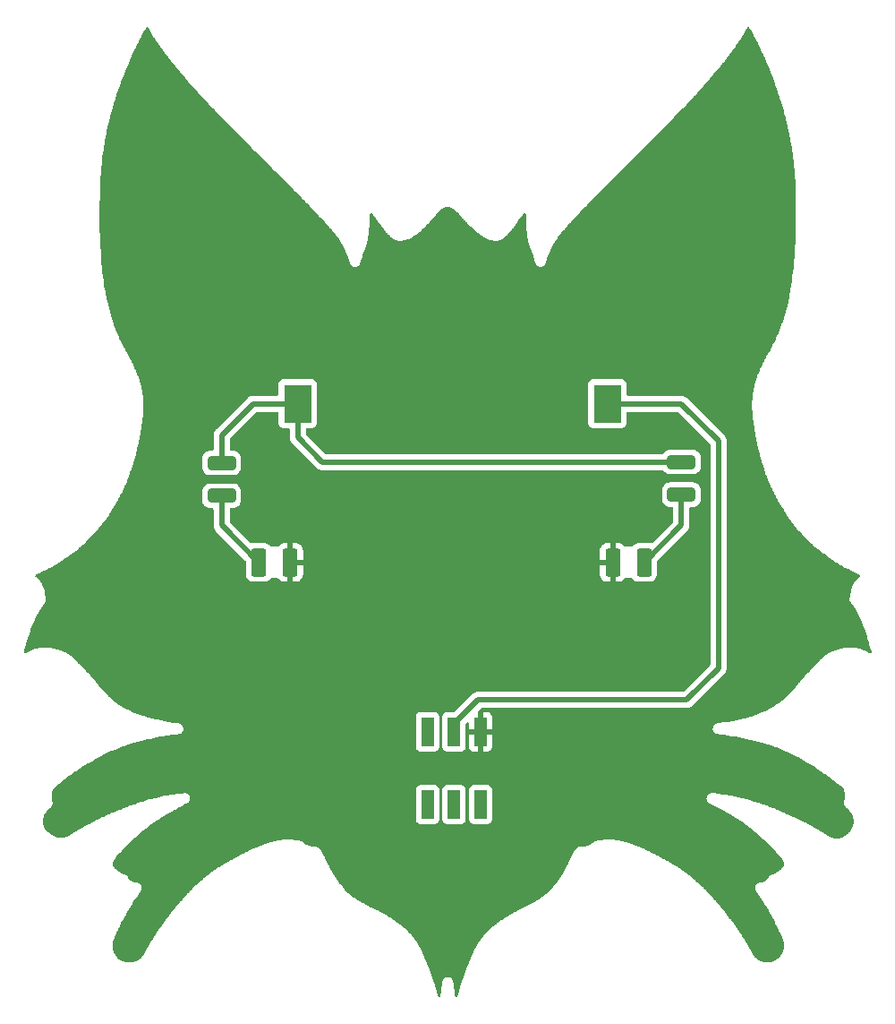
<source format=gbr>
%TF.GenerationSoftware,KiCad,Pcbnew,(6.0.10)*%
%TF.CreationDate,2023-11-18T20:59:03+01:00*%
%TF.ProjectId,Lynx,4c796e78-2e6b-4696-9361-645f70636258,V 1.3*%
%TF.SameCoordinates,Original*%
%TF.FileFunction,Copper,L2,Bot*%
%TF.FilePolarity,Positive*%
%FSLAX46Y46*%
G04 Gerber Fmt 4.6, Leading zero omitted, Abs format (unit mm)*
G04 Created by KiCad (PCBNEW (6.0.10)) date 2023-11-18 20:59:03*
%MOMM*%
%LPD*%
G01*
G04 APERTURE LIST*
G04 Aperture macros list*
%AMRoundRect*
0 Rectangle with rounded corners*
0 $1 Rounding radius*
0 $2 $3 $4 $5 $6 $7 $8 $9 X,Y pos of 4 corners*
0 Add a 4 corners polygon primitive as box body*
4,1,4,$2,$3,$4,$5,$6,$7,$8,$9,$2,$3,0*
0 Add four circle primitives for the rounded corners*
1,1,$1+$1,$2,$3*
1,1,$1+$1,$4,$5*
1,1,$1+$1,$6,$7*
1,1,$1+$1,$8,$9*
0 Add four rect primitives between the rounded corners*
20,1,$1+$1,$2,$3,$4,$5,0*
20,1,$1+$1,$4,$5,$6,$7,0*
20,1,$1+$1,$6,$7,$8,$9,0*
20,1,$1+$1,$8,$9,$2,$3,0*%
G04 Aperture macros list end*
%TA.AperFunction,SMDPad,CuDef*%
%ADD10R,1.200000X2.700000*%
%TD*%
%TA.AperFunction,SMDPad,CuDef*%
%ADD11RoundRect,0.250001X0.462499X1.074999X-0.462499X1.074999X-0.462499X-1.074999X0.462499X-1.074999X0*%
%TD*%
%TA.AperFunction,SMDPad,CuDef*%
%ADD12RoundRect,0.250001X-0.462499X-1.074999X0.462499X-1.074999X0.462499X1.074999X-0.462499X1.074999X0*%
%TD*%
%TA.AperFunction,SMDPad,CuDef*%
%ADD13R,2.600000X3.600000*%
%TD*%
%TA.AperFunction,SMDPad,CuDef*%
%ADD14RoundRect,0.250000X-1.075000X0.400000X-1.075000X-0.400000X1.075000X-0.400000X1.075000X0.400000X0*%
%TD*%
%TA.AperFunction,Conductor*%
%ADD15C,0.500000*%
%TD*%
G04 APERTURE END LIST*
D10*
%TO.P,SW1,1,A*%
%TO.N,GND*%
X82500000Y-99000000D03*
%TO.P,SW1,2,B*%
%TO.N,Net-(BT1-Pad2)*%
X80000000Y-99000000D03*
%TO.P,SW1,3,C*%
%TO.N,unconnected-(SW1-Pad3)*%
X77500000Y-99000000D03*
%TO.P,SW1,4,A*%
%TO.N,unconnected-(SW1-Pad4)*%
X82500000Y-105900000D03*
%TO.P,SW1,5,B*%
%TO.N,unconnected-(SW1-Pad5)*%
X80000000Y-105900000D03*
%TO.P,SW1,6,C*%
%TO.N,unconnected-(SW1-Pad6)*%
X77500000Y-105900000D03*
%TD*%
D11*
%TO.P,D1,1,K*%
%TO.N,GND*%
X64487500Y-83000000D03*
%TO.P,D1,2,A*%
%TO.N,Net-(D1-Pad2)*%
X61512500Y-83000000D03*
%TD*%
D12*
%TO.P,D2,1,K*%
%TO.N,GND*%
X95000000Y-83000000D03*
%TO.P,D2,2,A*%
%TO.N,Net-(D2-Pad2)*%
X97975000Y-83000000D03*
%TD*%
D13*
%TO.P,BT1,1,+*%
%TO.N,+3V0*%
X65200000Y-68000000D03*
%TO.P,BT1,2,-*%
%TO.N,Net-(BT1-Pad2)*%
X94500000Y-68000000D03*
%TD*%
D14*
%TO.P,R1,1*%
%TO.N,+3V0*%
X58000000Y-73600000D03*
%TO.P,R1,2*%
%TO.N,Net-(D1-Pad2)*%
X58000000Y-76700000D03*
%TD*%
%TO.P,R2,1*%
%TO.N,+3V0*%
X101500000Y-73500000D03*
%TO.P,R2,2*%
%TO.N,Net-(D2-Pad2)*%
X101500000Y-76600000D03*
%TD*%
D15*
%TO.N,+3V0*%
X101500000Y-73500000D02*
X67500000Y-73500000D01*
X65200000Y-71200000D02*
X65200000Y-68000000D01*
X58000000Y-71000000D02*
X61000000Y-68000000D01*
X58000000Y-73600000D02*
X58000000Y-71000000D01*
X61000000Y-68000000D02*
X65200000Y-68000000D01*
X67500000Y-73500000D02*
X65200000Y-71200000D01*
%TO.N,Net-(BT1-Pad2)*%
X102000000Y-96000000D02*
X82250000Y-96000000D01*
X105000000Y-71500000D02*
X105000000Y-93000000D01*
X105000000Y-93000000D02*
X102000000Y-96000000D01*
X101500000Y-68000000D02*
X105000000Y-71500000D01*
X94500000Y-68000000D02*
X101500000Y-68000000D01*
X80000000Y-98250000D02*
X80000000Y-99000000D01*
X82250000Y-96000000D02*
X80000000Y-98250000D01*
%TO.N,Net-(D1-Pad2)*%
X58000000Y-79487500D02*
X61512500Y-83000000D01*
X58000000Y-76700000D02*
X58000000Y-79487500D01*
%TO.N,Net-(D2-Pad2)*%
X101500000Y-79475000D02*
X97975000Y-83000000D01*
X101500000Y-76600000D02*
X101500000Y-79475000D01*
%TD*%
%TA.AperFunction,Conductor*%
%TO.N,GND*%
G36*
X107906207Y-32399929D02*
G01*
X107941963Y-32439825D01*
X107942519Y-32440804D01*
X107943009Y-32441677D01*
X108005313Y-32553568D01*
X108038591Y-32613333D01*
X108039032Y-32614132D01*
X108141249Y-32800874D01*
X108141335Y-32801031D01*
X108249572Y-33000776D01*
X108250021Y-33001614D01*
X108295256Y-33086971D01*
X108363011Y-33214823D01*
X108363235Y-33215247D01*
X108480524Y-33439072D01*
X108481289Y-33440557D01*
X108601893Y-33678824D01*
X108727010Y-33928080D01*
X108728261Y-33930573D01*
X108728770Y-33931598D01*
X108857277Y-34193516D01*
X108857738Y-34194465D01*
X108989175Y-34468129D01*
X108989745Y-34469332D01*
X109037386Y-34571268D01*
X109123429Y-34755375D01*
X109123688Y-34755935D01*
X109260547Y-35054266D01*
X109260752Y-35054713D01*
X109261157Y-35055607D01*
X109271989Y-35079728D01*
X109399484Y-35363656D01*
X109400131Y-35365122D01*
X109538616Y-35684325D01*
X109538955Y-35685111D01*
X109677799Y-36011342D01*
X109679807Y-36016061D01*
X109680284Y-36017199D01*
X109820804Y-36357201D01*
X109821218Y-36358219D01*
X109961934Y-36709516D01*
X109962307Y-36710457D01*
X109975384Y-36743928D01*
X110102954Y-37070438D01*
X110103507Y-37071879D01*
X110242999Y-37442219D01*
X110243437Y-37443400D01*
X110381981Y-37822675D01*
X110382519Y-37824176D01*
X110392722Y-37853243D01*
X110517318Y-38208206D01*
X110519338Y-38213962D01*
X110519670Y-38214920D01*
X110641022Y-38570181D01*
X110655161Y-38611574D01*
X110655784Y-38613448D01*
X110776511Y-38986442D01*
X110787289Y-39019740D01*
X110787636Y-39020829D01*
X110903210Y-39389435D01*
X110917552Y-39435178D01*
X110918011Y-39436677D01*
X111044699Y-39859951D01*
X111045108Y-39861349D01*
X111167720Y-40290984D01*
X111168220Y-40292790D01*
X111233921Y-40536975D01*
X111285919Y-40730235D01*
X111286308Y-40731719D01*
X111335192Y-40923040D01*
X111400418Y-41178322D01*
X111400778Y-41179768D01*
X111455127Y-41403471D01*
X111502405Y-41598071D01*
X111510512Y-41631442D01*
X111511028Y-41633652D01*
X111573696Y-41913564D01*
X111613908Y-42093178D01*
X111614244Y-42094724D01*
X111644487Y-42238383D01*
X111712439Y-42561160D01*
X111712812Y-42562999D01*
X111804923Y-43035309D01*
X111805297Y-43037311D01*
X111890512Y-43515304D01*
X111890829Y-43517164D01*
X111932095Y-43771978D01*
X111969248Y-44001398D01*
X111969546Y-44003337D01*
X112038266Y-44474017D01*
X112040956Y-44492442D01*
X112041275Y-44494784D01*
X112072050Y-44738098D01*
X112103937Y-44990208D01*
X112104156Y-44992051D01*
X112159917Y-45491947D01*
X112160175Y-45494485D01*
X112206141Y-45999129D01*
X112206308Y-46001154D01*
X112244406Y-46510123D01*
X112244580Y-46512830D01*
X112272030Y-47028494D01*
X112272097Y-47029906D01*
X112282820Y-47285303D01*
X112282865Y-47286521D01*
X112304664Y-47961294D01*
X112304698Y-47962508D01*
X112305488Y-47997351D01*
X112319287Y-48606316D01*
X112319590Y-48619709D01*
X112319602Y-48620292D01*
X112330525Y-49258804D01*
X112330539Y-49259936D01*
X112333699Y-49654935D01*
X112335492Y-49879050D01*
X112335496Y-49880265D01*
X112335420Y-49926225D01*
X112334508Y-50481406D01*
X112334506Y-50482429D01*
X112334499Y-50483436D01*
X112333154Y-50615729D01*
X112328556Y-51067874D01*
X112328540Y-51069007D01*
X112322440Y-51387360D01*
X112317789Y-51630109D01*
X112317653Y-51637194D01*
X112317626Y-51638332D01*
X112308874Y-51942446D01*
X112301801Y-52188220D01*
X112301758Y-52189482D01*
X112297928Y-52288152D01*
X112281164Y-52720039D01*
X112281014Y-52723898D01*
X112280958Y-52725173D01*
X112255840Y-53232355D01*
X112255297Y-53243328D01*
X112255221Y-53244706D01*
X112225467Y-53733242D01*
X112224673Y-53746272D01*
X112224577Y-53747714D01*
X112190423Y-54216379D01*
X112189089Y-54234689D01*
X112188989Y-54235960D01*
X112179860Y-54345290D01*
X112149610Y-54707532D01*
X112149461Y-54709184D01*
X112105231Y-55166220D01*
X112105077Y-55167722D01*
X112056901Y-55610161D01*
X112056724Y-55611692D01*
X112004781Y-56039976D01*
X112004535Y-56041883D01*
X111947782Y-56456765D01*
X111947535Y-56458483D01*
X111886878Y-56860578D01*
X111886595Y-56862365D01*
X111834459Y-57176765D01*
X111822008Y-57251846D01*
X111821749Y-57253352D01*
X111784035Y-57464337D01*
X111754471Y-57629727D01*
X111754041Y-57632013D01*
X111682040Y-57995903D01*
X111681679Y-57997661D01*
X111606757Y-58349892D01*
X111606287Y-58352009D01*
X111527776Y-58692225D01*
X111527262Y-58694368D01*
X111444845Y-59025004D01*
X111444340Y-59026965D01*
X111386314Y-59244563D01*
X111359013Y-59346941D01*
X111358462Y-59348940D01*
X111272195Y-59652298D01*
X111270394Y-59658630D01*
X111269795Y-59660669D01*
X111193153Y-59913427D01*
X111179250Y-59959277D01*
X111178481Y-59961722D01*
X111083953Y-60252058D01*
X111083346Y-60253874D01*
X110987099Y-60534912D01*
X110986212Y-60537415D01*
X110886342Y-60810136D01*
X110885612Y-60812081D01*
X110783735Y-61076384D01*
X110782913Y-61078456D01*
X110678523Y-61334167D01*
X110677589Y-61336392D01*
X110570275Y-61585516D01*
X110569369Y-61587569D01*
X110481503Y-61781800D01*
X110460203Y-61828884D01*
X110459196Y-61831054D01*
X110405165Y-61944658D01*
X110347012Y-62066928D01*
X110346137Y-62068730D01*
X110254707Y-62253126D01*
X110232528Y-62297857D01*
X110231267Y-62300331D01*
X110114622Y-62523106D01*
X110113780Y-62524687D01*
X109994895Y-62744091D01*
X109994112Y-62745514D01*
X109965899Y-62796016D01*
X109896326Y-62920553D01*
X109832549Y-63033970D01*
X109721640Y-63231204D01*
X109719984Y-63233944D01*
X109718206Y-63236270D01*
X109715884Y-63240539D01*
X109715880Y-63240546D01*
X109701429Y-63267120D01*
X109700565Y-63268683D01*
X109684873Y-63296589D01*
X109683817Y-63299311D01*
X109682329Y-63302243D01*
X109675794Y-63314262D01*
X109537680Y-63568237D01*
X109535218Y-63572469D01*
X109532861Y-63575682D01*
X109530616Y-63580010D01*
X109517488Y-63605316D01*
X109516334Y-63607489D01*
X109501837Y-63634148D01*
X109500455Y-63637867D01*
X109498226Y-63642448D01*
X109490460Y-63657419D01*
X109366339Y-63896689D01*
X109364289Y-63900368D01*
X109362217Y-63903298D01*
X109347024Y-63933882D01*
X109346070Y-63935762D01*
X109331806Y-63963258D01*
X109330627Y-63966632D01*
X109328808Y-63970554D01*
X109208745Y-64212248D01*
X109206272Y-64216892D01*
X109203931Y-64220351D01*
X109189820Y-64250287D01*
X109188692Y-64252617D01*
X109175350Y-64279476D01*
X109174045Y-64283429D01*
X109171851Y-64288406D01*
X109063699Y-64517843D01*
X109060829Y-64523552D01*
X109060023Y-64525059D01*
X109057405Y-64529157D01*
X109055449Y-64533609D01*
X109055447Y-64533612D01*
X109044855Y-64557717D01*
X109043472Y-64560754D01*
X109033388Y-64582145D01*
X109033385Y-64582153D01*
X109031472Y-64586211D01*
X109030151Y-64590508D01*
X109028996Y-64593493D01*
X109026843Y-64598705D01*
X108930044Y-64818978D01*
X108927385Y-64824611D01*
X108924967Y-64828595D01*
X108923108Y-64833105D01*
X108912663Y-64858445D01*
X108911524Y-64861121D01*
X108899778Y-64887851D01*
X108898574Y-64892173D01*
X108898376Y-64892727D01*
X108896206Y-64898372D01*
X108862253Y-64980745D01*
X108809674Y-65108306D01*
X108806984Y-65114373D01*
X108806872Y-65114609D01*
X108804452Y-65118827D01*
X108802711Y-65123363D01*
X108802706Y-65123374D01*
X108793035Y-65148574D01*
X108791894Y-65151442D01*
X108780957Y-65177977D01*
X108779853Y-65182325D01*
X108779317Y-65183943D01*
X108777342Y-65189470D01*
X108700283Y-65390266D01*
X108697685Y-65395973D01*
X108697850Y-65396045D01*
X108695903Y-65400508D01*
X108693618Y-65404805D01*
X108692023Y-65409400D01*
X108692021Y-65409404D01*
X108683986Y-65432549D01*
X108682602Y-65436338D01*
X108673176Y-65460900D01*
X108672180Y-65465267D01*
X108670875Y-65469557D01*
X108670783Y-65469529D01*
X108669051Y-65475568D01*
X108601628Y-65669776D01*
X108599549Y-65675336D01*
X108597868Y-65679527D01*
X108595714Y-65683890D01*
X108594258Y-65688529D01*
X108594256Y-65688533D01*
X108586688Y-65712639D01*
X108585513Y-65716197D01*
X108576651Y-65741722D01*
X108575796Y-65746121D01*
X108574632Y-65750445D01*
X108574489Y-65750406D01*
X108573060Y-65756046D01*
X108514382Y-65942946D01*
X108512011Y-65949167D01*
X108512136Y-65949212D01*
X108510482Y-65953785D01*
X108508476Y-65958223D01*
X108504329Y-65973212D01*
X108500814Y-65985916D01*
X108499591Y-65990059D01*
X108496195Y-66000877D01*
X108491911Y-66014521D01*
X108491187Y-66018949D01*
X108490155Y-66023299D01*
X108490101Y-66023286D01*
X108488672Y-66029799D01*
X108438251Y-66212039D01*
X108436140Y-66218190D01*
X108436286Y-66218237D01*
X108434783Y-66222869D01*
X108432929Y-66227368D01*
X108428972Y-66243789D01*
X108426136Y-66255559D01*
X108425080Y-66259639D01*
X108419371Y-66280272D01*
X108419369Y-66280283D01*
X108418176Y-66284594D01*
X108417605Y-66289039D01*
X108416721Y-66293430D01*
X108416650Y-66293416D01*
X108415471Y-66299819D01*
X108372606Y-66477706D01*
X108370615Y-66484235D01*
X108370724Y-66484266D01*
X108369387Y-66488940D01*
X108367691Y-66493506D01*
X108366717Y-66498279D01*
X108361996Y-66521409D01*
X108361037Y-66525719D01*
X108355096Y-66550376D01*
X108354674Y-66554838D01*
X108353936Y-66559261D01*
X108353899Y-66559255D01*
X108352892Y-66566020D01*
X108317225Y-66740788D01*
X108315321Y-66747961D01*
X108315364Y-66747972D01*
X108314206Y-66752697D01*
X108312686Y-66757320D01*
X108311896Y-66762119D01*
X108308218Y-66784461D01*
X108307346Y-66789189D01*
X108304845Y-66801446D01*
X108302468Y-66813096D01*
X108302204Y-66817571D01*
X108301779Y-66820814D01*
X108300820Y-66829408D01*
X108272461Y-67001696D01*
X108270947Y-67008373D01*
X108271058Y-67008396D01*
X108270068Y-67013154D01*
X108268709Y-67017835D01*
X108268088Y-67022662D01*
X108268085Y-67022677D01*
X108265077Y-67046064D01*
X108264434Y-67050454D01*
X108261050Y-67071013D01*
X108260322Y-67075436D01*
X108260228Y-67079919D01*
X108259817Y-67084375D01*
X108259781Y-67084372D01*
X108259271Y-67091205D01*
X108237478Y-67260628D01*
X108236160Y-67267602D01*
X108236240Y-67267616D01*
X108235422Y-67272420D01*
X108234239Y-67277134D01*
X108233796Y-67281968D01*
X108233795Y-67281973D01*
X108231680Y-67305044D01*
X108231177Y-67309610D01*
X108229690Y-67321177D01*
X108227997Y-67334340D01*
X108228061Y-67338823D01*
X108227807Y-67343295D01*
X108227797Y-67343294D01*
X108227523Y-67350396D01*
X108222208Y-67408381D01*
X108215719Y-67479182D01*
X108212172Y-67517874D01*
X108211195Y-67524235D01*
X108211356Y-67524257D01*
X108210698Y-67529083D01*
X108209670Y-67533841D01*
X108209387Y-67538699D01*
X108207976Y-67562881D01*
X108207665Y-67567029D01*
X108205290Y-67592943D01*
X108205517Y-67597415D01*
X108205426Y-67601902D01*
X108205347Y-67601900D01*
X108205323Y-67608353D01*
X108195546Y-67775960D01*
X108194697Y-67783205D01*
X108194756Y-67783211D01*
X108194281Y-67788047D01*
X108193431Y-67792847D01*
X108193046Y-67811429D01*
X108192856Y-67820567D01*
X108192669Y-67825288D01*
X108191237Y-67849839D01*
X108191613Y-67854304D01*
X108191664Y-67858270D01*
X108191912Y-67866089D01*
X108188428Y-68033993D01*
X108188155Y-68040064D01*
X108187898Y-68043784D01*
X108187190Y-68048590D01*
X108187230Y-68053449D01*
X108187230Y-68053450D01*
X108187441Y-68079007D01*
X108187418Y-68082659D01*
X108186852Y-68109958D01*
X108187396Y-68114412D01*
X108187622Y-68118887D01*
X108187452Y-68118896D01*
X108187818Y-68124524D01*
X108189194Y-68291137D01*
X108188863Y-68297447D01*
X108189036Y-68297453D01*
X108188858Y-68302329D01*
X108188307Y-68307157D01*
X108188505Y-68312011D01*
X108188505Y-68312015D01*
X108189502Y-68336421D01*
X108189603Y-68340513D01*
X108189819Y-68366714D01*
X108190491Y-68371147D01*
X108190846Y-68375607D01*
X108190754Y-68375614D01*
X108191358Y-68381913D01*
X108198324Y-68552574D01*
X108198424Y-68558848D01*
X108198402Y-68561264D01*
X108197983Y-68566114D01*
X108199023Y-68581348D01*
X108200088Y-68596948D01*
X108200276Y-68600389D01*
X108201412Y-68628220D01*
X108202228Y-68632630D01*
X108202675Y-68636605D01*
X108203170Y-68642093D01*
X108215022Y-68815687D01*
X108215295Y-68822069D01*
X108215324Y-68823721D01*
X108215032Y-68828585D01*
X108216368Y-68842672D01*
X108217981Y-68859676D01*
X108218251Y-68862990D01*
X108220168Y-68891065D01*
X108221104Y-68895446D01*
X108221549Y-68898624D01*
X108222206Y-68904215D01*
X108239129Y-69082610D01*
X108239494Y-69088087D01*
X108239328Y-69092383D01*
X108243128Y-69125060D01*
X108243405Y-69127691D01*
X108246221Y-69157372D01*
X108247224Y-69161528D01*
X108248025Y-69167179D01*
X108269452Y-69351459D01*
X108269886Y-69356434D01*
X108269810Y-69360454D01*
X108270466Y-69365264D01*
X108270466Y-69365265D01*
X108274316Y-69393502D01*
X108274628Y-69395970D01*
X108278120Y-69426000D01*
X108279144Y-69429881D01*
X108279969Y-69434950D01*
X108298091Y-69567844D01*
X108306313Y-69628136D01*
X108307132Y-69636202D01*
X108307084Y-69640846D01*
X108309867Y-69660017D01*
X108309992Y-69660878D01*
X108310862Y-69668508D01*
X108311915Y-69681144D01*
X108311918Y-69681162D01*
X108312289Y-69685616D01*
X108313288Y-69689973D01*
X108313289Y-69689979D01*
X108314672Y-69696009D01*
X108316552Y-69706067D01*
X108324331Y-69759654D01*
X108325098Y-69764940D01*
X108325113Y-69765078D01*
X108325111Y-69765256D01*
X108330838Y-69804486D01*
X108336020Y-69840184D01*
X108336067Y-69840345D01*
X108336094Y-69840493D01*
X108345114Y-69902281D01*
X108348166Y-69923181D01*
X108350592Y-69939802D01*
X108350676Y-69940382D01*
X108357714Y-69990317D01*
X108366049Y-70049459D01*
X108366196Y-70050851D01*
X108366185Y-70052334D01*
X108369674Y-70075884D01*
X108371662Y-70089301D01*
X108371785Y-70090156D01*
X108376572Y-70124122D01*
X108376985Y-70125547D01*
X108377237Y-70126938D01*
X108390298Y-70215104D01*
X108390472Y-70216648D01*
X108390473Y-70218272D01*
X108396223Y-70255119D01*
X108396347Y-70255932D01*
X108401341Y-70289639D01*
X108401804Y-70291193D01*
X108402093Y-70292728D01*
X108417502Y-70391458D01*
X108417532Y-70391714D01*
X108417533Y-70392036D01*
X108423604Y-70430553D01*
X108429212Y-70466488D01*
X108429304Y-70466788D01*
X108429355Y-70467052D01*
X108446638Y-70576702D01*
X108446786Y-70577924D01*
X108446797Y-70579254D01*
X108451514Y-70607998D01*
X108452877Y-70616304D01*
X108453004Y-70617092D01*
X108458385Y-70651234D01*
X108458778Y-70652510D01*
X108459018Y-70653723D01*
X108477461Y-70766113D01*
X108478953Y-70775204D01*
X108479232Y-70777354D01*
X108479272Y-70779515D01*
X108480112Y-70784320D01*
X108480112Y-70784324D01*
X108485511Y-70815221D01*
X108485729Y-70816503D01*
X108489993Y-70842485D01*
X108491124Y-70849376D01*
X108491773Y-70851439D01*
X108492218Y-70853593D01*
X108510267Y-70956872D01*
X108515389Y-70986183D01*
X108515561Y-70987429D01*
X108515595Y-70988781D01*
X108516244Y-70992359D01*
X108516246Y-70992373D01*
X108522310Y-71025800D01*
X108522445Y-71026557D01*
X108528377Y-71060505D01*
X108528797Y-71061795D01*
X108529063Y-71063029D01*
X108549075Y-71173349D01*
X108554793Y-71204872D01*
X108555241Y-71207883D01*
X108555350Y-71210714D01*
X108562136Y-71245411D01*
X108562436Y-71247007D01*
X108568182Y-71278686D01*
X108569075Y-71281364D01*
X108569761Y-71284407D01*
X108599458Y-71436266D01*
X108599609Y-71437221D01*
X108599656Y-71438296D01*
X108606826Y-71473991D01*
X108607101Y-71475362D01*
X108607226Y-71475992D01*
X108613388Y-71507499D01*
X108613960Y-71510426D01*
X108614314Y-71511442D01*
X108614542Y-71512412D01*
X108646878Y-71673401D01*
X108647366Y-71676313D01*
X108647526Y-71679096D01*
X108654958Y-71713682D01*
X108655287Y-71715268D01*
X108661647Y-71746932D01*
X108662574Y-71749549D01*
X108663304Y-71752523D01*
X108682012Y-71839588D01*
X108699749Y-71922137D01*
X108700237Y-71924827D01*
X108700417Y-71927414D01*
X108708352Y-71962214D01*
X108708644Y-71963535D01*
X108715518Y-71995525D01*
X108716418Y-71997960D01*
X108717119Y-72000669D01*
X108724456Y-72032847D01*
X108757632Y-72178357D01*
X108758068Y-72180610D01*
X108758249Y-72182856D01*
X108766052Y-72215451D01*
X108766684Y-72218092D01*
X108766993Y-72219415D01*
X108774340Y-72251637D01*
X108775143Y-72253729D01*
X108775750Y-72255966D01*
X108820517Y-72442974D01*
X108821289Y-72446700D01*
X108821611Y-72450017D01*
X108822819Y-72454726D01*
X108822821Y-72454735D01*
X108830179Y-72483408D01*
X108830671Y-72485391D01*
X108837972Y-72515891D01*
X108839196Y-72518982D01*
X108840273Y-72522746D01*
X108889859Y-72715982D01*
X108890365Y-72718267D01*
X108890612Y-72720548D01*
X108900011Y-72755566D01*
X108900286Y-72756613D01*
X108908533Y-72788755D01*
X108909411Y-72790872D01*
X108910098Y-72793154D01*
X108963858Y-72993463D01*
X108964356Y-72995602D01*
X108964612Y-72997760D01*
X108965923Y-73002450D01*
X108965924Y-73002454D01*
X108974413Y-73032817D01*
X108974720Y-73033936D01*
X108983345Y-73066073D01*
X108984198Y-73068065D01*
X108984854Y-73070165D01*
X108995392Y-73107858D01*
X109042919Y-73277859D01*
X109043987Y-73282166D01*
X109044493Y-73285851D01*
X109054203Y-73318294D01*
X109054825Y-73320446D01*
X109061901Y-73345757D01*
X109061903Y-73345763D01*
X109063109Y-73350076D01*
X109064603Y-73353468D01*
X109066038Y-73357837D01*
X109129821Y-73570950D01*
X109130815Y-73574683D01*
X109131327Y-73578006D01*
X109132796Y-73582636D01*
X109141740Y-73610831D01*
X109142347Y-73612802D01*
X109147926Y-73631441D01*
X109151320Y-73642781D01*
X109152730Y-73645832D01*
X109154031Y-73649573D01*
X109223654Y-73869036D01*
X109224477Y-73871950D01*
X109224942Y-73874717D01*
X109226476Y-73879334D01*
X109236086Y-73908264D01*
X109236610Y-73909877D01*
X109246347Y-73940568D01*
X109247560Y-73943083D01*
X109248609Y-73945957D01*
X109318007Y-74154861D01*
X109323309Y-74170822D01*
X109324368Y-74174371D01*
X109324962Y-74177593D01*
X109326568Y-74182181D01*
X109326568Y-74182182D01*
X109336355Y-74210144D01*
X109337001Y-74212038D01*
X109346942Y-74241962D01*
X109348403Y-74244889D01*
X109349772Y-74248481D01*
X109430327Y-74478639D01*
X109431777Y-74483201D01*
X109432561Y-74487039D01*
X109434255Y-74491597D01*
X109434257Y-74491603D01*
X109444247Y-74518479D01*
X109445061Y-74520736D01*
X109455110Y-74549446D01*
X109456910Y-74552912D01*
X109458748Y-74557490D01*
X109545963Y-74792120D01*
X109547229Y-74795869D01*
X109547973Y-74799227D01*
X109560471Y-74831202D01*
X109561199Y-74833110D01*
X109570524Y-74858198D01*
X109570527Y-74858205D01*
X109572085Y-74862396D01*
X109573716Y-74865394D01*
X109575307Y-74869160D01*
X109668391Y-75107298D01*
X109669840Y-75111355D01*
X109670693Y-75114903D01*
X109683637Y-75146353D01*
X109684420Y-75148304D01*
X109695687Y-75177129D01*
X109697479Y-75180296D01*
X109699285Y-75184373D01*
X109799124Y-75426950D01*
X109800703Y-75431133D01*
X109801643Y-75434749D01*
X109803579Y-75439218D01*
X109803579Y-75439219D01*
X109815098Y-75465816D01*
X109815987Y-75467920D01*
X109827667Y-75496300D01*
X109829558Y-75499508D01*
X109831504Y-75503695D01*
X109938086Y-75749774D01*
X109939816Y-75754111D01*
X109940853Y-75757812D01*
X109942870Y-75762238D01*
X109954805Y-75788430D01*
X109955770Y-75790602D01*
X109967899Y-75818605D01*
X109969906Y-75821872D01*
X109972012Y-75826189D01*
X110074317Y-76050692D01*
X110085287Y-76074765D01*
X110087375Y-76079713D01*
X110088603Y-76083768D01*
X110102929Y-76113543D01*
X110103989Y-76115806D01*
X110116420Y-76143086D01*
X110118693Y-76146633D01*
X110121241Y-76151605D01*
X110242068Y-76402736D01*
X110244160Y-76407421D01*
X110245431Y-76411331D01*
X110260432Y-76440962D01*
X110261557Y-76443242D01*
X110272667Y-76466333D01*
X110272671Y-76466340D01*
X110274609Y-76470368D01*
X110276884Y-76473761D01*
X110279405Y-76478439D01*
X110347034Y-76612026D01*
X110407776Y-76732010D01*
X110410617Y-76738008D01*
X110410726Y-76738254D01*
X110412346Y-76742853D01*
X110414652Y-76747142D01*
X110414654Y-76747148D01*
X110427414Y-76770887D01*
X110428831Y-76773601D01*
X110441816Y-76799250D01*
X110444383Y-76802916D01*
X110445269Y-76804395D01*
X110448166Y-76809495D01*
X110450639Y-76814096D01*
X110575898Y-77047134D01*
X110584873Y-77063832D01*
X110586965Y-77068013D01*
X110588319Y-77071635D01*
X110604267Y-77100007D01*
X110604809Y-77100971D01*
X110605954Y-77103054D01*
X110610229Y-77111007D01*
X110620388Y-77129907D01*
X110622666Y-77132996D01*
X110625141Y-77137141D01*
X110769791Y-77394475D01*
X110772556Y-77399726D01*
X110774231Y-77403920D01*
X110776708Y-77408104D01*
X110776710Y-77408109D01*
X110790803Y-77431918D01*
X110792181Y-77434306D01*
X110806622Y-77459997D01*
X110809354Y-77463559D01*
X110809376Y-77463592D01*
X110812635Y-77468803D01*
X110964680Y-77725679D01*
X110967801Y-77731291D01*
X110969666Y-77735659D01*
X110972243Y-77739788D01*
X110972246Y-77739793D01*
X110986667Y-77762896D01*
X110988209Y-77765432D01*
X110995946Y-77778502D01*
X111003007Y-77790432D01*
X111005811Y-77793922D01*
X111006394Y-77794765D01*
X111009681Y-77799763D01*
X111171058Y-78058286D01*
X111174407Y-78063977D01*
X111174646Y-78064408D01*
X111176673Y-78068847D01*
X111179356Y-78072916D01*
X111194144Y-78095344D01*
X111195817Y-78097951D01*
X111210977Y-78122237D01*
X111213863Y-78125662D01*
X111215040Y-78127279D01*
X111218355Y-78132062D01*
X111388140Y-78389555D01*
X111391538Y-78395022D01*
X111393617Y-78399302D01*
X111396393Y-78403303D01*
X111396395Y-78403307D01*
X111411947Y-78425724D01*
X111413582Y-78428141D01*
X111429579Y-78452401D01*
X111432554Y-78455758D01*
X111433150Y-78456535D01*
X111436676Y-78461369D01*
X111458696Y-78493110D01*
X111615974Y-78719817D01*
X111619526Y-78725227D01*
X111620167Y-78726260D01*
X111622407Y-78730586D01*
X111640984Y-78755940D01*
X111642837Y-78758539D01*
X111656453Y-78778166D01*
X111656457Y-78778171D01*
X111659010Y-78781851D01*
X111662063Y-78785136D01*
X111663765Y-78787251D01*
X111667238Y-78791771D01*
X111855838Y-79049175D01*
X111859565Y-79054549D01*
X111859957Y-79055146D01*
X111862309Y-79059421D01*
X111865288Y-79063279D01*
X111865290Y-79063282D01*
X111881624Y-79084435D01*
X111883510Y-79086940D01*
X111900401Y-79109994D01*
X111903535Y-79113197D01*
X111904976Y-79114896D01*
X111908613Y-79119390D01*
X112106772Y-79376020D01*
X112110689Y-79381378D01*
X112110844Y-79381602D01*
X112113296Y-79385811D01*
X112133390Y-79410555D01*
X112135282Y-79412944D01*
X112150094Y-79432127D01*
X112150099Y-79432132D01*
X112152835Y-79435676D01*
X112156049Y-79438799D01*
X112157183Y-79440069D01*
X112160977Y-79444523D01*
X112257829Y-79563785D01*
X112368568Y-79700147D01*
X112372401Y-79705115D01*
X112373817Y-79707048D01*
X112376377Y-79711177D01*
X112379547Y-79714869D01*
X112396497Y-79734612D01*
X112398708Y-79737259D01*
X112416287Y-79758906D01*
X112419582Y-79761954D01*
X112422299Y-79764852D01*
X112425976Y-79768950D01*
X112643336Y-80022130D01*
X112647102Y-80026732D01*
X112649913Y-80030338D01*
X112652600Y-80034394D01*
X112655877Y-80037987D01*
X112655884Y-80037996D01*
X112672887Y-80056638D01*
X112675380Y-80059454D01*
X112692965Y-80079937D01*
X112696339Y-80082891D01*
X112699488Y-80086071D01*
X112699384Y-80086174D01*
X112703550Y-80090258D01*
X112933158Y-80342006D01*
X112937499Y-80347028D01*
X112940275Y-80351007D01*
X112943638Y-80354520D01*
X112962373Y-80374092D01*
X112964430Y-80376293D01*
X112983900Y-80397641D01*
X112987364Y-80400495D01*
X112988370Y-80401451D01*
X112992532Y-80405598D01*
X113231453Y-80655194D01*
X113235570Y-80659710D01*
X113237733Y-80662202D01*
X113240629Y-80666112D01*
X113262420Y-80687616D01*
X113264907Y-80690142D01*
X113280814Y-80706761D01*
X113280825Y-80706771D01*
X113283916Y-80710000D01*
X113287440Y-80712763D01*
X113290765Y-80715775D01*
X113290645Y-80715908D01*
X113294800Y-80719570D01*
X113544691Y-80966173D01*
X113548886Y-80970517D01*
X113551582Y-80973445D01*
X113554586Y-80977262D01*
X113558143Y-80980572D01*
X113576777Y-80997913D01*
X113579443Y-81000468D01*
X113598814Y-81019584D01*
X113602418Y-81022248D01*
X113605824Y-81025162D01*
X113605718Y-81025286D01*
X113610101Y-81028925D01*
X113834514Y-81237762D01*
X113871520Y-81272200D01*
X113875766Y-81276342D01*
X113879056Y-81279707D01*
X113882185Y-81283443D01*
X113885847Y-81286650D01*
X113885850Y-81286653D01*
X113904794Y-81303243D01*
X113907610Y-81305785D01*
X113927315Y-81324123D01*
X113931003Y-81326685D01*
X113934487Y-81329493D01*
X113934398Y-81329604D01*
X113939026Y-81333222D01*
X114212478Y-81572699D01*
X114217095Y-81576950D01*
X114218860Y-81578658D01*
X114222082Y-81582299D01*
X114225831Y-81585405D01*
X114225832Y-81585406D01*
X114245917Y-81602047D01*
X114248540Y-81604281D01*
X114262488Y-81616496D01*
X114269455Y-81622597D01*
X114273211Y-81625042D01*
X114276400Y-81627457D01*
X114280715Y-81630876D01*
X114566009Y-81867238D01*
X114570479Y-81871122D01*
X114573988Y-81874318D01*
X114577323Y-81877865D01*
X114581164Y-81880856D01*
X114581165Y-81880857D01*
X114601006Y-81896308D01*
X114603974Y-81898692D01*
X114618938Y-81911089D01*
X114624705Y-81915867D01*
X114628531Y-81918211D01*
X114632172Y-81920814D01*
X114632090Y-81920929D01*
X114636931Y-81924283D01*
X114934222Y-82155787D01*
X114938799Y-82159526D01*
X114942446Y-82162652D01*
X114945888Y-82166096D01*
X114970142Y-82183830D01*
X114973163Y-82186110D01*
X114984766Y-82195146D01*
X114994386Y-82202637D01*
X114998267Y-82204856D01*
X115002004Y-82207361D01*
X115001926Y-82207478D01*
X115006863Y-82210680D01*
X115318300Y-82438398D01*
X115323335Y-82442279D01*
X115324836Y-82443498D01*
X115328361Y-82446841D01*
X115332359Y-82449603D01*
X115332361Y-82449605D01*
X115353969Y-82464535D01*
X115356711Y-82466484D01*
X115379340Y-82483029D01*
X115383285Y-82485129D01*
X115386262Y-82486996D01*
X115390930Y-82490070D01*
X115713603Y-82713007D01*
X115718457Y-82716821D01*
X115718575Y-82716666D01*
X115722452Y-82719615D01*
X115726087Y-82722850D01*
X115730172Y-82725485D01*
X115730175Y-82725487D01*
X115750918Y-82738865D01*
X115754252Y-82741092D01*
X115772298Y-82753561D01*
X115772308Y-82753567D01*
X115775993Y-82756113D01*
X115780002Y-82758111D01*
X115783862Y-82760391D01*
X115783807Y-82760485D01*
X115789173Y-82763541D01*
X116126053Y-82980829D01*
X116130857Y-82984350D01*
X116130978Y-82984181D01*
X116134939Y-82987005D01*
X116138675Y-82990130D01*
X116164304Y-83005568D01*
X116167494Y-83007557D01*
X116190061Y-83022113D01*
X116194134Y-83023984D01*
X116198068Y-83026142D01*
X116198004Y-83026258D01*
X116203277Y-83029047D01*
X116553691Y-83240139D01*
X116558760Y-83243359D01*
X116562258Y-83245700D01*
X116566082Y-83248712D01*
X116570327Y-83251101D01*
X116570330Y-83251103D01*
X116592435Y-83263544D01*
X116595653Y-83265418D01*
X116615040Y-83277097D01*
X116615047Y-83277101D01*
X116618884Y-83279412D01*
X116623011Y-83281156D01*
X116627012Y-83283194D01*
X116626941Y-83283333D01*
X116632103Y-83285868D01*
X116996153Y-83490752D01*
X117001332Y-83493832D01*
X117004757Y-83495981D01*
X117008672Y-83498882D01*
X117026948Y-83508470D01*
X117035478Y-83512946D01*
X117038695Y-83514694D01*
X117062424Y-83528049D01*
X117066598Y-83529670D01*
X117070657Y-83531588D01*
X117070588Y-83531733D01*
X117075793Y-83534098D01*
X117438778Y-83724543D01*
X117454783Y-83732940D01*
X117460081Y-83735885D01*
X117463370Y-83737818D01*
X117467364Y-83740601D01*
X117494672Y-83753929D01*
X117497920Y-83755573D01*
X117513841Y-83763926D01*
X117522084Y-83768251D01*
X117526308Y-83769750D01*
X117530410Y-83771542D01*
X117530342Y-83771698D01*
X117535562Y-83773886D01*
X117928305Y-83965571D01*
X117933459Y-83968515D01*
X117933575Y-83968304D01*
X117937850Y-83970643D01*
X117941932Y-83973306D01*
X117969213Y-83985602D01*
X117972650Y-83987214D01*
X117975813Y-83988758D01*
X117992747Y-83997024D01*
X117992753Y-83997026D01*
X117996778Y-83998991D01*
X118001045Y-84000367D01*
X118005202Y-84002041D01*
X118005152Y-84002165D01*
X118010700Y-84004303D01*
X118358349Y-84161000D01*
X118412233Y-84207228D01*
X118432571Y-84275249D01*
X118412906Y-84343468D01*
X118371287Y-84383982D01*
X118371145Y-84384067D01*
X118363239Y-84388423D01*
X118353188Y-84393500D01*
X118353184Y-84393502D01*
X118348843Y-84395695D01*
X118337605Y-84403755D01*
X118337387Y-84403911D01*
X118328928Y-84409477D01*
X118319502Y-84415150D01*
X118316024Y-84417986D01*
X118316022Y-84417987D01*
X118306356Y-84425868D01*
X118300190Y-84430587D01*
X118230290Y-84480718D01*
X118225505Y-84483983D01*
X118204319Y-84497736D01*
X118200372Y-84501270D01*
X118195041Y-84505547D01*
X118195071Y-84505583D01*
X118191618Y-84508452D01*
X118187980Y-84511061D01*
X118168967Y-84529291D01*
X118165876Y-84532155D01*
X118094554Y-84596014D01*
X118093003Y-84597379D01*
X118065630Y-84621072D01*
X118062688Y-84624545D01*
X118061603Y-84625516D01*
X118059572Y-84627935D01*
X118059568Y-84627940D01*
X118033579Y-84658902D01*
X118033207Y-84659342D01*
X117988447Y-84712174D01*
X117984866Y-84716222D01*
X117970221Y-84732076D01*
X117970215Y-84732083D01*
X117966915Y-84735656D01*
X117964205Y-84739692D01*
X117963105Y-84741085D01*
X117960869Y-84744046D01*
X117960966Y-84744117D01*
X117958316Y-84747738D01*
X117955420Y-84751156D01*
X117940748Y-84774525D01*
X117938681Y-84777706D01*
X117862426Y-84891276D01*
X117857758Y-84897774D01*
X117848800Y-84909440D01*
X117848796Y-84909446D01*
X117845840Y-84913296D01*
X117843506Y-84917565D01*
X117840682Y-84922729D01*
X117834735Y-84932521D01*
X117830479Y-84938859D01*
X117821591Y-84957303D01*
X117818658Y-84963010D01*
X117760403Y-85069555D01*
X117756537Y-85076143D01*
X117748227Y-85089365D01*
X117745637Y-85093486D01*
X117742566Y-85100618D01*
X117741737Y-85102542D01*
X117736568Y-85113148D01*
X117735468Y-85115160D01*
X117735465Y-85115166D01*
X117733319Y-85119091D01*
X117731751Y-85123281D01*
X117731750Y-85123283D01*
X117725826Y-85139112D01*
X117723543Y-85144787D01*
X117681847Y-85241605D01*
X117677192Y-85251262D01*
X117673574Y-85258016D01*
X117673572Y-85258021D01*
X117671271Y-85262316D01*
X117665858Y-85277749D01*
X117665440Y-85278942D01*
X117662270Y-85287067D01*
X117656526Y-85300405D01*
X117655354Y-85304732D01*
X117655353Y-85304736D01*
X117653039Y-85313283D01*
X117650318Y-85322054D01*
X117619395Y-85410219D01*
X117615852Y-85419201D01*
X117609712Y-85433170D01*
X117608464Y-85437868D01*
X117608462Y-85437874D01*
X117605874Y-85447617D01*
X117602998Y-85456966D01*
X117600560Y-85463919D01*
X117599075Y-85468153D01*
X117595953Y-85483951D01*
X117594128Y-85491842D01*
X117572917Y-85571694D01*
X117569563Y-85582378D01*
X117565709Y-85592980D01*
X117562062Y-85611516D01*
X117560219Y-85619499D01*
X117556169Y-85634746D01*
X117555643Y-85639205D01*
X117554755Y-85646733D01*
X117553254Y-85656289D01*
X117540850Y-85719348D01*
X117537618Y-85732053D01*
X117537505Y-85732543D01*
X117536052Y-85737178D01*
X117533195Y-85756168D01*
X117532278Y-85762266D01*
X117531315Y-85767817D01*
X117527015Y-85789675D01*
X117526782Y-85794157D01*
X117526731Y-85795129D01*
X117525500Y-85807316D01*
X117518933Y-85850971D01*
X117517583Y-85857309D01*
X117517737Y-85857339D01*
X117516803Y-85862110D01*
X117515501Y-85866807D01*
X117514937Y-85871645D01*
X117514937Y-85871647D01*
X117512141Y-85895649D01*
X117511586Y-85899811D01*
X117507727Y-85925458D01*
X117507695Y-85929941D01*
X117507345Y-85934408D01*
X117507270Y-85934402D01*
X117506872Y-85940874D01*
X117503845Y-85966853D01*
X117503511Y-85969718D01*
X117502688Y-85975583D01*
X117501926Y-85980217D01*
X117500766Y-85984951D01*
X117500348Y-85989806D01*
X117500348Y-85989808D01*
X117498193Y-86014859D01*
X117497811Y-86018637D01*
X117496703Y-86028149D01*
X117494691Y-86045423D01*
X117494808Y-86049896D01*
X117494607Y-86054378D01*
X117494464Y-86054372D01*
X117494289Y-86060249D01*
X117492682Y-86078926D01*
X117492405Y-86081247D01*
X117491887Y-86083466D01*
X117491524Y-86088308D01*
X117491523Y-86088313D01*
X117489185Y-86119490D01*
X117489074Y-86120864D01*
X117486625Y-86149331D01*
X117486625Y-86149348D01*
X117486242Y-86153798D01*
X117486370Y-86156063D01*
X117486264Y-86158433D01*
X117485490Y-86168755D01*
X117476332Y-86207356D01*
X117469488Y-86223957D01*
X117467985Y-86227603D01*
X117460051Y-86243544D01*
X117450454Y-86259830D01*
X117450452Y-86259834D01*
X117445896Y-86267566D01*
X117443694Y-86276264D01*
X117443693Y-86276265D01*
X117439175Y-86294108D01*
X117433519Y-86311200D01*
X117430741Y-86317939D01*
X117423089Y-86336501D01*
X117422135Y-86345421D01*
X117422133Y-86345429D01*
X117420124Y-86364216D01*
X117416984Y-86381744D01*
X117412346Y-86400062D01*
X117410142Y-86408767D01*
X117410469Y-86417735D01*
X117410469Y-86417737D01*
X117411140Y-86436120D01*
X117410510Y-86454112D01*
X117409564Y-86462961D01*
X117407599Y-86481332D01*
X117409188Y-86490167D01*
X117409188Y-86490169D01*
X117412532Y-86508763D01*
X117414438Y-86526470D01*
X117415454Y-86554328D01*
X117418286Y-86562846D01*
X117424090Y-86580303D01*
X117428537Y-86597757D01*
X117433380Y-86624690D01*
X117437381Y-86632717D01*
X117437383Y-86632723D01*
X117445815Y-86649639D01*
X117452611Y-86666093D01*
X117458572Y-86684023D01*
X117458575Y-86684029D01*
X117461407Y-86692547D01*
X117466519Y-86699933D01*
X117466520Y-86699934D01*
X117481239Y-86721199D01*
X117482331Y-86722893D01*
X117483308Y-86724854D01*
X117486125Y-86728826D01*
X117502096Y-86751345D01*
X117502921Y-86752523D01*
X117523604Y-86782404D01*
X117544307Y-86812313D01*
X117546263Y-86813897D01*
X117547814Y-86815806D01*
X117604811Y-86896172D01*
X117605363Y-86896957D01*
X117698059Y-87029790D01*
X117699219Y-87031482D01*
X117787259Y-87162125D01*
X117788080Y-87163358D01*
X117872155Y-87291338D01*
X117873651Y-87293670D01*
X117954719Y-87423193D01*
X117955586Y-87424600D01*
X118035250Y-87555810D01*
X118036430Y-87557797D01*
X118111825Y-87687440D01*
X118113228Y-87689915D01*
X118186116Y-87822023D01*
X118186846Y-87823347D01*
X118187980Y-87825450D01*
X118206506Y-87860602D01*
X118260765Y-87963556D01*
X118261698Y-87965362D01*
X118291057Y-88023316D01*
X118333412Y-88106926D01*
X118334558Y-88109247D01*
X118401892Y-88249300D01*
X118404696Y-88255133D01*
X118405460Y-88256751D01*
X118455168Y-88364120D01*
X118475131Y-88407240D01*
X118476448Y-88410184D01*
X118545263Y-88569499D01*
X118545508Y-88570071D01*
X118570000Y-88627991D01*
X118615774Y-88736238D01*
X118616888Y-88738962D01*
X118684795Y-88910618D01*
X118685327Y-88911985D01*
X118755799Y-89096372D01*
X118756272Y-89097631D01*
X118827071Y-89288977D01*
X118827854Y-89291154D01*
X118898155Y-89492430D01*
X118898462Y-89493320D01*
X118971194Y-89706664D01*
X118971773Y-89708402D01*
X119044819Y-89933386D01*
X119044902Y-89933643D01*
X119096104Y-90094563D01*
X119120747Y-90172012D01*
X119121034Y-90172928D01*
X119198291Y-90422300D01*
X119198671Y-90423547D01*
X119218720Y-90490712D01*
X119277442Y-90687432D01*
X119354082Y-90947821D01*
X119359304Y-90965564D01*
X119359638Y-90966718D01*
X119442191Y-91257614D01*
X119442531Y-91258813D01*
X119442586Y-91259008D01*
X119488715Y-91422557D01*
X119487956Y-91493550D01*
X119448936Y-91552862D01*
X119384043Y-91581663D01*
X119313881Y-91570809D01*
X119297739Y-91561723D01*
X119293736Y-91559064D01*
X119281902Y-91551205D01*
X119276392Y-91548584D01*
X119265812Y-91542918D01*
X119264578Y-91542179D01*
X119182176Y-91492858D01*
X119171919Y-91486016D01*
X119169063Y-91483902D01*
X119169057Y-91483899D01*
X119165150Y-91481006D01*
X119145963Y-91470949D01*
X119139772Y-91467478D01*
X119123823Y-91457932D01*
X119119679Y-91456194D01*
X119115319Y-91454365D01*
X119105555Y-91449770D01*
X119080054Y-91436404D01*
X119015147Y-91402383D01*
X119003691Y-91395582D01*
X119002862Y-91395028D01*
X119002850Y-91395021D01*
X118998806Y-91392322D01*
X118976867Y-91382152D01*
X118971384Y-91379446D01*
X118952724Y-91369665D01*
X118946426Y-91367433D01*
X118935525Y-91362986D01*
X118928238Y-91359608D01*
X118837255Y-91317431D01*
X118827560Y-91312415D01*
X118821344Y-91308849D01*
X118821340Y-91308847D01*
X118817126Y-91306430D01*
X118800228Y-91299947D01*
X118792368Y-91296622D01*
X118782806Y-91292189D01*
X118782802Y-91292187D01*
X118778739Y-91290304D01*
X118774454Y-91289017D01*
X118774439Y-91289011D01*
X118766420Y-91286602D01*
X118757546Y-91283572D01*
X118747837Y-91279847D01*
X118651940Y-91243056D01*
X118640134Y-91237817D01*
X118638318Y-91236897D01*
X118638313Y-91236895D01*
X118633973Y-91234696D01*
X118611927Y-91227524D01*
X118605787Y-91225349D01*
X118591231Y-91219765D01*
X118587050Y-91218161D01*
X118582681Y-91217165D01*
X118579558Y-91216453D01*
X118568592Y-91213427D01*
X118455981Y-91176795D01*
X118446121Y-91173125D01*
X118440325Y-91170688D01*
X118434102Y-91168071D01*
X118427701Y-91166480D01*
X118417488Y-91163941D01*
X118408914Y-91161485D01*
X118395580Y-91157147D01*
X118381909Y-91154768D01*
X118373118Y-91152913D01*
X118251486Y-91122681D01*
X118240360Y-91119365D01*
X118236913Y-91118162D01*
X118230661Y-91115980D01*
X118211140Y-91112401D01*
X118203473Y-91110747D01*
X118191572Y-91107789D01*
X118191573Y-91107789D01*
X118187223Y-91106708D01*
X118182772Y-91106255D01*
X118182771Y-91106255D01*
X118176194Y-91105586D01*
X118166242Y-91104170D01*
X118040118Y-91081047D01*
X118029139Y-91078521D01*
X118018448Y-91075551D01*
X117999531Y-91073337D01*
X117991459Y-91072126D01*
X117980200Y-91070062D01*
X117975782Y-91069252D01*
X117963895Y-91068787D01*
X117954185Y-91068031D01*
X117819683Y-91052291D01*
X117808590Y-91050488D01*
X117802372Y-91049191D01*
X117797604Y-91048196D01*
X117778714Y-91047227D01*
X117770528Y-91046538D01*
X117754836Y-91044702D01*
X117750364Y-91044817D01*
X117750359Y-91044817D01*
X117745919Y-91044932D01*
X117742808Y-91045012D01*
X117733118Y-91044889D01*
X117589997Y-91037549D01*
X117579527Y-91036572D01*
X117571419Y-91035473D01*
X117566588Y-91034818D01*
X117549490Y-91035155D01*
X117540559Y-91035014D01*
X117526578Y-91034297D01*
X117512754Y-91035559D01*
X117503799Y-91036055D01*
X117379352Y-91038507D01*
X117352572Y-91039035D01*
X117341411Y-91038760D01*
X117334899Y-91038310D01*
X117334895Y-91038310D01*
X117330043Y-91037975D01*
X117311374Y-91039575D01*
X117303121Y-91040010D01*
X117287476Y-91040318D01*
X117275412Y-91042289D01*
X117265876Y-91043474D01*
X117143409Y-91053972D01*
X117109191Y-91056905D01*
X117097983Y-91057364D01*
X117091578Y-91057341D01*
X117091574Y-91057341D01*
X117086713Y-91057324D01*
X117081912Y-91058054D01*
X117081900Y-91058055D01*
X117068066Y-91060159D01*
X117059886Y-91061131D01*
X117051929Y-91061813D01*
X117044194Y-91062476D01*
X117039835Y-91063486D01*
X117039824Y-91063488D01*
X117032419Y-91065204D01*
X117022918Y-91067025D01*
X116958281Y-91076855D01*
X116859528Y-91091873D01*
X116848139Y-91093078D01*
X116846764Y-91093160D01*
X116842362Y-91093424D01*
X116842357Y-91093425D01*
X116837503Y-91093716D01*
X116832748Y-91094752D01*
X116832738Y-91094753D01*
X116818485Y-91097857D01*
X116810622Y-91099310D01*
X116794451Y-91101769D01*
X116790163Y-91103064D01*
X116790152Y-91103066D01*
X116783465Y-91105085D01*
X116773865Y-91107575D01*
X116602685Y-91144854D01*
X116591296Y-91146793D01*
X116580963Y-91148067D01*
X116561990Y-91153465D01*
X116554372Y-91155375D01*
X116538119Y-91158915D01*
X116533912Y-91160482D01*
X116533907Y-91160484D01*
X116527599Y-91162834D01*
X116518086Y-91165954D01*
X116342532Y-91215896D01*
X116329962Y-91218786D01*
X116323103Y-91219997D01*
X116318506Y-91221567D01*
X116318492Y-91221571D01*
X116301229Y-91227469D01*
X116294998Y-91229419D01*
X116275742Y-91234897D01*
X116271659Y-91236718D01*
X116271652Y-91236720D01*
X116268659Y-91238055D01*
X116258084Y-91242209D01*
X116161023Y-91275366D01*
X116156785Y-91276676D01*
X116153133Y-91277389D01*
X116121252Y-91288932D01*
X116119231Y-91289643D01*
X116090064Y-91299607D01*
X116086756Y-91301293D01*
X116082505Y-91302961D01*
X116038632Y-91318846D01*
X116036077Y-91319771D01*
X116031748Y-91321196D01*
X116028045Y-91321991D01*
X115996480Y-91334086D01*
X115994451Y-91334842D01*
X115965554Y-91345305D01*
X115962224Y-91347079D01*
X115957886Y-91348874D01*
X115919972Y-91363403D01*
X115915838Y-91364848D01*
X115912236Y-91365689D01*
X115906101Y-91368168D01*
X115880856Y-91378368D01*
X115878737Y-91379202D01*
X115854141Y-91388626D01*
X115854127Y-91388633D01*
X115849958Y-91390230D01*
X115846746Y-91392019D01*
X115842578Y-91393834D01*
X115812170Y-91406120D01*
X115808379Y-91407520D01*
X115805008Y-91408368D01*
X115800537Y-91410263D01*
X115800535Y-91410264D01*
X115773474Y-91421736D01*
X115771497Y-91422554D01*
X115746808Y-91432529D01*
X115746805Y-91432530D01*
X115742653Y-91434208D01*
X115739656Y-91435949D01*
X115735869Y-91437677D01*
X115734480Y-91438266D01*
X115711950Y-91447816D01*
X115705654Y-91450049D01*
X115705700Y-91450172D01*
X115701147Y-91451876D01*
X115696469Y-91453226D01*
X115675900Y-91462793D01*
X115670439Y-91465333D01*
X115666478Y-91467093D01*
X115647044Y-91475331D01*
X115647040Y-91475333D01*
X115642919Y-91477080D01*
X115639083Y-91479396D01*
X115635092Y-91481434D01*
X115635068Y-91481387D01*
X115629170Y-91484527D01*
X115609665Y-91493600D01*
X115603863Y-91496111D01*
X115599365Y-91497523D01*
X115570469Y-91511793D01*
X115567859Y-91513044D01*
X115545510Y-91523439D01*
X115545506Y-91523441D01*
X115541443Y-91525331D01*
X115537686Y-91527780D01*
X115536988Y-91528167D01*
X115531659Y-91530959D01*
X115521345Y-91536052D01*
X115515576Y-91538901D01*
X115507863Y-91542179D01*
X115503864Y-91543975D01*
X115499281Y-91545621D01*
X115495009Y-91547951D01*
X115495007Y-91547952D01*
X115475826Y-91558414D01*
X115471282Y-91560774D01*
X115454124Y-91569247D01*
X115454116Y-91569252D01*
X115450108Y-91571231D01*
X115446415Y-91573763D01*
X115445559Y-91574264D01*
X115435836Y-91580227D01*
X115431595Y-91582541D01*
X115422846Y-91587313D01*
X115418871Y-91589481D01*
X115408782Y-91594275D01*
X115406936Y-91595201D01*
X115402430Y-91597043D01*
X115398258Y-91599558D01*
X115398257Y-91599558D01*
X115380225Y-91610426D01*
X115375519Y-91613126D01*
X115359393Y-91621922D01*
X115359386Y-91621926D01*
X115355449Y-91624074D01*
X115351855Y-91626759D01*
X115351543Y-91626992D01*
X115341189Y-91633955D01*
X115332307Y-91639309D01*
X115328984Y-91641312D01*
X115323394Y-91644232D01*
X115323479Y-91644388D01*
X115319199Y-91646713D01*
X115314754Y-91648700D01*
X115290113Y-91664664D01*
X115286706Y-91666794D01*
X115264230Y-91680341D01*
X115260753Y-91683180D01*
X115257094Y-91685756D01*
X115257040Y-91685679D01*
X115251946Y-91689392D01*
X115239892Y-91697202D01*
X115228157Y-91703926D01*
X115228026Y-91704005D01*
X115223675Y-91706192D01*
X115219715Y-91709021D01*
X115219711Y-91709023D01*
X115203154Y-91720850D01*
X115198447Y-91724054D01*
X115179864Y-91736094D01*
X115175636Y-91739780D01*
X115166079Y-91747331D01*
X115153370Y-91756409D01*
X115148213Y-91759903D01*
X115145918Y-91761377D01*
X115141633Y-91763682D01*
X115117552Y-91781915D01*
X115117084Y-91782269D01*
X115114262Y-91784344D01*
X115095378Y-91797832D01*
X115095373Y-91797836D01*
X115091729Y-91800439D01*
X115088494Y-91803530D01*
X115085104Y-91806335D01*
X115080833Y-91809716D01*
X115070099Y-91817843D01*
X115064132Y-91821832D01*
X115064174Y-91821892D01*
X115060178Y-91824671D01*
X115055980Y-91827134D01*
X115052208Y-91830215D01*
X115052204Y-91830218D01*
X115034345Y-91844806D01*
X115030732Y-91847649D01*
X115010940Y-91862635D01*
X115007780Y-91865827D01*
X115004416Y-91868772D01*
X115004414Y-91868770D01*
X114999109Y-91873590D01*
X114982321Y-91887305D01*
X114974562Y-91892945D01*
X114971872Y-91894988D01*
X114967779Y-91897624D01*
X114949705Y-91913690D01*
X114948069Y-91915144D01*
X114944071Y-91918551D01*
X114929505Y-91930450D01*
X114929501Y-91930454D01*
X114926023Y-91933295D01*
X114922984Y-91936599D01*
X114922856Y-91936720D01*
X114914000Y-91945427D01*
X114895063Y-91962260D01*
X114893352Y-91963682D01*
X114891522Y-91964888D01*
X114887922Y-91968157D01*
X114887915Y-91968162D01*
X114864679Y-91989258D01*
X114863692Y-91990145D01*
X114842233Y-92009220D01*
X114842229Y-92009224D01*
X114838881Y-92012200D01*
X114837469Y-92013870D01*
X114835840Y-92015442D01*
X114815346Y-92034049D01*
X114810724Y-92038044D01*
X114808100Y-92040203D01*
X114804109Y-92043000D01*
X114800596Y-92046378D01*
X114782117Y-92064145D01*
X114779487Y-92066603D01*
X114762477Y-92082047D01*
X114762473Y-92082051D01*
X114759159Y-92085060D01*
X114756302Y-92088511D01*
X114753207Y-92091752D01*
X114753074Y-92091625D01*
X114749300Y-92095701D01*
X114725303Y-92118775D01*
X114723067Y-92120792D01*
X114720774Y-92122446D01*
X114717302Y-92125877D01*
X114717297Y-92125881D01*
X114695617Y-92147302D01*
X114694397Y-92148492D01*
X114671234Y-92170764D01*
X114669509Y-92172975D01*
X114667361Y-92175222D01*
X114636047Y-92206164D01*
X114634219Y-92207855D01*
X114632287Y-92209283D01*
X114608693Y-92233142D01*
X114607017Y-92234837D01*
X114605986Y-92235868D01*
X114582623Y-92258953D01*
X114581173Y-92260864D01*
X114579450Y-92262714D01*
X114542914Y-92299660D01*
X114542269Y-92300267D01*
X114541470Y-92300863D01*
X114539545Y-92302828D01*
X114539544Y-92302829D01*
X114514847Y-92328040D01*
X114514445Y-92328449D01*
X114489759Y-92353413D01*
X114489163Y-92354217D01*
X114488564Y-92354872D01*
X114444699Y-92399651D01*
X114442560Y-92401699D01*
X114440359Y-92403388D01*
X114419568Y-92425188D01*
X114415926Y-92429007D01*
X114414780Y-92430192D01*
X114392198Y-92453245D01*
X114390561Y-92455476D01*
X114388532Y-92457730D01*
X114310197Y-92539868D01*
X114310035Y-92540037D01*
X114251984Y-92600680D01*
X114199146Y-92655877D01*
X114106247Y-92752584D01*
X114077785Y-92782212D01*
X114077655Y-92782347D01*
X113945928Y-92919064D01*
X113945794Y-92919203D01*
X113829737Y-93039289D01*
X113829502Y-93039515D01*
X113829195Y-93039748D01*
X113828429Y-93040543D01*
X113828418Y-93040554D01*
X113802061Y-93067926D01*
X113801902Y-93068091D01*
X113792378Y-93077946D01*
X113776979Y-93093879D01*
X113776757Y-93094186D01*
X113776537Y-93094431D01*
X113647341Y-93228595D01*
X113646707Y-93229249D01*
X113480769Y-93399093D01*
X113479738Y-93400135D01*
X113454711Y-93425162D01*
X113450871Y-93428791D01*
X113447544Y-93431328D01*
X113444173Y-93434841D01*
X113424599Y-93455237D01*
X113422785Y-93457088D01*
X113401618Y-93478255D01*
X113399123Y-93481584D01*
X113395439Y-93485622D01*
X113327820Y-93556081D01*
X113324018Y-93559825D01*
X113320728Y-93562444D01*
X113298317Y-93586787D01*
X113296635Y-93588577D01*
X113275833Y-93610253D01*
X113273387Y-93613660D01*
X113269742Y-93617825D01*
X113204003Y-93689232D01*
X113202081Y-93691189D01*
X113200052Y-93692846D01*
X113196798Y-93696471D01*
X113196797Y-93696472D01*
X113176234Y-93719380D01*
X113175185Y-93720534D01*
X113153167Y-93744451D01*
X113151692Y-93746597D01*
X113149889Y-93748728D01*
X113085266Y-93820722D01*
X113082591Y-93823525D01*
X113079998Y-93825715D01*
X113076810Y-93829387D01*
X113057491Y-93851638D01*
X113056113Y-93853199D01*
X113035200Y-93876497D01*
X113033316Y-93879315D01*
X113030760Y-93882426D01*
X113008408Y-93908171D01*
X112973369Y-93948529D01*
X112967298Y-93955521D01*
X112965401Y-93957569D01*
X112963407Y-93959297D01*
X112960261Y-93963015D01*
X112960255Y-93963021D01*
X112940417Y-93986465D01*
X112939377Y-93987679D01*
X112937749Y-93989555D01*
X112918089Y-94012199D01*
X112916662Y-94014413D01*
X112914877Y-94016651D01*
X112852881Y-94089918D01*
X112851753Y-94091162D01*
X112850452Y-94092309D01*
X112847553Y-94095794D01*
X112847545Y-94095802D01*
X112826743Y-94120803D01*
X112826202Y-94121449D01*
X112804233Y-94147412D01*
X112803315Y-94148876D01*
X112802276Y-94150207D01*
X112716518Y-94253274D01*
X112716458Y-94253347D01*
X112631195Y-94355663D01*
X112630094Y-94356896D01*
X112628816Y-94358038D01*
X112625979Y-94361500D01*
X112625977Y-94361502D01*
X112605362Y-94386656D01*
X112604705Y-94387451D01*
X112582984Y-94413516D01*
X112582082Y-94414979D01*
X112581060Y-94416309D01*
X112494894Y-94521448D01*
X112494829Y-94521527D01*
X112386723Y-94653220D01*
X112386078Y-94654000D01*
X112276226Y-94785429D01*
X112165634Y-94917552D01*
X112164730Y-94918617D01*
X112053807Y-95047710D01*
X112052911Y-95048740D01*
X111958499Y-95155955D01*
X111940084Y-95176866D01*
X111939005Y-95178076D01*
X111824730Y-95304527D01*
X111822761Y-95306654D01*
X111703437Y-95432556D01*
X111702541Y-95433491D01*
X111580832Y-95558945D01*
X111578525Y-95561260D01*
X111452540Y-95684466D01*
X111450901Y-95686041D01*
X111321396Y-95808198D01*
X111318451Y-95810889D01*
X111183522Y-95930320D01*
X111181334Y-95932211D01*
X111043023Y-96048967D01*
X111039923Y-96051584D01*
X111037145Y-96053862D01*
X110889144Y-96171713D01*
X110886422Y-96173820D01*
X110795735Y-96241969D01*
X110731740Y-96290060D01*
X110728844Y-96292172D01*
X110565464Y-96407824D01*
X110562557Y-96409822D01*
X110392165Y-96523415D01*
X110388857Y-96525546D01*
X110209163Y-96637397D01*
X110206016Y-96639292D01*
X110164463Y-96663498D01*
X110016130Y-96749906D01*
X110012900Y-96751725D01*
X109812196Y-96860863D01*
X109808952Y-96862566D01*
X109617463Y-96959576D01*
X109597929Y-96969472D01*
X109594858Y-96970976D01*
X109581629Y-96977231D01*
X109371833Y-97076423D01*
X109368551Y-97077917D01*
X109134020Y-97180699D01*
X109130781Y-97182065D01*
X108883532Y-97282276D01*
X108880164Y-97283585D01*
X108618246Y-97380978D01*
X108615688Y-97381896D01*
X108453169Y-97438303D01*
X108339116Y-97477888D01*
X108335989Y-97478928D01*
X108045614Y-97571277D01*
X108042939Y-97572095D01*
X107737649Y-97661774D01*
X107734490Y-97662658D01*
X107510027Y-97722292D01*
X107413359Y-97747974D01*
X107410997Y-97748576D01*
X107376328Y-97757071D01*
X107072330Y-97831555D01*
X107069820Y-97832143D01*
X106716029Y-97911192D01*
X106713265Y-97911777D01*
X106340081Y-97986414D01*
X106338181Y-97986779D01*
X105947676Y-98058663D01*
X105945003Y-98059125D01*
X105536694Y-98125232D01*
X105534733Y-98125534D01*
X105492857Y-98131639D01*
X105104142Y-98188308D01*
X105102797Y-98188496D01*
X104950262Y-98208938D01*
X104935326Y-98210042D01*
X104899960Y-98210544D01*
X104891384Y-98213185D01*
X104891382Y-98213185D01*
X104837404Y-98229805D01*
X104834597Y-98230634D01*
X104833161Y-98231040D01*
X104771593Y-98248442D01*
X104766496Y-98251638D01*
X104760752Y-98253406D01*
X104753260Y-98258349D01*
X104753259Y-98258349D01*
X104706093Y-98289465D01*
X104703634Y-98291046D01*
X104655790Y-98321039D01*
X104655788Y-98321041D01*
X104648182Y-98325809D01*
X104644190Y-98330303D01*
X104639169Y-98333615D01*
X104596799Y-98383600D01*
X104594931Y-98385751D01*
X104557407Y-98427990D01*
X104557405Y-98427993D01*
X104551444Y-98434703D01*
X104548873Y-98440138D01*
X104544984Y-98444726D01*
X104541335Y-98452927D01*
X104518378Y-98504523D01*
X104517176Y-98507142D01*
X104489157Y-98566371D01*
X104488214Y-98572315D01*
X104485771Y-98577805D01*
X104481683Y-98608096D01*
X104477015Y-98642677D01*
X104476590Y-98645569D01*
X104466330Y-98710229D01*
X104467092Y-98716194D01*
X104466288Y-98722153D01*
X104467632Y-98731026D01*
X104467632Y-98731027D01*
X104476095Y-98786900D01*
X104476499Y-98789796D01*
X104484796Y-98854712D01*
X104487201Y-98860222D01*
X104488102Y-98866168D01*
X104515708Y-98925602D01*
X104516878Y-98928202D01*
X104539477Y-98979973D01*
X104539480Y-98979978D01*
X104543071Y-98988204D01*
X104546927Y-98992818D01*
X104549460Y-98998272D01*
X104555370Y-99005019D01*
X104555372Y-99005023D01*
X104592617Y-99047547D01*
X104594517Y-99049768D01*
X104636471Y-99099975D01*
X104641465Y-99103320D01*
X104645428Y-99107845D01*
X104700713Y-99143047D01*
X104703109Y-99144613D01*
X104750030Y-99176044D01*
X104750032Y-99176045D01*
X104757486Y-99181038D01*
X104763220Y-99182848D01*
X104768293Y-99186078D01*
X104802729Y-99196074D01*
X104831173Y-99204331D01*
X104833971Y-99205179D01*
X104887826Y-99222177D01*
X104887831Y-99222178D01*
X104896389Y-99224879D01*
X104905360Y-99225069D01*
X104905363Y-99225070D01*
X104927661Y-99225543D01*
X104935677Y-99225713D01*
X104949086Y-99226717D01*
X105110645Y-99247518D01*
X105146651Y-99252154D01*
X105147170Y-99252222D01*
X105518187Y-99301560D01*
X105519678Y-99301767D01*
X105885165Y-99354821D01*
X105886250Y-99354983D01*
X106250779Y-99411141D01*
X106251875Y-99411315D01*
X106368019Y-99430303D01*
X106611650Y-99470134D01*
X106613352Y-99470424D01*
X106971655Y-99534057D01*
X106973027Y-99534309D01*
X107066093Y-99551902D01*
X107329267Y-99601652D01*
X107331297Y-99602053D01*
X107684844Y-99675100D01*
X107686452Y-99675444D01*
X108038604Y-99753267D01*
X108040823Y-99753779D01*
X108122015Y-99773292D01*
X108392389Y-99838272D01*
X108394297Y-99838747D01*
X108745094Y-99928868D01*
X108747604Y-99929540D01*
X109097370Y-100027127D01*
X109099744Y-100027815D01*
X109450661Y-100133187D01*
X109453078Y-100133939D01*
X109654138Y-100198743D01*
X109803088Y-100246752D01*
X109805788Y-100247657D01*
X110158694Y-100370449D01*
X110160619Y-100371138D01*
X110444136Y-100475429D01*
X110515222Y-100501578D01*
X110518079Y-100502669D01*
X110873612Y-100643340D01*
X110876094Y-100644352D01*
X111051923Y-100718285D01*
X111234528Y-100795068D01*
X111237026Y-100796151D01*
X111464683Y-100897805D01*
X111597597Y-100957154D01*
X111600373Y-100958434D01*
X111890316Y-101096466D01*
X111963596Y-101131352D01*
X111965903Y-101132479D01*
X112334981Y-101317503D01*
X112337401Y-101318749D01*
X112709285Y-101515343D01*
X112711675Y-101516640D01*
X112815378Y-101574372D01*
X113087392Y-101725803D01*
X113089867Y-101727218D01*
X113469859Y-101950172D01*
X113472147Y-101951547D01*
X113858283Y-102189243D01*
X113858879Y-102189610D01*
X113861052Y-102190979D01*
X113971693Y-102262262D01*
X114252512Y-102443187D01*
X114254501Y-102444495D01*
X114420552Y-102556010D01*
X114652306Y-102711649D01*
X114654349Y-102713050D01*
X114873517Y-102866573D01*
X115058432Y-102996103D01*
X115060338Y-102997465D01*
X115470980Y-103296647D01*
X115472798Y-103297997D01*
X115761868Y-103516661D01*
X115890918Y-103614280D01*
X115892587Y-103615565D01*
X116023707Y-103718285D01*
X116318088Y-103948906D01*
X116319797Y-103950269D01*
X116754251Y-104302955D01*
X116755049Y-104303608D01*
X116804934Y-104344859D01*
X116818581Y-104356144D01*
X116851931Y-104398834D01*
X116858844Y-104413273D01*
X116863954Y-104425578D01*
X116881910Y-104476221D01*
X116886085Y-104490691D01*
X116907320Y-104585223D01*
X116908855Y-104593281D01*
X116926371Y-104704943D01*
X116927394Y-104713264D01*
X116939104Y-104844422D01*
X116939507Y-104850703D01*
X116944828Y-104986745D01*
X116945273Y-104998135D01*
X116945362Y-105004386D01*
X116944989Y-105039627D01*
X116943681Y-105163190D01*
X116943490Y-105168917D01*
X116934144Y-105335441D01*
X116933667Y-105341408D01*
X116915290Y-105518184D01*
X116914801Y-105522246D01*
X116902831Y-105609682D01*
X116901595Y-105615981D01*
X116899413Y-105621235D01*
X116897025Y-105643039D01*
X116892251Y-105686616D01*
X116891836Y-105689985D01*
X116888247Y-105716203D01*
X116888275Y-105720688D01*
X116888098Y-105723410D01*
X116887616Y-105728935D01*
X116883553Y-105766027D01*
X116885120Y-105774870D01*
X116886870Y-105784748D01*
X116888801Y-105805950D01*
X116888919Y-105824973D01*
X116891491Y-105833570D01*
X116891491Y-105833571D01*
X116899299Y-105859670D01*
X116902652Y-105873797D01*
X116908970Y-105909450D01*
X116912955Y-105917495D01*
X116917409Y-105926488D01*
X116925214Y-105946300D01*
X116926951Y-105952104D01*
X116930665Y-105964520D01*
X116935546Y-105972050D01*
X116935547Y-105972051D01*
X116950363Y-105994905D01*
X116957546Y-106007521D01*
X116973619Y-106039974D01*
X116979700Y-106046576D01*
X116979701Y-106046577D01*
X116986503Y-106053961D01*
X116999552Y-106070783D01*
X117009898Y-106086742D01*
X117037342Y-106110386D01*
X117042555Y-106115429D01*
X117042584Y-106115398D01*
X117046150Y-106118715D01*
X117049445Y-106122292D01*
X117053247Y-106125316D01*
X117053250Y-106125319D01*
X117069908Y-106138569D01*
X117073712Y-106141719D01*
X117120251Y-106181814D01*
X117127605Y-106185157D01*
X117136162Y-106191272D01*
X117159607Y-106209922D01*
X117163043Y-106212756D01*
X117285229Y-106317255D01*
X117288610Y-106320147D01*
X117295476Y-106326475D01*
X117394786Y-106425044D01*
X117401635Y-106432406D01*
X117483593Y-106527906D01*
X117489828Y-106535788D01*
X117557079Y-106628173D01*
X117559706Y-106631782D01*
X117565037Y-106639724D01*
X117622395Y-106732589D01*
X117627560Y-106741792D01*
X117672652Y-106830669D01*
X117676975Y-106840139D01*
X117713200Y-106929056D01*
X117716402Y-106937833D01*
X117744146Y-107023645D01*
X117746918Y-107033599D01*
X117766942Y-107118859D01*
X117768641Y-107127411D01*
X117782028Y-107209647D01*
X117782282Y-107211206D01*
X117783449Y-107220574D01*
X117790461Y-107301531D01*
X117790704Y-107304340D01*
X117791135Y-107312107D01*
X117791380Y-107322052D01*
X117793197Y-107395951D01*
X117793163Y-107403316D01*
X117790368Y-107485779D01*
X117789958Y-107492522D01*
X117783099Y-107570711D01*
X117782221Y-107578165D01*
X117770711Y-107655859D01*
X117769945Y-107660445D01*
X117756192Y-107734277D01*
X117754800Y-107740780D01*
X117750510Y-107758500D01*
X117738708Y-107807245D01*
X117737450Y-107812027D01*
X117719106Y-107876599D01*
X117717732Y-107881112D01*
X117698571Y-107940068D01*
X117697251Y-107943918D01*
X117678090Y-107996980D01*
X117676704Y-108000639D01*
X117658237Y-108047178D01*
X117657098Y-108049945D01*
X117641230Y-108087201D01*
X117639565Y-108090939D01*
X117631035Y-108109278D01*
X117628189Y-108114764D01*
X117626927Y-108116613D01*
X117624837Y-108121002D01*
X117612514Y-108146881D01*
X117611450Y-108149061D01*
X117601847Y-108168266D01*
X117597758Y-108175792D01*
X117589476Y-108189872D01*
X117589199Y-108190338D01*
X117571125Y-108220704D01*
X117568638Y-108224711D01*
X117546503Y-108258919D01*
X117544706Y-108261619D01*
X117515834Y-108303816D01*
X117513607Y-108306967D01*
X117477462Y-108356470D01*
X117475790Y-108358707D01*
X117435873Y-108410906D01*
X117432692Y-108414896D01*
X117389911Y-108466379D01*
X117387450Y-108469340D01*
X117385242Y-108471925D01*
X117332362Y-108532126D01*
X117329792Y-108534963D01*
X117278966Y-108589369D01*
X117275596Y-108592976D01*
X117271462Y-108597198D01*
X117223096Y-108644324D01*
X117212541Y-108654608D01*
X117209144Y-108657797D01*
X117146229Y-108714719D01*
X117141190Y-108719042D01*
X117074496Y-108773277D01*
X117069924Y-108776824D01*
X116999237Y-108829103D01*
X116993738Y-108832948D01*
X116920568Y-108881255D01*
X116914231Y-108885174D01*
X116846048Y-108924582D01*
X116839098Y-108928599D01*
X116832009Y-108932400D01*
X116753760Y-108971184D01*
X116746275Y-108974594D01*
X116667520Y-109007408D01*
X116658621Y-109010728D01*
X116577299Y-109037622D01*
X116568080Y-109040286D01*
X116480790Y-109061945D01*
X116471890Y-109063815D01*
X116382954Y-109079171D01*
X116371979Y-109080573D01*
X116282072Y-109088065D01*
X116271609Y-109088500D01*
X116176419Y-109088500D01*
X116165157Y-109087996D01*
X116061373Y-109078682D01*
X116051921Y-109077472D01*
X115940789Y-109058950D01*
X115930085Y-109056684D01*
X115892774Y-109047077D01*
X115814943Y-109027037D01*
X115805097Y-109024068D01*
X115689539Y-108983990D01*
X115678323Y-108980100D01*
X115669820Y-108976801D01*
X115528680Y-108916087D01*
X115522121Y-108913040D01*
X115425069Y-108864514D01*
X115417534Y-108860420D01*
X115344561Y-108817495D01*
X115342757Y-108816413D01*
X115281915Y-108779182D01*
X115281388Y-108778856D01*
X115233911Y-108749421D01*
X115233728Y-108749308D01*
X115204097Y-108730788D01*
X115149528Y-108696682D01*
X115123447Y-108680381D01*
X115122201Y-108679541D01*
X115121001Y-108678519D01*
X115089282Y-108659026D01*
X115088475Y-108658525D01*
X115082208Y-108654608D01*
X115059541Y-108640441D01*
X115058098Y-108639803D01*
X115056777Y-108639048D01*
X115024520Y-108619224D01*
X115023636Y-108618636D01*
X115022762Y-108617899D01*
X115020097Y-108616281D01*
X115020073Y-108616265D01*
X114990147Y-108598096D01*
X114989564Y-108597740D01*
X114962790Y-108581285D01*
X114962786Y-108581283D01*
X114960144Y-108579659D01*
X114959099Y-108579206D01*
X114958188Y-108578693D01*
X114920160Y-108555605D01*
X114910183Y-108549547D01*
X114909142Y-108548864D01*
X114908108Y-108548004D01*
X114905008Y-108546149D01*
X114905002Y-108546145D01*
X114875923Y-108528744D01*
X114875231Y-108528327D01*
X114848752Y-108512250D01*
X114848750Y-108512249D01*
X114845690Y-108510391D01*
X114844453Y-108509862D01*
X114843339Y-108509244D01*
X114744503Y-108450098D01*
X114744490Y-108450090D01*
X114638208Y-108386471D01*
X114635536Y-108384755D01*
X114633271Y-108382924D01*
X114629061Y-108380484D01*
X114629057Y-108380481D01*
X114602834Y-108365281D01*
X114601312Y-108364385D01*
X114573840Y-108347941D01*
X114571166Y-108346820D01*
X114568320Y-108345277D01*
X114476024Y-108291780D01*
X114475666Y-108291554D01*
X114475279Y-108291243D01*
X114446397Y-108274593D01*
X114441935Y-108272021D01*
X114441678Y-108271872D01*
X114411669Y-108254479D01*
X114410408Y-108253748D01*
X114409939Y-108253559D01*
X114409551Y-108253353D01*
X114381550Y-108237211D01*
X114304431Y-108192754D01*
X114302489Y-108191547D01*
X114300716Y-108190152D01*
X114296471Y-108187765D01*
X114296464Y-108187761D01*
X114269057Y-108172354D01*
X114267972Y-108171737D01*
X114239326Y-108155223D01*
X114237236Y-108154386D01*
X114235199Y-108153321D01*
X114122532Y-108089984D01*
X114115426Y-108085989D01*
X114114974Y-108085712D01*
X114114493Y-108085336D01*
X114080563Y-108066391D01*
X114049356Y-108048847D01*
X114048779Y-108048623D01*
X114048332Y-108048393D01*
X113916660Y-107974871D01*
X113914827Y-107973766D01*
X113913131Y-107972467D01*
X113908851Y-107970135D01*
X113908846Y-107970131D01*
X113881191Y-107955058D01*
X113880065Y-107954437D01*
X113854943Y-107940410D01*
X113854941Y-107940409D01*
X113851026Y-107938223D01*
X113849037Y-107937459D01*
X113847091Y-107936474D01*
X113701497Y-107857121D01*
X113700318Y-107856423D01*
X113699151Y-107855543D01*
X113666096Y-107837825D01*
X113665383Y-107837439D01*
X113638664Y-107822876D01*
X113638663Y-107822876D01*
X113635288Y-107821036D01*
X113633922Y-107820526D01*
X113632680Y-107819911D01*
X113476324Y-107736099D01*
X113474555Y-107735073D01*
X113472901Y-107733850D01*
X113440560Y-107716923D01*
X113439651Y-107716441D01*
X113410055Y-107700577D01*
X113408121Y-107699871D01*
X113406234Y-107698956D01*
X113237063Y-107610411D01*
X113235127Y-107609314D01*
X113233356Y-107608033D01*
X113200966Y-107591510D01*
X113199834Y-107590925D01*
X113170455Y-107575548D01*
X113168402Y-107574822D01*
X113166380Y-107573867D01*
X113044827Y-107511861D01*
X112986001Y-107481852D01*
X112985462Y-107481552D01*
X112984874Y-107481129D01*
X112950623Y-107463803D01*
X112950297Y-107463637D01*
X112920361Y-107448367D01*
X112920353Y-107448363D01*
X112918543Y-107447440D01*
X112917861Y-107447207D01*
X112917272Y-107446934D01*
X112816483Y-107395951D01*
X112726896Y-107350634D01*
X112724215Y-107349170D01*
X112721898Y-107347553D01*
X112690181Y-107332050D01*
X112688646Y-107331286D01*
X112676118Y-107324949D01*
X112659943Y-107316767D01*
X112657272Y-107315864D01*
X112654432Y-107314575D01*
X112651681Y-107313230D01*
X112465992Y-107222465D01*
X112453065Y-107216146D01*
X112451262Y-107215188D01*
X112449571Y-107214033D01*
X112445182Y-107211941D01*
X112445179Y-107211939D01*
X112416584Y-107198308D01*
X112415575Y-107197820D01*
X112385504Y-107183122D01*
X112383555Y-107182492D01*
X112381660Y-107181659D01*
X112169952Y-107080738D01*
X112168830Y-107080154D01*
X112167694Y-107079388D01*
X112164362Y-107077826D01*
X112164354Y-107077822D01*
X112133694Y-107063451D01*
X112133054Y-107063149D01*
X112101853Y-107048275D01*
X112100544Y-107047866D01*
X112099389Y-107047370D01*
X111878710Y-106943927D01*
X111876165Y-106942632D01*
X111873917Y-106941160D01*
X111869485Y-106939152D01*
X111869481Y-106939150D01*
X111841627Y-106926531D01*
X111840145Y-106925848D01*
X111814837Y-106913985D01*
X111814823Y-106913979D01*
X111810764Y-106912077D01*
X111808194Y-106911293D01*
X111805503Y-106910167D01*
X111574991Y-106805741D01*
X111572897Y-106804707D01*
X111570953Y-106803464D01*
X111552252Y-106795240D01*
X111537914Y-106788935D01*
X111536767Y-106788424D01*
X111506574Y-106774746D01*
X111504360Y-106774102D01*
X111502147Y-106773207D01*
X111263075Y-106668077D01*
X111261069Y-106667114D01*
X111259201Y-106665948D01*
X111254732Y-106664039D01*
X111254723Y-106664034D01*
X111225757Y-106651659D01*
X111224542Y-106651133D01*
X111214079Y-106646532D01*
X111194267Y-106637820D01*
X111192154Y-106637231D01*
X111190053Y-106636407D01*
X110942183Y-106530513D01*
X110939263Y-106529156D01*
X110936747Y-106527634D01*
X110932249Y-106525788D01*
X110932240Y-106525783D01*
X110904275Y-106514304D01*
X110902622Y-106513612D01*
X110877324Y-106502804D01*
X110877313Y-106502800D01*
X110873195Y-106501041D01*
X110870364Y-106500283D01*
X110867299Y-106499126D01*
X110611805Y-106394247D01*
X110609673Y-106393288D01*
X110607682Y-106392114D01*
X110574150Y-106378782D01*
X110572884Y-106378270D01*
X110546483Y-106367432D01*
X110546470Y-106367428D01*
X110542322Y-106365725D01*
X110540082Y-106365160D01*
X110537827Y-106364341D01*
X110274689Y-106259719D01*
X110272265Y-106258662D01*
X110270059Y-106257398D01*
X110265520Y-106255657D01*
X110265517Y-106255656D01*
X110236751Y-106244625D01*
X110235314Y-106244064D01*
X110209111Y-106233646D01*
X110204941Y-106231988D01*
X110202469Y-106231393D01*
X110199907Y-106230496D01*
X109930017Y-106126998D01*
X109927006Y-106125734D01*
X109924404Y-106124291D01*
X109891346Y-106112157D01*
X109889915Y-106111620D01*
X109859979Y-106100140D01*
X109857094Y-106099483D01*
X109853937Y-106098425D01*
X109577370Y-105996909D01*
X109574698Y-105995830D01*
X109572317Y-105994551D01*
X109538888Y-105982775D01*
X109537378Y-105982232D01*
X109528649Y-105979028D01*
X109506939Y-105971059D01*
X109504292Y-105970496D01*
X109501474Y-105969595D01*
X109327464Y-105908296D01*
X109219220Y-105870164D01*
X109215721Y-105868810D01*
X109212776Y-105867288D01*
X109189985Y-105859670D01*
X109180056Y-105856351D01*
X109178133Y-105855691D01*
X109148515Y-105845257D01*
X109145275Y-105844612D01*
X109141566Y-105843485D01*
X108852691Y-105746925D01*
X108848777Y-105745485D01*
X108845590Y-105743907D01*
X108812973Y-105733630D01*
X108810925Y-105732964D01*
X108800845Y-105729595D01*
X108781575Y-105723154D01*
X108778083Y-105722517D01*
X108773964Y-105721340D01*
X108684787Y-105693243D01*
X108479566Y-105628584D01*
X108476847Y-105627631D01*
X108474415Y-105626466D01*
X108440443Y-105616247D01*
X108438873Y-105615764D01*
X108423670Y-105610974D01*
X108407982Y-105606031D01*
X108405326Y-105605594D01*
X108402494Y-105604831D01*
X108104338Y-105515142D01*
X108099817Y-105513637D01*
X108096254Y-105512014D01*
X108091563Y-105510701D01*
X108091556Y-105510698D01*
X108063979Y-105502976D01*
X108061656Y-105502302D01*
X108036802Y-105494826D01*
X108036803Y-105494826D01*
X108032514Y-105493536D01*
X108028659Y-105492954D01*
X108023863Y-105491745D01*
X107720150Y-105406705D01*
X107716933Y-105405695D01*
X107714119Y-105404463D01*
X107709412Y-105403220D01*
X107709403Y-105403217D01*
X107680338Y-105395542D01*
X107678534Y-105395052D01*
X107652261Y-105387696D01*
X107652259Y-105387696D01*
X107647946Y-105386488D01*
X107644919Y-105386090D01*
X107641534Y-105385297D01*
X107620420Y-105379722D01*
X107357697Y-105310352D01*
X107351645Y-105308591D01*
X107349487Y-105307904D01*
X107344977Y-105306074D01*
X107340237Y-105304959D01*
X107340233Y-105304958D01*
X107314779Y-105298971D01*
X107311462Y-105298143D01*
X107288856Y-105292174D01*
X107288839Y-105292171D01*
X107284515Y-105291029D01*
X107280068Y-105290511D01*
X107276340Y-105289806D01*
X107270921Y-105288657D01*
X106804758Y-105179023D01*
X106798906Y-105177261D01*
X106798851Y-105177454D01*
X106794169Y-105176124D01*
X106789601Y-105174436D01*
X106760576Y-105168567D01*
X106756705Y-105167721D01*
X106735236Y-105162672D01*
X106735231Y-105162671D01*
X106730872Y-105161646D01*
X106726413Y-105161249D01*
X106721985Y-105160535D01*
X106722003Y-105160422D01*
X106715940Y-105159542D01*
X106584794Y-105133026D01*
X106240265Y-105063367D01*
X106234209Y-105061986D01*
X106231451Y-105061285D01*
X106226854Y-105059731D01*
X106222076Y-105058903D01*
X106222068Y-105058901D01*
X106196554Y-105054480D01*
X106193099Y-105053831D01*
X106170374Y-105049236D01*
X106170366Y-105049235D01*
X106165984Y-105048349D01*
X106161516Y-105048093D01*
X106157082Y-105047521D01*
X106151710Y-105046710D01*
X105672667Y-104963699D01*
X105666664Y-104962508D01*
X105663286Y-104961752D01*
X105658630Y-104960325D01*
X105653810Y-104959632D01*
X105653808Y-104959631D01*
X105628404Y-104955976D01*
X105624865Y-104955415D01*
X105597845Y-104950733D01*
X105593377Y-104950602D01*
X105588906Y-104950151D01*
X105588923Y-104949979D01*
X105583372Y-104949496D01*
X105363501Y-104917860D01*
X105102058Y-104880242D01*
X105095778Y-104879175D01*
X105094086Y-104878843D01*
X105089391Y-104877540D01*
X105058410Y-104873918D01*
X105055119Y-104873489D01*
X105027279Y-104869483D01*
X105022795Y-104869480D01*
X105019493Y-104869242D01*
X105013908Y-104868715D01*
X104533010Y-104812495D01*
X104532436Y-104812406D01*
X104531775Y-104812225D01*
X104519988Y-104810886D01*
X104515213Y-104810343D01*
X104500524Y-104807083D01*
X104492193Y-104805555D01*
X104483682Y-104802700D01*
X104433815Y-104800746D01*
X104424551Y-104800040D01*
X104412135Y-104798629D01*
X104407654Y-104798759D01*
X104407647Y-104798759D01*
X104397847Y-104799044D01*
X104389257Y-104799000D01*
X104347108Y-104797349D01*
X104347105Y-104797349D01*
X104338136Y-104796998D01*
X104329429Y-104799178D01*
X104320854Y-104800065D01*
X104312376Y-104801532D01*
X104303409Y-104801793D01*
X104294876Y-104804560D01*
X104294871Y-104804561D01*
X104254727Y-104817579D01*
X104246465Y-104819950D01*
X104196840Y-104832375D01*
X104189098Y-104836909D01*
X104181131Y-104840161D01*
X104173391Y-104843955D01*
X104164854Y-104846724D01*
X104157438Y-104851777D01*
X104157433Y-104851779D01*
X104122564Y-104875535D01*
X104115302Y-104880128D01*
X104071151Y-104905986D01*
X104064991Y-104912513D01*
X104058270Y-104917860D01*
X104051898Y-104923682D01*
X104044480Y-104928736D01*
X104011994Y-104968239D01*
X104006310Y-104974688D01*
X103977339Y-105005385D01*
X103977336Y-105005389D01*
X103971176Y-105011916D01*
X103967094Y-105019911D01*
X103962131Y-105026949D01*
X103957661Y-105034305D01*
X103951961Y-105041237D01*
X103948435Y-105049490D01*
X103948434Y-105049492D01*
X103931860Y-105088288D01*
X103928222Y-105096060D01*
X103904950Y-105141648D01*
X103903277Y-105150466D01*
X103900493Y-105158600D01*
X103898265Y-105166926D01*
X103894737Y-105175184D01*
X103893133Y-105188574D01*
X103888649Y-105225990D01*
X103887339Y-105234470D01*
X103877798Y-105284752D01*
X103878668Y-105293691D01*
X103878278Y-105302290D01*
X103878476Y-105310889D01*
X103877407Y-105319807D01*
X103881009Y-105341408D01*
X103885824Y-105370281D01*
X103886948Y-105378805D01*
X103887436Y-105383822D01*
X103889444Y-105404463D01*
X103891901Y-105429726D01*
X103895240Y-105438052D01*
X103897280Y-105446415D01*
X103899889Y-105454632D01*
X103901365Y-105463481D01*
X103905266Y-105471562D01*
X103905266Y-105471563D01*
X103923604Y-105509553D01*
X103927075Y-105517418D01*
X103946126Y-105564913D01*
X103951673Y-105571973D01*
X103955978Y-105579427D01*
X103960781Y-105586571D01*
X103964684Y-105594656D01*
X103998971Y-105632647D01*
X104004497Y-105639207D01*
X104030566Y-105672386D01*
X104036115Y-105679448D01*
X104043424Y-105684670D01*
X104049646Y-105690614D01*
X104056257Y-105696119D01*
X104062274Y-105702786D01*
X104083005Y-105715556D01*
X104105839Y-105729622D01*
X104112998Y-105734376D01*
X104127180Y-105744509D01*
X104131532Y-105746697D01*
X104131540Y-105746702D01*
X104137709Y-105749804D01*
X104147194Y-105755096D01*
X104186290Y-105779180D01*
X104195861Y-105781804D01*
X104219136Y-105790746D01*
X104516353Y-105940190D01*
X104517273Y-105940658D01*
X104855012Y-106113958D01*
X104856077Y-106114510D01*
X105124579Y-106255656D01*
X105181501Y-106285579D01*
X105182650Y-106286191D01*
X105497667Y-106455966D01*
X105498869Y-106456622D01*
X105802090Y-106624321D01*
X105803900Y-106625342D01*
X106097009Y-106794218D01*
X106097212Y-106794335D01*
X106098747Y-106795234D01*
X106382545Y-106964161D01*
X106384601Y-106965385D01*
X106386274Y-106966399D01*
X106586901Y-107090130D01*
X106663794Y-107137552D01*
X106665885Y-107138870D01*
X106934847Y-107312116D01*
X106936576Y-107313230D01*
X106938566Y-107314540D01*
X107065299Y-107399638D01*
X107205656Y-107493885D01*
X107207570Y-107495195D01*
X107469470Y-107678140D01*
X107471510Y-107679596D01*
X107653015Y-107812027D01*
X107731101Y-107869001D01*
X107733151Y-107870529D01*
X107990277Y-108066252D01*
X107992486Y-108067974D01*
X108249909Y-108273333D01*
X108251430Y-108274567D01*
X108361436Y-108365281D01*
X108510161Y-108487924D01*
X108512261Y-108489695D01*
X108659105Y-108616265D01*
X108765546Y-108708010D01*
X108770778Y-108712520D01*
X108772424Y-108713964D01*
X109035420Y-108948817D01*
X109036957Y-108950213D01*
X109186722Y-109088500D01*
X109302451Y-109195360D01*
X109304247Y-109197050D01*
X109320679Y-109212829D01*
X109571549Y-109453736D01*
X109573773Y-109455872D01*
X109574961Y-109457029D01*
X109852465Y-109730625D01*
X109853860Y-109732022D01*
X110136133Y-110019178D01*
X110137406Y-110020492D01*
X110428003Y-110324833D01*
X110428824Y-110325701D01*
X110729488Y-110647068D01*
X110730360Y-110648009D01*
X110829403Y-110756056D01*
X110829881Y-110756578D01*
X110833763Y-110761019D01*
X110835445Y-110763037D01*
X110838488Y-110766837D01*
X110853213Y-110785979D01*
X110856422Y-110789109D01*
X110858024Y-110790910D01*
X110864594Y-110798015D01*
X110948492Y-110898693D01*
X110954128Y-110905982D01*
X111025819Y-111006065D01*
X111031707Y-111015074D01*
X111087125Y-111108337D01*
X111091837Y-111117026D01*
X111113785Y-111161589D01*
X111133194Y-111200996D01*
X111138063Y-111212228D01*
X111164283Y-111281792D01*
X111168329Y-111294540D01*
X111184147Y-111355418D01*
X111186865Y-111368837D01*
X111195109Y-111425167D01*
X111196325Y-111438118D01*
X111196434Y-111440702D01*
X111198231Y-111483486D01*
X111197868Y-111499687D01*
X111194123Y-111542760D01*
X111192439Y-111555067D01*
X111184067Y-111599717D01*
X111178743Y-111619268D01*
X111156677Y-111680411D01*
X111150682Y-111694336D01*
X111120762Y-111753716D01*
X111112815Y-111767302D01*
X111105077Y-111778815D01*
X111071656Y-111828538D01*
X111063676Y-111839156D01*
X111004219Y-111910141D01*
X110997126Y-111917924D01*
X110988044Y-111927088D01*
X110924271Y-111991440D01*
X110916647Y-111998523D01*
X110829715Y-112072837D01*
X110822719Y-112078400D01*
X110726955Y-112149151D01*
X110721645Y-112153074D01*
X110715648Y-112157242D01*
X110601259Y-112231913D01*
X110595514Y-112235447D01*
X110471587Y-112307193D01*
X110466211Y-112310133D01*
X110333475Y-112378589D01*
X110328435Y-112381048D01*
X110186901Y-112446240D01*
X110182649Y-112448104D01*
X110053041Y-112502108D01*
X110032076Y-112508764D01*
X110005985Y-112514596D01*
X109965743Y-112536812D01*
X109945991Y-112547716D01*
X109944558Y-112548495D01*
X109883987Y-112580882D01*
X109881505Y-112583315D01*
X109878468Y-112584992D01*
X109846458Y-112617227D01*
X109830194Y-112633605D01*
X109828998Y-112634793D01*
X109809519Y-112653891D01*
X109779978Y-112682853D01*
X109775591Y-112690682D01*
X109775589Y-112690684D01*
X109762315Y-112714371D01*
X109754400Y-112726744D01*
X109692202Y-112812512D01*
X109687731Y-112818314D01*
X109612947Y-112909716D01*
X109607812Y-112915607D01*
X109533609Y-112995574D01*
X109527300Y-113001905D01*
X109459870Y-113064923D01*
X109455640Y-113068876D01*
X109447885Y-113075554D01*
X109382170Y-113127653D01*
X109371840Y-113135027D01*
X109313108Y-113172636D01*
X109301517Y-113179221D01*
X109246971Y-113206494D01*
X109233384Y-113212317D01*
X109188644Y-113228453D01*
X109171560Y-113233284D01*
X109132567Y-113241394D01*
X109115681Y-113243728D01*
X109111611Y-113244012D01*
X109081815Y-113246091D01*
X109057199Y-113243740D01*
X109057026Y-113245204D01*
X109048111Y-113244148D01*
X109039438Y-113241839D01*
X109030468Y-113242057D01*
X109030466Y-113242057D01*
X109015232Y-113242428D01*
X108992285Y-113242986D01*
X108981913Y-113242810D01*
X108976541Y-113242498D01*
X108976537Y-113242498D01*
X108972063Y-113242238D01*
X108955155Y-113243664D01*
X108947661Y-113244071D01*
X108893823Y-113245381D01*
X108885268Y-113248110D01*
X108878901Y-113249181D01*
X108872622Y-113250627D01*
X108863675Y-113251382D01*
X108841554Y-113259928D01*
X108813455Y-113270783D01*
X108806347Y-113273288D01*
X108755056Y-113289651D01*
X108747610Y-113294672D01*
X108741823Y-113297475D01*
X108736185Y-113300635D01*
X108727805Y-113303873D01*
X108703608Y-113322388D01*
X108685058Y-113336582D01*
X108678937Y-113340982D01*
X108634291Y-113371089D01*
X108628555Y-113377998D01*
X108623776Y-113382322D01*
X108619258Y-113386931D01*
X108612127Y-113392387D01*
X108606816Y-113399623D01*
X108606815Y-113399624D01*
X108580267Y-113435795D01*
X108575626Y-113441737D01*
X108541238Y-113483148D01*
X108537670Y-113491391D01*
X108534275Y-113496918D01*
X108531251Y-113502575D01*
X108525941Y-113509810D01*
X108522877Y-113518240D01*
X108522874Y-113518245D01*
X108507541Y-113560428D01*
X108504760Y-113567419D01*
X108483376Y-113616820D01*
X108482265Y-113625735D01*
X108480565Y-113631967D01*
X108479246Y-113638264D01*
X108476178Y-113646704D01*
X108475602Y-113655664D01*
X108475601Y-113655669D01*
X108472722Y-113700452D01*
X108472014Y-113707955D01*
X108466924Y-113748789D01*
X108465357Y-113761358D01*
X108466791Y-113770220D01*
X108466909Y-113776694D01*
X108467410Y-113783105D01*
X108466835Y-113792062D01*
X108468796Y-113800819D01*
X108478605Y-113844623D01*
X108480031Y-113852024D01*
X108482524Y-113867424D01*
X108488629Y-113905144D01*
X108492490Y-113913242D01*
X108494419Y-113919419D01*
X108496706Y-113925447D01*
X108498666Y-113934199D01*
X108503005Y-113942052D01*
X108524701Y-113981318D01*
X108528147Y-113988021D01*
X108531773Y-113995625D01*
X108536800Y-114006166D01*
X108539542Y-114010178D01*
X108539543Y-114010181D01*
X108541963Y-114013723D01*
X108548203Y-114023851D01*
X108569110Y-114061689D01*
X108575483Y-114068013D01*
X108575484Y-114068014D01*
X108578068Y-114070578D01*
X108593352Y-114088933D01*
X108599998Y-114098660D01*
X108744706Y-114310445D01*
X108749425Y-114317352D01*
X108750074Y-114318313D01*
X108904682Y-114549393D01*
X108931975Y-114590186D01*
X108932908Y-114591601D01*
X109102905Y-114853281D01*
X109106639Y-114859029D01*
X109107415Y-114860240D01*
X109260816Y-115102452D01*
X109274466Y-115124005D01*
X109275172Y-115125133D01*
X109383200Y-115300099D01*
X109434000Y-115382377D01*
X109434906Y-115383867D01*
X109586510Y-115637191D01*
X109586938Y-115637911D01*
X109645580Y-115737485D01*
X109732728Y-115885461D01*
X109733556Y-115886888D01*
X109870268Y-116126133D01*
X109870773Y-116127027D01*
X109996283Y-116350883D01*
X110001910Y-116360920D01*
X110002480Y-116361947D01*
X110102806Y-116545083D01*
X110125122Y-116585819D01*
X110125877Y-116587218D01*
X110240197Y-116802294D01*
X110241063Y-116803924D01*
X110241428Y-116804617D01*
X110350227Y-117012413D01*
X110350742Y-117013407D01*
X110402340Y-117114122D01*
X110452047Y-117211146D01*
X110452492Y-117212025D01*
X110545847Y-117398734D01*
X110546254Y-117399548D01*
X110546558Y-117400162D01*
X110632984Y-117575926D01*
X110633250Y-117576466D01*
X110633774Y-117577544D01*
X110708746Y-117733968D01*
X110712575Y-117741957D01*
X110712903Y-117742648D01*
X110730636Y-117780269D01*
X110785373Y-117896400D01*
X110785639Y-117896968D01*
X110851167Y-118037805D01*
X110851483Y-118038489D01*
X110909184Y-118164469D01*
X110909768Y-118165764D01*
X110911832Y-118170407D01*
X110958951Y-118276425D01*
X110959470Y-118277611D01*
X111001449Y-118374929D01*
X111001703Y-118375523D01*
X111037744Y-118460267D01*
X111037860Y-118460538D01*
X111047814Y-118484095D01*
X111052308Y-118494732D01*
X111052495Y-118495225D01*
X111052645Y-118495816D01*
X111053321Y-118497404D01*
X111053324Y-118497411D01*
X111067873Y-118531570D01*
X111068013Y-118531901D01*
X111080879Y-118562349D01*
X111081809Y-118564551D01*
X111082125Y-118565075D01*
X111082344Y-118565545D01*
X111082864Y-118566763D01*
X111082967Y-118567006D01*
X111087979Y-118581015D01*
X111088647Y-118583299D01*
X111089920Y-118592187D01*
X111093635Y-118600358D01*
X111093636Y-118600361D01*
X111107264Y-118630334D01*
X111111845Y-118641893D01*
X111156373Y-118772740D01*
X111159832Y-118784860D01*
X111190717Y-118918002D01*
X111191222Y-118920181D01*
X111193277Y-118931281D01*
X111199272Y-118974354D01*
X111212106Y-119066566D01*
X111213202Y-119078744D01*
X111218780Y-119214023D01*
X111218749Y-119225114D01*
X111218080Y-119239397D01*
X111213358Y-119340136D01*
X111212537Y-119357641D01*
X111211330Y-119370106D01*
X111207472Y-119396280D01*
X111191912Y-119501866D01*
X111189874Y-119512503D01*
X111158694Y-119644306D01*
X111155612Y-119655143D01*
X111113907Y-119780259D01*
X111109708Y-119791147D01*
X111057234Y-119910408D01*
X111055943Y-119913343D01*
X111050974Y-119923396D01*
X110986669Y-120040123D01*
X110980635Y-120049978D01*
X110906128Y-120159997D01*
X110899291Y-120169167D01*
X110814056Y-120273266D01*
X110806314Y-120281881D01*
X110712763Y-120376817D01*
X110704057Y-120384858D01*
X110599418Y-120472755D01*
X110590163Y-120479826D01*
X110476264Y-120558787D01*
X110466043Y-120565171D01*
X110337748Y-120637017D01*
X110329580Y-120641207D01*
X110303873Y-120653232D01*
X110297721Y-120655911D01*
X110260262Y-120671054D01*
X110154131Y-120713958D01*
X110142540Y-120717998D01*
X110010318Y-120756969D01*
X109999051Y-120759732D01*
X109864754Y-120786174D01*
X109852759Y-120787941D01*
X109717882Y-120801219D01*
X109706866Y-120801818D01*
X109631348Y-120802604D01*
X109572540Y-120803217D01*
X109560709Y-120802784D01*
X109429621Y-120791802D01*
X109417717Y-120790231D01*
X109286481Y-120766497D01*
X109275864Y-120764099D01*
X109196941Y-120742653D01*
X109145836Y-120728766D01*
X109135074Y-120725316D01*
X109091206Y-120709050D01*
X109011923Y-120679653D01*
X109000967Y-120674991D01*
X108880161Y-120616694D01*
X108870778Y-120611667D01*
X108755216Y-120543317D01*
X108745445Y-120536908D01*
X108638072Y-120459131D01*
X108628601Y-120451550D01*
X108528219Y-120362937D01*
X108519966Y-120354953D01*
X108426029Y-120255408D01*
X108418416Y-120246552D01*
X108333672Y-120138191D01*
X108326571Y-120128135D01*
X108245951Y-120001233D01*
X108241906Y-119994399D01*
X108237421Y-119986246D01*
X108237058Y-119985525D01*
X108236747Y-119984680D01*
X108220075Y-119954670D01*
X108219142Y-119952811D01*
X108219031Y-119952505D01*
X108201057Y-119919683D01*
X108200631Y-119918899D01*
X108186264Y-119892217D01*
X108186264Y-119892216D01*
X108184409Y-119888772D01*
X108183529Y-119887581D01*
X108182806Y-119886356D01*
X108178541Y-119878567D01*
X108177936Y-119877448D01*
X108166605Y-119856249D01*
X108165063Y-119853134D01*
X108163991Y-119850212D01*
X108161523Y-119845756D01*
X108147100Y-119819725D01*
X108146229Y-119818125D01*
X108131251Y-119790103D01*
X108129418Y-119787606D01*
X108127607Y-119784543D01*
X108122863Y-119775980D01*
X108122699Y-119775655D01*
X108122542Y-119775232D01*
X108103573Y-119741166D01*
X108086097Y-119709623D01*
X108085826Y-119709266D01*
X108085628Y-119708937D01*
X108073242Y-119686693D01*
X108072737Y-119685705D01*
X108072314Y-119684577D01*
X108053784Y-119651743D01*
X108053447Y-119651141D01*
X108038103Y-119623585D01*
X108038100Y-119623580D01*
X108036508Y-119620721D01*
X108035774Y-119619756D01*
X108035195Y-119618805D01*
X108014846Y-119582747D01*
X108013896Y-119580923D01*
X108013142Y-119578975D01*
X107996758Y-119550609D01*
X107994898Y-119547388D01*
X107994322Y-119546379D01*
X107977899Y-119517279D01*
X107976628Y-119515628D01*
X107975519Y-119513837D01*
X107945919Y-119462589D01*
X107945594Y-119461975D01*
X107945300Y-119461224D01*
X107925911Y-119427948D01*
X107908067Y-119397054D01*
X107907568Y-119396419D01*
X107907186Y-119395811D01*
X107871167Y-119333994D01*
X107870970Y-119333625D01*
X107870797Y-119333185D01*
X107869241Y-119330527D01*
X107851145Y-119299632D01*
X107851002Y-119299387D01*
X107833672Y-119269644D01*
X107833663Y-119269630D01*
X107832975Y-119268449D01*
X107832675Y-119268070D01*
X107832449Y-119267713D01*
X107829925Y-119263403D01*
X107788260Y-119192269D01*
X107786958Y-119189872D01*
X107785973Y-119187460D01*
X107767513Y-119156829D01*
X107766768Y-119155574D01*
X107752593Y-119131372D01*
X107752588Y-119131364D01*
X107750322Y-119127496D01*
X107748709Y-119125470D01*
X107747200Y-119123124D01*
X107737399Y-119106861D01*
X107694859Y-119036272D01*
X107694726Y-119036030D01*
X107694589Y-119035696D01*
X107687217Y-119023509D01*
X107674490Y-119002470D01*
X107674381Y-119002291D01*
X107657545Y-118974354D01*
X107655679Y-118971258D01*
X107655452Y-118970979D01*
X107655283Y-118970721D01*
X107638155Y-118942406D01*
X107596105Y-118872894D01*
X107595106Y-118871111D01*
X107594304Y-118869212D01*
X107586634Y-118856811D01*
X107575136Y-118838220D01*
X107574488Y-118837161D01*
X107559508Y-118812399D01*
X107559507Y-118812398D01*
X107557185Y-118808559D01*
X107555881Y-118806967D01*
X107554728Y-118805224D01*
X107486880Y-118695526D01*
X107486059Y-118694091D01*
X107485382Y-118692521D01*
X107482852Y-118688503D01*
X107465598Y-118661111D01*
X107465166Y-118660418D01*
X107447260Y-118631467D01*
X107446171Y-118630164D01*
X107445237Y-118628779D01*
X107371215Y-118511253D01*
X107370974Y-118510837D01*
X107370756Y-118510337D01*
X107350049Y-118477651D01*
X107330811Y-118447106D01*
X107330448Y-118446679D01*
X107330176Y-118446280D01*
X107249244Y-118318528D01*
X107248129Y-118316631D01*
X107247239Y-118314642D01*
X107244591Y-118310557D01*
X107244586Y-118310548D01*
X107227484Y-118284166D01*
X107226773Y-118283057D01*
X107211424Y-118258829D01*
X107209016Y-118255028D01*
X107207604Y-118253375D01*
X107206333Y-118251539D01*
X107117786Y-118114942D01*
X107116912Y-118113486D01*
X107116186Y-118111899D01*
X107112738Y-118106675D01*
X107095849Y-118081094D01*
X107095273Y-118080212D01*
X107079271Y-118055527D01*
X107079264Y-118055517D01*
X107076830Y-118051763D01*
X107075674Y-118050438D01*
X107074693Y-118049049D01*
X106979641Y-117905074D01*
X106978424Y-117903089D01*
X106977450Y-117901020D01*
X106963088Y-117879777D01*
X106957209Y-117871081D01*
X106956440Y-117869929D01*
X106940721Y-117846119D01*
X106940716Y-117846112D01*
X106938244Y-117842368D01*
X106936732Y-117840664D01*
X106935348Y-117838744D01*
X106833194Y-117687641D01*
X106832809Y-117687024D01*
X106832453Y-117686274D01*
X106810904Y-117654668D01*
X106810628Y-117654261D01*
X106792129Y-117626899D01*
X106792124Y-117626892D01*
X106790813Y-117624953D01*
X106790250Y-117624333D01*
X106789812Y-117623734D01*
X106764930Y-117587241D01*
X106681819Y-117465344D01*
X106680173Y-117462756D01*
X106678910Y-117460194D01*
X106676116Y-117456216D01*
X106676113Y-117456210D01*
X106658661Y-117431358D01*
X106657715Y-117429992D01*
X106639567Y-117403375D01*
X106637648Y-117401276D01*
X106635752Y-117398734D01*
X106520593Y-117234742D01*
X106520047Y-117233901D01*
X106519563Y-117232932D01*
X106516898Y-117229177D01*
X106497512Y-117201872D01*
X106497138Y-117201341D01*
X106478870Y-117175326D01*
X106478864Y-117175318D01*
X106477161Y-117172893D01*
X106476414Y-117172098D01*
X106475817Y-117171314D01*
X106354963Y-117001085D01*
X106353582Y-116998998D01*
X106352474Y-116996842D01*
X106331279Y-116967715D01*
X106330537Y-116966681D01*
X106311493Y-116939857D01*
X106309824Y-116938100D01*
X106308250Y-116936066D01*
X106180845Y-116760977D01*
X106179208Y-116758569D01*
X106177936Y-116756171D01*
X106175018Y-116752269D01*
X106156675Y-116727741D01*
X106155698Y-116726417D01*
X106139322Y-116703913D01*
X106139319Y-116703909D01*
X106136683Y-116700287D01*
X106134798Y-116698348D01*
X106132953Y-116696025D01*
X105999460Y-116517534D01*
X105998551Y-116516227D01*
X105997761Y-116514765D01*
X105993053Y-116508572D01*
X105975268Y-116485182D01*
X105974666Y-116484384D01*
X105967938Y-116475388D01*
X105954342Y-116457208D01*
X105953169Y-116456033D01*
X105952156Y-116454784D01*
X105813213Y-116272044D01*
X105812067Y-116270426D01*
X105811103Y-116268683D01*
X105808124Y-116264842D01*
X105808117Y-116264831D01*
X105788624Y-116239696D01*
X105788004Y-116238890D01*
X105767685Y-116212165D01*
X105766264Y-116210763D01*
X105764993Y-116209225D01*
X105620403Y-116022780D01*
X105618277Y-116019857D01*
X105616677Y-116017067D01*
X105594984Y-115989978D01*
X105593767Y-115988434D01*
X105584341Y-115976279D01*
X105574451Y-115963526D01*
X105572150Y-115961299D01*
X105569742Y-115958457D01*
X105419072Y-115770311D01*
X105417712Y-115768492D01*
X105416579Y-115766566D01*
X105393532Y-115738411D01*
X105392840Y-115737555D01*
X105372091Y-115711645D01*
X105370463Y-115710119D01*
X105368952Y-115708383D01*
X105368475Y-115707800D01*
X105212901Y-115517740D01*
X105211352Y-115515715D01*
X105210065Y-115513584D01*
X105206936Y-115509853D01*
X105206930Y-115509845D01*
X105187009Y-115486093D01*
X105186048Y-115484934D01*
X105181906Y-115479873D01*
X105165359Y-115459658D01*
X105163533Y-115457982D01*
X105161777Y-115456010D01*
X105031013Y-115300099D01*
X105001325Y-115264702D01*
X104998950Y-115261688D01*
X104997166Y-115258841D01*
X104988930Y-115249341D01*
X104974622Y-115232837D01*
X104973286Y-115231270D01*
X104956036Y-115210703D01*
X104956035Y-115210702D01*
X104953145Y-115207256D01*
X104950648Y-115205019D01*
X104947983Y-115202109D01*
X104937124Y-115189583D01*
X104781501Y-115010073D01*
X104779970Y-115008185D01*
X104778685Y-115006186D01*
X104775456Y-115002546D01*
X104754733Y-114979186D01*
X104753786Y-114978106D01*
X104753669Y-114977971D01*
X104732299Y-114953320D01*
X104730514Y-114951772D01*
X104728815Y-114949969D01*
X104557930Y-114757335D01*
X104555653Y-114754604D01*
X104553899Y-114751964D01*
X104530426Y-114726310D01*
X104529128Y-114724869D01*
X104511144Y-114704596D01*
X104511143Y-114704595D01*
X104508165Y-114701238D01*
X104505754Y-114699195D01*
X104503222Y-114696577D01*
X104390686Y-114573585D01*
X104327149Y-114504144D01*
X104324035Y-114500536D01*
X104321808Y-114497321D01*
X104298723Y-114473042D01*
X104297075Y-114471276D01*
X104288980Y-114462429D01*
X104276510Y-114448800D01*
X104273500Y-114446328D01*
X104270026Y-114442860D01*
X104089065Y-114252539D01*
X104087227Y-114250476D01*
X104085706Y-114248338D01*
X104082311Y-114244857D01*
X104082303Y-114244847D01*
X104060842Y-114222841D01*
X104059735Y-114221692D01*
X104040445Y-114201404D01*
X104037352Y-114198151D01*
X104035295Y-114196527D01*
X104033259Y-114194558D01*
X103933235Y-114091991D01*
X103848919Y-114005531D01*
X103845780Y-114002117D01*
X103843500Y-113999037D01*
X103840051Y-113995630D01*
X103840046Y-113995625D01*
X103819543Y-113975376D01*
X103817878Y-113973700D01*
X103804906Y-113960399D01*
X103796556Y-113951837D01*
X103793527Y-113949508D01*
X103790031Y-113946231D01*
X103600738Y-113759285D01*
X103597082Y-113755463D01*
X103594514Y-113752140D01*
X103590987Y-113748798D01*
X103590979Y-113748789D01*
X103570496Y-113729380D01*
X103568682Y-113727626D01*
X103547335Y-113706544D01*
X103543970Y-113704055D01*
X103539876Y-113700366D01*
X103409850Y-113577156D01*
X103345680Y-113516350D01*
X103342929Y-113513580D01*
X103340807Y-113510925D01*
X103337214Y-113507631D01*
X103337209Y-113507626D01*
X103315464Y-113487693D01*
X103313939Y-113486272D01*
X103310643Y-113483148D01*
X103291256Y-113464778D01*
X103288489Y-113462818D01*
X103285467Y-113460196D01*
X103088027Y-113279210D01*
X103084229Y-113275525D01*
X103081543Y-113272304D01*
X103067470Y-113259928D01*
X103056711Y-113250466D01*
X103054777Y-113248730D01*
X103053403Y-113247470D01*
X103032690Y-113228484D01*
X103029244Y-113226127D01*
X103025017Y-113222596D01*
X102823827Y-113045674D01*
X102819367Y-113041531D01*
X102816331Y-113038055D01*
X102800307Y-113024600D01*
X102791552Y-113017248D01*
X102789371Y-113015374D01*
X102778173Y-113005527D01*
X102767376Y-112996032D01*
X102763614Y-112993572D01*
X102763291Y-112993327D01*
X102758534Y-112989524D01*
X102748290Y-112980922D01*
X102553528Y-112817381D01*
X102549484Y-112813786D01*
X102546611Y-112810633D01*
X102520914Y-112789959D01*
X102518902Y-112788305D01*
X102499461Y-112771981D01*
X102499460Y-112771980D01*
X102496031Y-112769101D01*
X102492431Y-112766863D01*
X102487951Y-112763440D01*
X102280061Y-112596191D01*
X102275053Y-112591943D01*
X102274523Y-112591469D01*
X102271148Y-112587946D01*
X102267272Y-112584985D01*
X102246001Y-112568737D01*
X102243506Y-112566781D01*
X102230977Y-112556702D01*
X102221297Y-112548914D01*
X102217445Y-112546630D01*
X102215624Y-112545367D01*
X102210948Y-112541962D01*
X101999659Y-112380573D01*
X101994614Y-112376510D01*
X101993653Y-112375695D01*
X101990198Y-112372270D01*
X101986263Y-112369423D01*
X101986260Y-112369420D01*
X101964729Y-112353840D01*
X101962111Y-112351893D01*
X101943212Y-112337457D01*
X101939650Y-112334736D01*
X101935734Y-112332545D01*
X101933437Y-112331037D01*
X101928758Y-112327810D01*
X101714892Y-112173049D01*
X101709956Y-112169287D01*
X101707828Y-112167581D01*
X101704275Y-112164250D01*
X101700257Y-112161509D01*
X101700253Y-112161506D01*
X101678808Y-112146878D01*
X101675983Y-112144893D01*
X101653524Y-112128641D01*
X101649568Y-112126560D01*
X101645861Y-112124260D01*
X101641295Y-112121288D01*
X101443087Y-111986083D01*
X101424110Y-111973138D01*
X101419144Y-111969571D01*
X101416369Y-111967474D01*
X101412718Y-111964243D01*
X101408616Y-111961614D01*
X101408613Y-111961612D01*
X101387035Y-111947784D01*
X101384013Y-111945786D01*
X101365092Y-111932879D01*
X101361386Y-111930351D01*
X101357362Y-111928375D01*
X101353485Y-111926117D01*
X101353576Y-111925960D01*
X101348711Y-111923225D01*
X101128098Y-111781846D01*
X101122661Y-111778158D01*
X101122165Y-111777802D01*
X101118434Y-111774664D01*
X101114270Y-111772140D01*
X101114264Y-111772136D01*
X101091353Y-111758250D01*
X101088680Y-111756584D01*
X101068393Y-111743584D01*
X101064623Y-111741168D01*
X101060548Y-111739311D01*
X101058684Y-111738295D01*
X101053652Y-111735402D01*
X101041045Y-111727761D01*
X100919464Y-111654075D01*
X100916525Y-111652167D01*
X100914093Y-111650184D01*
X100884022Y-111632580D01*
X100882491Y-111631668D01*
X100855331Y-111615207D01*
X100852451Y-111613981D01*
X100849305Y-111612255D01*
X100762291Y-111561314D01*
X100556265Y-111440700D01*
X100554472Y-111439568D01*
X100552814Y-111438243D01*
X100548585Y-111435825D01*
X100548578Y-111435820D01*
X100521268Y-111420203D01*
X100520158Y-111419561D01*
X100495263Y-111404987D01*
X100495264Y-111404987D01*
X100491396Y-111402723D01*
X100489429Y-111401920D01*
X100487524Y-111400907D01*
X100211045Y-111242804D01*
X100209426Y-111241803D01*
X100207900Y-111240607D01*
X100175798Y-111222642D01*
X100174896Y-111222131D01*
X100149627Y-111207681D01*
X100149621Y-111207678D01*
X100145730Y-111205453D01*
X100143937Y-111204742D01*
X100142216Y-111203848D01*
X100129024Y-111196465D01*
X100048214Y-111151241D01*
X99880020Y-111057114D01*
X99877891Y-111055829D01*
X99875987Y-111054373D01*
X99844314Y-111037124D01*
X99843157Y-111036485D01*
X99814468Y-111020430D01*
X99812229Y-111019567D01*
X99810008Y-111018442D01*
X99561153Y-110882918D01*
X99559386Y-110881877D01*
X99557724Y-110880632D01*
X99525550Y-110863523D01*
X99524459Y-110862936D01*
X99520128Y-110860577D01*
X99495131Y-110846964D01*
X99493193Y-110846242D01*
X99491305Y-110845311D01*
X99257774Y-110721126D01*
X99255377Y-110719750D01*
X99253267Y-110718210D01*
X99240058Y-110711398D01*
X99221672Y-110701917D01*
X99220263Y-110701179D01*
X99195472Y-110687996D01*
X99191510Y-110685889D01*
X99189044Y-110684999D01*
X99186509Y-110683785D01*
X98965364Y-110569744D01*
X98963350Y-110568619D01*
X98961479Y-110567285D01*
X98929154Y-110551063D01*
X98927964Y-110550457D01*
X98902596Y-110537376D01*
X98898607Y-110535319D01*
X98896451Y-110534571D01*
X98894286Y-110533565D01*
X98687469Y-110429777D01*
X98684347Y-110428088D01*
X98681744Y-110426291D01*
X98650374Y-110411147D01*
X98648769Y-110410357D01*
X98620440Y-110396140D01*
X98617451Y-110395140D01*
X98614132Y-110393650D01*
X98419959Y-110299913D01*
X98418344Y-110299064D01*
X98416791Y-110298012D01*
X98383288Y-110282206D01*
X98382624Y-110281889D01*
X98352188Y-110267196D01*
X98350406Y-110266630D01*
X98348711Y-110265894D01*
X98348061Y-110265587D01*
X98247348Y-110218073D01*
X98167772Y-110180531D01*
X98164665Y-110178945D01*
X98162055Y-110177235D01*
X98130314Y-110162844D01*
X98128601Y-110162051D01*
X98103995Y-110150442D01*
X98103982Y-110150437D01*
X98099942Y-110148531D01*
X98096976Y-110147618D01*
X98093671Y-110146230D01*
X97925008Y-110069761D01*
X97921366Y-110067975D01*
X97918418Y-110066114D01*
X97886928Y-110052478D01*
X97885150Y-110051690D01*
X97856720Y-110038800D01*
X97853377Y-110037826D01*
X97849534Y-110036284D01*
X97693605Y-109968762D01*
X97691990Y-109967996D01*
X97690407Y-109967016D01*
X97685997Y-109965153D01*
X97685985Y-109965147D01*
X97656537Y-109952705D01*
X97655622Y-109952314D01*
X97624560Y-109938863D01*
X97622767Y-109938374D01*
X97621057Y-109937714D01*
X97476458Y-109876615D01*
X97471520Y-109874363D01*
X97467847Y-109872195D01*
X97437205Y-109859999D01*
X97434760Y-109858996D01*
X97429288Y-109856684D01*
X97407283Y-109847386D01*
X97403176Y-109846305D01*
X97397922Y-109844365D01*
X97265877Y-109791809D01*
X97263510Y-109790776D01*
X97261352Y-109789537D01*
X97227886Y-109776679D01*
X97226574Y-109776166D01*
X97196117Y-109764044D01*
X97193701Y-109763462D01*
X97191228Y-109762595D01*
X97070268Y-109716121D01*
X97067022Y-109714757D01*
X97064247Y-109713219D01*
X97059675Y-109711543D01*
X97059667Y-109711539D01*
X97031634Y-109701261D01*
X97029842Y-109700589D01*
X97000290Y-109689234D01*
X96997206Y-109688529D01*
X96993766Y-109687376D01*
X96883161Y-109646821D01*
X96879839Y-109645485D01*
X96877004Y-109643972D01*
X96872405Y-109642366D01*
X96872395Y-109642362D01*
X96844174Y-109632509D01*
X96842332Y-109631850D01*
X96816989Y-109622558D01*
X96816987Y-109622557D01*
X96812772Y-109621012D01*
X96809649Y-109620349D01*
X96806135Y-109619231D01*
X96706965Y-109584608D01*
X96702307Y-109582831D01*
X96698715Y-109581004D01*
X96694089Y-109579491D01*
X96694084Y-109579489D01*
X96667065Y-109570653D01*
X96664744Y-109569869D01*
X96636131Y-109559880D01*
X96632186Y-109559106D01*
X96627219Y-109557622D01*
X96621520Y-109555758D01*
X96538632Y-109528650D01*
X96534925Y-109527312D01*
X96531852Y-109525813D01*
X96527204Y-109524378D01*
X96499036Y-109515682D01*
X96497038Y-109515047D01*
X96471619Y-109506734D01*
X96471616Y-109506733D01*
X96467359Y-109505341D01*
X96464007Y-109504752D01*
X96460107Y-109503663D01*
X96381788Y-109479485D01*
X96378651Y-109478408D01*
X96375932Y-109477130D01*
X96371259Y-109475761D01*
X96371247Y-109475757D01*
X96342344Y-109467293D01*
X96340587Y-109466765D01*
X96314393Y-109458678D01*
X96314388Y-109458677D01*
X96310113Y-109457357D01*
X96307156Y-109456888D01*
X96303874Y-109456027D01*
X96284906Y-109450472D01*
X96234982Y-109435851D01*
X96229497Y-109434078D01*
X96225448Y-109432283D01*
X96193931Y-109423798D01*
X96191274Y-109423051D01*
X96167178Y-109415994D01*
X96167171Y-109415993D01*
X96162874Y-109414734D01*
X96158504Y-109414106D01*
X96152676Y-109412690D01*
X96097257Y-109397770D01*
X96094488Y-109397025D01*
X96088983Y-109395378D01*
X96084891Y-109393669D01*
X96053072Y-109385845D01*
X96050557Y-109385197D01*
X96021939Y-109377492D01*
X96017555Y-109376960D01*
X96011731Y-109375679D01*
X95962225Y-109363506D01*
X95960985Y-109363154D01*
X95959703Y-109362628D01*
X95923155Y-109353895D01*
X95922464Y-109353728D01*
X95888967Y-109345491D01*
X95887580Y-109345354D01*
X95886345Y-109345100D01*
X95846083Y-109335481D01*
X95839900Y-109333834D01*
X95838539Y-109333434D01*
X95833994Y-109331708D01*
X95829236Y-109330701D01*
X95829231Y-109330700D01*
X95803306Y-109325215D01*
X95800107Y-109324495D01*
X95798709Y-109324161D01*
X95772660Y-109317937D01*
X95768184Y-109317523D01*
X95765322Y-109317051D01*
X95759766Y-109316006D01*
X95729258Y-109309552D01*
X95722884Y-109308028D01*
X95722322Y-109307878D01*
X95717726Y-109306263D01*
X95712944Y-109305376D01*
X95712938Y-109305374D01*
X95686574Y-109300482D01*
X95683487Y-109299869D01*
X95659899Y-109294879D01*
X95659897Y-109294879D01*
X95655516Y-109293952D01*
X95651043Y-109293656D01*
X95649019Y-109293376D01*
X95643269Y-109292446D01*
X95620312Y-109288185D01*
X95619656Y-109288038D01*
X95618939Y-109287789D01*
X95616837Y-109287407D01*
X95616811Y-109287401D01*
X95581156Y-109280918D01*
X95580710Y-109280836D01*
X95548026Y-109274771D01*
X95548006Y-109274768D01*
X95545877Y-109274373D01*
X95545103Y-109274341D01*
X95544432Y-109274242D01*
X95529879Y-109271596D01*
X95524705Y-109270503D01*
X95520694Y-109269203D01*
X95515888Y-109268432D01*
X95515881Y-109268430D01*
X95488043Y-109263963D01*
X95485517Y-109263531D01*
X95456039Y-109258171D01*
X95451850Y-109258013D01*
X95446375Y-109257275D01*
X95438611Y-109256029D01*
X95435656Y-109255458D01*
X95432985Y-109254631D01*
X95428162Y-109253924D01*
X95428159Y-109253923D01*
X95398076Y-109249511D01*
X95396393Y-109249253D01*
X95377020Y-109246144D01*
X95364528Y-109244139D01*
X95361744Y-109244092D01*
X95358663Y-109243730D01*
X95356946Y-109243478D01*
X95354371Y-109243014D01*
X95351960Y-109242300D01*
X95347143Y-109241653D01*
X95347139Y-109241652D01*
X95316513Y-109237538D01*
X95315008Y-109237327D01*
X95297023Y-109234690D01*
X95282664Y-109232584D01*
X95280295Y-109232576D01*
X95278160Y-109232354D01*
X95245833Y-109228044D01*
X95245711Y-109228027D01*
X95223422Y-109225033D01*
X95222636Y-109224899D01*
X95221498Y-109224571D01*
X95218354Y-109224171D01*
X95218349Y-109224170D01*
X95184138Y-109219816D01*
X95183393Y-109219719D01*
X95149013Y-109215135D01*
X95147904Y-109215145D01*
X95147597Y-109215117D01*
X95126557Y-109212487D01*
X95111699Y-109210596D01*
X95092332Y-109208131D01*
X95092327Y-109208131D01*
X95090979Y-109207959D01*
X95090505Y-109207966D01*
X95090090Y-109207929D01*
X95085805Y-109207393D01*
X95075250Y-109205242D01*
X95075195Y-109205513D01*
X95070429Y-109204545D01*
X95065745Y-109203211D01*
X95056556Y-109202074D01*
X95044689Y-109200026D01*
X95043048Y-109199661D01*
X95043037Y-109199659D01*
X95038666Y-109198688D01*
X95034196Y-109198346D01*
X95034191Y-109198345D01*
X95021459Y-109197371D01*
X95016728Y-109197008D01*
X95010879Y-109196423D01*
X94954400Y-109189435D01*
X94944750Y-109187859D01*
X94934867Y-109185848D01*
X94934862Y-109185847D01*
X94930088Y-109184876D01*
X94914874Y-109184172D01*
X94905236Y-109183354D01*
X94899155Y-109182601D01*
X94897649Y-109182415D01*
X94897648Y-109182415D01*
X94893195Y-109181864D01*
X94888709Y-109181950D01*
X94888708Y-109181950D01*
X94877394Y-109182167D01*
X94869151Y-109182055D01*
X94859042Y-109181587D01*
X94814539Y-109179527D01*
X94802053Y-109178323D01*
X94794303Y-109177183D01*
X94789438Y-109177224D01*
X94789434Y-109177224D01*
X94781305Y-109177293D01*
X94772074Y-109177372D01*
X94765201Y-109177242D01*
X94756382Y-109176834D01*
X94750519Y-109176562D01*
X94750515Y-109176562D01*
X94746043Y-109176355D01*
X94737434Y-109177184D01*
X94726442Y-109177758D01*
X94709496Y-109177901D01*
X94675976Y-109178185D01*
X94669797Y-109177861D01*
X94669790Y-109178051D01*
X94664932Y-109177871D01*
X94660095Y-109177317D01*
X94655233Y-109177513D01*
X94630571Y-109178507D01*
X94626566Y-109178604D01*
X94612562Y-109178723D01*
X94600179Y-109178828D01*
X94595743Y-109179502D01*
X94591273Y-109179858D01*
X94591264Y-109179750D01*
X94585110Y-109180340D01*
X94564300Y-109181180D01*
X94534293Y-109182389D01*
X94527217Y-109182257D01*
X94527217Y-109182340D01*
X94522349Y-109182338D01*
X94517497Y-109181960D01*
X94512647Y-109182333D01*
X94512644Y-109182333D01*
X94489554Y-109184109D01*
X94484970Y-109184378D01*
X94464508Y-109185203D01*
X94464503Y-109185204D01*
X94460029Y-109185384D01*
X94455623Y-109186197D01*
X94451167Y-109186696D01*
X94451166Y-109186685D01*
X94444129Y-109187603D01*
X94426377Y-109188969D01*
X94386373Y-109192046D01*
X94382845Y-109192207D01*
X94379707Y-109192011D01*
X94374864Y-109192458D01*
X94345066Y-109195208D01*
X94343152Y-109195370D01*
X94332210Y-109196212D01*
X94311594Y-109197798D01*
X94308534Y-109198479D01*
X94304932Y-109198913D01*
X94249829Y-109204000D01*
X94243926Y-109204272D01*
X94243932Y-109204405D01*
X94239070Y-109204625D01*
X94234201Y-109204469D01*
X94204455Y-109208131D01*
X94200654Y-109208540D01*
X94178374Y-109210596D01*
X94178370Y-109210597D01*
X94173902Y-109211009D01*
X94169532Y-109212052D01*
X94165119Y-109212779D01*
X94165096Y-109212641D01*
X94159274Y-109213691D01*
X94103883Y-109220508D01*
X94103346Y-109220554D01*
X94102743Y-109220536D01*
X94097695Y-109221172D01*
X94064170Y-109225395D01*
X94063815Y-109225439D01*
X94030366Y-109229556D01*
X94030361Y-109229557D01*
X94028645Y-109229768D01*
X94028055Y-109229928D01*
X94027548Y-109230009D01*
X93974850Y-109236649D01*
X93968492Y-109237277D01*
X93963744Y-109237250D01*
X93958925Y-109237973D01*
X93958923Y-109237973D01*
X93931985Y-109242013D01*
X93929048Y-109242419D01*
X93920843Y-109243453D01*
X93900213Y-109246052D01*
X93895892Y-109247236D01*
X93894933Y-109247427D01*
X93889045Y-109248454D01*
X93842776Y-109255395D01*
X93840606Y-109255646D01*
X93838424Y-109255657D01*
X93833621Y-109256429D01*
X93833619Y-109256429D01*
X93802606Y-109261413D01*
X93801306Y-109261615D01*
X93772892Y-109265877D01*
X93772889Y-109265878D01*
X93768460Y-109266542D01*
X93766366Y-109267169D01*
X93764192Y-109267587D01*
X93725551Y-109273797D01*
X93723726Y-109274027D01*
X93721832Y-109274053D01*
X93685584Y-109280215D01*
X93684535Y-109280389D01*
X93651262Y-109285736D01*
X93649455Y-109286298D01*
X93647622Y-109286668D01*
X93621556Y-109291100D01*
X93621141Y-109291155D01*
X93620641Y-109291163D01*
X93595452Y-109295506D01*
X93582378Y-109297760D01*
X93582087Y-109297810D01*
X93548185Y-109303573D01*
X93548177Y-109303575D01*
X93546781Y-109303812D01*
X93546311Y-109303963D01*
X93545888Y-109304051D01*
X93542470Y-109304640D01*
X93532582Y-109306345D01*
X93529772Y-109306737D01*
X93527100Y-109306815D01*
X93522319Y-109307703D01*
X93522318Y-109307703D01*
X93492160Y-109313304D01*
X93490560Y-109313590D01*
X93459227Y-109318992D01*
X93436502Y-109320817D01*
X93436489Y-109320817D01*
X93427512Y-109320723D01*
X93398742Y-109328809D01*
X93384051Y-109332938D01*
X93373186Y-109335478D01*
X93365402Y-109336938D01*
X93361164Y-109338378D01*
X93361161Y-109338379D01*
X93360064Y-109338752D01*
X93347462Y-109343034D01*
X93341035Y-109345029D01*
X93287288Y-109360135D01*
X93279674Y-109364892D01*
X93275243Y-109366851D01*
X93270919Y-109369047D01*
X93262414Y-109371937D01*
X93255066Y-109377095D01*
X93255063Y-109377097D01*
X93216741Y-109404001D01*
X93211118Y-109407728D01*
X93208927Y-109409097D01*
X93199325Y-109415097D01*
X93192374Y-109419440D01*
X93188691Y-109422624D01*
X93188686Y-109422628D01*
X93186931Y-109424146D01*
X93176920Y-109431956D01*
X93143200Y-109455629D01*
X93137596Y-109462641D01*
X93137593Y-109462644D01*
X93134067Y-109467056D01*
X93118052Y-109483703D01*
X93049613Y-109542880D01*
X93041310Y-109549470D01*
X93000860Y-109578888D01*
X92951337Y-109614905D01*
X92949835Y-109615997D01*
X92942141Y-109621171D01*
X92900758Y-109646835D01*
X92853389Y-109676211D01*
X92845114Y-109680919D01*
X92763277Y-109723475D01*
X92754430Y-109727648D01*
X92675912Y-109761018D01*
X92668345Y-109763950D01*
X92595436Y-109789532D01*
X92586680Y-109792250D01*
X92516076Y-109811386D01*
X92510462Y-109812771D01*
X92445615Y-109827181D01*
X92437653Y-109828683D01*
X92380643Y-109837552D01*
X92375566Y-109838235D01*
X92341613Y-109842103D01*
X92317857Y-109844809D01*
X92314523Y-109845144D01*
X92256087Y-109850226D01*
X92255502Y-109850275D01*
X92221775Y-109852973D01*
X92216083Y-109853299D01*
X92045442Y-109859182D01*
X92038317Y-109859226D01*
X92019546Y-109858809D01*
X92003663Y-109858456D01*
X91989036Y-109857276D01*
X91953250Y-109852275D01*
X91924617Y-109856475D01*
X91889273Y-109861659D01*
X91886075Y-109862086D01*
X91869561Y-109864078D01*
X91821803Y-109869838D01*
X91815696Y-109872453D01*
X91809135Y-109873415D01*
X91800975Y-109877159D01*
X91800974Y-109877159D01*
X91750308Y-109900403D01*
X91747375Y-109901703D01*
X91720985Y-109913002D01*
X91703701Y-109920402D01*
X91687902Y-109927166D01*
X91666191Y-109945048D01*
X91653183Y-109953588D01*
X91653048Y-109953634D01*
X91600382Y-109990842D01*
X91597229Y-109992998D01*
X91579670Y-110004617D01*
X91579657Y-110004627D01*
X91575926Y-110007096D01*
X91572580Y-110010071D01*
X91569024Y-110012807D01*
X91568928Y-110012682D01*
X91568200Y-110013261D01*
X91565621Y-110015400D01*
X91561640Y-110018212D01*
X91552514Y-110027053D01*
X91549714Y-110029444D01*
X91546535Y-110031188D01*
X91535720Y-110042023D01*
X91531016Y-110046735D01*
X91525581Y-110051865D01*
X91494643Y-110079377D01*
X91490000Y-110086792D01*
X91481896Y-110095464D01*
X91474963Y-110102180D01*
X91472986Y-110104732D01*
X91471088Y-110106740D01*
X91470906Y-110106952D01*
X91467467Y-110110398D01*
X91450360Y-110133859D01*
X91448204Y-110136727D01*
X91408356Y-110188175D01*
X91407296Y-110190871D01*
X91404346Y-110194410D01*
X91401843Y-110198582D01*
X91401840Y-110198586D01*
X91398600Y-110203986D01*
X91392365Y-110213395D01*
X91390259Y-110216283D01*
X91390253Y-110216292D01*
X91387616Y-110219909D01*
X91385519Y-110223861D01*
X91385513Y-110223871D01*
X91379184Y-110235800D01*
X91376363Y-110240835D01*
X91371648Y-110248816D01*
X91368912Y-110253447D01*
X91368295Y-110254491D01*
X91367949Y-110255073D01*
X91350179Y-110284689D01*
X91349632Y-110285988D01*
X91348989Y-110287161D01*
X91332663Y-110314790D01*
X91325215Y-110325984D01*
X91321892Y-110330443D01*
X91314914Y-110343652D01*
X91310454Y-110352094D01*
X91307521Y-110357338D01*
X91298930Y-110371876D01*
X91298925Y-110371885D01*
X91296644Y-110375746D01*
X91294933Y-110379891D01*
X91294224Y-110381609D01*
X91289167Y-110392386D01*
X91265586Y-110437022D01*
X91262405Y-110442683D01*
X91261850Y-110443614D01*
X91259046Y-110447585D01*
X91247191Y-110471490D01*
X91245063Y-110475781D01*
X91243590Y-110478659D01*
X91235595Y-110493793D01*
X91230332Y-110503754D01*
X91228824Y-110507966D01*
X91227779Y-110510338D01*
X91225353Y-110515523D01*
X91197634Y-110571416D01*
X91196639Y-110573263D01*
X91195449Y-110574985D01*
X91193327Y-110579373D01*
X91193325Y-110579377D01*
X91179556Y-110607853D01*
X91179002Y-110608984D01*
X91166218Y-110634762D01*
X91166215Y-110634769D01*
X91164223Y-110638786D01*
X91163569Y-110640773D01*
X91162719Y-110642676D01*
X91151379Y-110666129D01*
X91151303Y-110666272D01*
X91151163Y-110666476D01*
X91134079Y-110701910D01*
X91118311Y-110734521D01*
X91118239Y-110734747D01*
X91118157Y-110734934D01*
X91069916Y-110834990D01*
X91069446Y-110835881D01*
X91068820Y-110836799D01*
X91052533Y-110871040D01*
X91052269Y-110871590D01*
X91038416Y-110900322D01*
X91038408Y-110900340D01*
X91037102Y-110903049D01*
X91036768Y-110904103D01*
X91036361Y-110905037D01*
X91035382Y-110907096D01*
X90964732Y-111055620D01*
X90964551Y-111056000D01*
X90964292Y-111056541D01*
X90874403Y-111242806D01*
X90869171Y-111253647D01*
X90868731Y-111254547D01*
X90818429Y-111356575D01*
X90765938Y-111463043D01*
X90765126Y-111464661D01*
X90716275Y-111560257D01*
X90657220Y-111675823D01*
X90653784Y-111682546D01*
X90652758Y-111684512D01*
X90530758Y-111913142D01*
X90529845Y-111914821D01*
X90440588Y-112075744D01*
X90399224Y-112150320D01*
X90397642Y-112153089D01*
X90350194Y-112233752D01*
X90303690Y-112312810D01*
X90254823Y-112395884D01*
X90253578Y-112397955D01*
X90105654Y-112638675D01*
X90100887Y-112646432D01*
X90098829Y-112649669D01*
X89933769Y-112900561D01*
X89931928Y-112903280D01*
X89754989Y-113157394D01*
X89752431Y-113160936D01*
X89562141Y-113414968D01*
X89559650Y-113418183D01*
X89352305Y-113677124D01*
X89351026Y-113678695D01*
X89336892Y-113695776D01*
X89334221Y-113698898D01*
X89189924Y-113862016D01*
X89185947Y-113866305D01*
X89036521Y-114020126D01*
X89032355Y-114024220D01*
X89004837Y-114050038D01*
X88874431Y-114172385D01*
X88870677Y-114175768D01*
X88704450Y-114319531D01*
X88703796Y-114320097D01*
X88700410Y-114322923D01*
X88527167Y-114462429D01*
X88523916Y-114464960D01*
X88475525Y-114501378D01*
X88346887Y-114598188D01*
X88343413Y-114600711D01*
X88161230Y-114728332D01*
X88158830Y-114729972D01*
X87973866Y-114853281D01*
X87971094Y-114855078D01*
X87786440Y-114971306D01*
X87784309Y-114972618D01*
X87599516Y-115083871D01*
X87597251Y-115085200D01*
X87525678Y-115126206D01*
X87416024Y-115189029D01*
X87414132Y-115190092D01*
X87234710Y-115288821D01*
X87232891Y-115289802D01*
X87058619Y-115381726D01*
X87057535Y-115382290D01*
X86889311Y-115468805D01*
X86887763Y-115469588D01*
X86726907Y-115549534D01*
X86726013Y-115549974D01*
X86573268Y-115624388D01*
X86572862Y-115624585D01*
X86432756Y-115692222D01*
X86431214Y-115692953D01*
X86337412Y-115736680D01*
X86336153Y-115737214D01*
X86334772Y-115737624D01*
X86331305Y-115739270D01*
X86331287Y-115739277D01*
X86300919Y-115753689D01*
X86300136Y-115754057D01*
X86272533Y-115766925D01*
X86272522Y-115766931D01*
X86269059Y-115768545D01*
X86267847Y-115769336D01*
X86266630Y-115769962D01*
X86222507Y-115790903D01*
X86216000Y-115793991D01*
X86214341Y-115794710D01*
X86212574Y-115795251D01*
X86208281Y-115797335D01*
X86208267Y-115797341D01*
X86179400Y-115811354D01*
X86178400Y-115811834D01*
X86147997Y-115826263D01*
X86146463Y-115827280D01*
X86144830Y-115828136D01*
X86127315Y-115836639D01*
X86108549Y-115845749D01*
X86105018Y-115847332D01*
X86101808Y-115848374D01*
X86070993Y-115863963D01*
X86069327Y-115864788D01*
X86041090Y-115878496D01*
X86038303Y-115880379D01*
X86034813Y-115882266D01*
X85990974Y-115904443D01*
X85985096Y-115906951D01*
X85985197Y-115907179D01*
X85980750Y-115909154D01*
X85976161Y-115910782D01*
X85971883Y-115913093D01*
X85971879Y-115913095D01*
X85950136Y-115924842D01*
X85946595Y-115926683D01*
X85922934Y-115938513D01*
X85919252Y-115941064D01*
X85915393Y-115943350D01*
X85915336Y-115943254D01*
X85910091Y-115946474D01*
X85855455Y-115975990D01*
X85855075Y-115976194D01*
X85787457Y-116012301D01*
X85784900Y-116013563D01*
X85782352Y-116014490D01*
X85751176Y-116031663D01*
X85749846Y-116032384D01*
X85725239Y-116045523D01*
X85725227Y-116045531D01*
X85721271Y-116047643D01*
X85719098Y-116049236D01*
X85716568Y-116050727D01*
X85663500Y-116079960D01*
X85661476Y-116080988D01*
X85659392Y-116081772D01*
X85655161Y-116084162D01*
X85627801Y-116099617D01*
X85626684Y-116100240D01*
X85597673Y-116116221D01*
X85595892Y-116117562D01*
X85593938Y-116118746D01*
X85528307Y-116155820D01*
X85527597Y-116156221D01*
X85525866Y-116157123D01*
X85524018Y-116157838D01*
X85492253Y-116176182D01*
X85491502Y-116176611D01*
X85462109Y-116193214D01*
X85460538Y-116194425D01*
X85458845Y-116195473D01*
X85382963Y-116239292D01*
X85381529Y-116240120D01*
X85380651Y-116240586D01*
X85379628Y-116240988D01*
X85351569Y-116257386D01*
X85346961Y-116260079D01*
X85346398Y-116260406D01*
X85334234Y-116267431D01*
X85316093Y-116277907D01*
X85315232Y-116278583D01*
X85314379Y-116279120D01*
X85224651Y-116331558D01*
X85221585Y-116333225D01*
X85218696Y-116334411D01*
X85214532Y-116336930D01*
X85214524Y-116336934D01*
X85188853Y-116352463D01*
X85187236Y-116353425D01*
X85159903Y-116369399D01*
X85157466Y-116371334D01*
X85154457Y-116373271D01*
X85055719Y-116433002D01*
X85052417Y-116434865D01*
X85049368Y-116436174D01*
X85020075Y-116454547D01*
X85018421Y-116455565D01*
X84991559Y-116471815D01*
X84988998Y-116473913D01*
X84985757Y-116476072D01*
X84879397Y-116542783D01*
X84875853Y-116544860D01*
X84872638Y-116546307D01*
X84843988Y-116564971D01*
X84842225Y-116566096D01*
X84819677Y-116580239D01*
X84819668Y-116580245D01*
X84815876Y-116582624D01*
X84813199Y-116584890D01*
X84809710Y-116587300D01*
X84696695Y-116660922D01*
X84693894Y-116662624D01*
X84691190Y-116663888D01*
X84687147Y-116666606D01*
X84687145Y-116666607D01*
X84662087Y-116683451D01*
X84660603Y-116684434D01*
X84633852Y-116701860D01*
X84631610Y-116703824D01*
X84628884Y-116705771D01*
X84511339Y-116784788D01*
X84510253Y-116785518D01*
X84507382Y-116787321D01*
X84504627Y-116788659D01*
X84482192Y-116804229D01*
X84475967Y-116808549D01*
X84474456Y-116809581D01*
X84448011Y-116827358D01*
X84445740Y-116829407D01*
X84442952Y-116831460D01*
X84320734Y-116916279D01*
X84316448Y-116919075D01*
X84312792Y-116920943D01*
X84308858Y-116923793D01*
X84308849Y-116923798D01*
X84285884Y-116940433D01*
X84283892Y-116941846D01*
X84259085Y-116959062D01*
X84256090Y-116961846D01*
X84251867Y-116965072D01*
X84127147Y-117055409D01*
X84121659Y-117059168D01*
X84121548Y-117059240D01*
X84117268Y-117061560D01*
X84096342Y-117077509D01*
X84091928Y-117080873D01*
X84089464Y-117082704D01*
X84069785Y-117096958D01*
X84069775Y-117096966D01*
X84066139Y-117099600D01*
X84062906Y-117102730D01*
X84061733Y-117103714D01*
X84057121Y-117107402D01*
X83931513Y-117203133D01*
X83926549Y-117206708D01*
X83922556Y-117208992D01*
X83918760Y-117212025D01*
X83897291Y-117229177D01*
X83895021Y-117230948D01*
X83871721Y-117248706D01*
X83868574Y-117251905D01*
X83868256Y-117252185D01*
X83863591Y-117256100D01*
X83738258Y-117356228D01*
X83733288Y-117360002D01*
X83731148Y-117361545D01*
X83726984Y-117364082D01*
X83708892Y-117379376D01*
X83703428Y-117383994D01*
X83700739Y-117386204D01*
X83679079Y-117403508D01*
X83676009Y-117406774D01*
X83672872Y-117409668D01*
X83668778Y-117413283D01*
X83545623Y-117517388D01*
X83540685Y-117521354D01*
X83539014Y-117522628D01*
X83534926Y-117525273D01*
X83531293Y-117528516D01*
X83511758Y-117545954D01*
X83509192Y-117548183D01*
X83491269Y-117563333D01*
X83491265Y-117563337D01*
X83487846Y-117566227D01*
X83484871Y-117569573D01*
X83482245Y-117572134D01*
X83478181Y-117575926D01*
X83357441Y-117683705D01*
X83352435Y-117687656D01*
X83352541Y-117687785D01*
X83348766Y-117690865D01*
X83344767Y-117693643D01*
X83341240Y-117697006D01*
X83323655Y-117713773D01*
X83320613Y-117716580D01*
X83301134Y-117733968D01*
X83298247Y-117737396D01*
X83295123Y-117740612D01*
X83295062Y-117740553D01*
X83290685Y-117745209D01*
X83170928Y-117859397D01*
X83165183Y-117864272D01*
X83165203Y-117864294D01*
X83161552Y-117867517D01*
X83157666Y-117870446D01*
X83154280Y-117873936D01*
X83154277Y-117873938D01*
X83138658Y-117890034D01*
X83135182Y-117893479D01*
X83120915Y-117907082D01*
X83120908Y-117907089D01*
X83117671Y-117910176D01*
X83114903Y-117913691D01*
X83113138Y-117915632D01*
X83106941Y-117922717D01*
X82992374Y-118040777D01*
X82987142Y-118045568D01*
X82987197Y-118045626D01*
X82983664Y-118048983D01*
X82979889Y-118052051D01*
X82961127Y-118072858D01*
X82958017Y-118076181D01*
X82940650Y-118094078D01*
X82938015Y-118097706D01*
X82935131Y-118101135D01*
X82935125Y-118101130D01*
X82930632Y-118106675D01*
X82819983Y-118229382D01*
X82810610Y-118238737D01*
X82806086Y-118242801D01*
X82803012Y-118246568D01*
X82803005Y-118246575D01*
X82790918Y-118261386D01*
X82786898Y-118266072D01*
X82772909Y-118281586D01*
X82770417Y-118285296D01*
X82770412Y-118285302D01*
X82769079Y-118287287D01*
X82762109Y-118296687D01*
X82661833Y-118419561D01*
X82655069Y-118426958D01*
X82653084Y-118429223D01*
X82649602Y-118432626D01*
X82646683Y-118436527D01*
X82633873Y-118453646D01*
X82630608Y-118457824D01*
X82615954Y-118475780D01*
X82613615Y-118479662D01*
X82613608Y-118479674D01*
X82606573Y-118490129D01*
X82537883Y-118581924D01*
X82532901Y-118587841D01*
X82532907Y-118587846D01*
X82529850Y-118591627D01*
X82526504Y-118595169D01*
X82518833Y-118606320D01*
X82511209Y-118617403D01*
X82508284Y-118621478D01*
X82493992Y-118640578D01*
X82491842Y-118644512D01*
X82490940Y-118645915D01*
X82485411Y-118654906D01*
X82416908Y-118754490D01*
X82412182Y-118760579D01*
X82412191Y-118760586D01*
X82409287Y-118764485D01*
X82406086Y-118768155D01*
X82403488Y-118772273D01*
X82403487Y-118772274D01*
X82391653Y-118791029D01*
X82388920Y-118795177D01*
X82375359Y-118814890D01*
X82373368Y-118818905D01*
X82372430Y-118820501D01*
X82367366Y-118829521D01*
X82300015Y-118936266D01*
X82296659Y-118941311D01*
X82294461Y-118944450D01*
X82291372Y-118948206D01*
X82288902Y-118952385D01*
X82288897Y-118952393D01*
X82280131Y-118967229D01*
X82277226Y-118972146D01*
X82275937Y-118974327D01*
X82274047Y-118977423D01*
X82259463Y-119000537D01*
X82257631Y-119004633D01*
X82255517Y-119008580D01*
X82255373Y-119008503D01*
X82252764Y-119013541D01*
X82187341Y-119124258D01*
X82184152Y-119129372D01*
X82181924Y-119132761D01*
X82178946Y-119136608D01*
X82176595Y-119140868D01*
X82164297Y-119163149D01*
X82162462Y-119166360D01*
X82150926Y-119185883D01*
X82150923Y-119185890D01*
X82148644Y-119189746D01*
X82146934Y-119193890D01*
X82144934Y-119197900D01*
X82144791Y-119197829D01*
X82142316Y-119202977D01*
X82086250Y-119304563D01*
X82077398Y-119320601D01*
X82075574Y-119323677D01*
X82073662Y-119326228D01*
X82071376Y-119330525D01*
X82071375Y-119330527D01*
X82057354Y-119356886D01*
X82056428Y-119358595D01*
X82041161Y-119386258D01*
X82040038Y-119389223D01*
X82038409Y-119392503D01*
X81973619Y-119514307D01*
X81970663Y-119519557D01*
X81968618Y-119522995D01*
X81965817Y-119526969D01*
X81953516Y-119551827D01*
X81952381Y-119554120D01*
X81950695Y-119557405D01*
X81937912Y-119581438D01*
X81936388Y-119585657D01*
X81934570Y-119589753D01*
X81934421Y-119589687D01*
X81932183Y-119594937D01*
X81885278Y-119689726D01*
X81875647Y-119709189D01*
X81869324Y-119721966D01*
X81867795Y-119724825D01*
X81866127Y-119727265D01*
X81864033Y-119731654D01*
X81864031Y-119731657D01*
X81850993Y-119758981D01*
X81850212Y-119760589D01*
X81836054Y-119789199D01*
X81835135Y-119791998D01*
X81833794Y-119795026D01*
X81825533Y-119812339D01*
X81774314Y-119919683D01*
X81771632Y-119925303D01*
X81769879Y-119928706D01*
X81768032Y-119931505D01*
X81753719Y-119962806D01*
X81752859Y-119964647D01*
X81739344Y-119992971D01*
X81738346Y-119996163D01*
X81736809Y-119999784D01*
X81683174Y-120117075D01*
X81676569Y-120131518D01*
X81675119Y-120134441D01*
X81673516Y-120136948D01*
X81671559Y-120141396D01*
X81671553Y-120141407D01*
X81659369Y-120169098D01*
X81658628Y-120170750D01*
X81645373Y-120199737D01*
X81644535Y-120202580D01*
X81643283Y-120205659D01*
X81633840Y-120227120D01*
X81585085Y-120337928D01*
X81583891Y-120340421D01*
X81582506Y-120342647D01*
X81580601Y-120347129D01*
X81580599Y-120347133D01*
X81568575Y-120375423D01*
X81567946Y-120376877D01*
X81557632Y-120400321D01*
X81554857Y-120406628D01*
X81554155Y-120409144D01*
X81553126Y-120411777D01*
X81497073Y-120543665D01*
X81495806Y-120546401D01*
X81494359Y-120548800D01*
X81488867Y-120562225D01*
X81480999Y-120581458D01*
X81480342Y-120583032D01*
X81476908Y-120591113D01*
X81467730Y-120612709D01*
X81467011Y-120615417D01*
X81465932Y-120618288D01*
X81415055Y-120742653D01*
X81413013Y-120747644D01*
X81412203Y-120749448D01*
X81411185Y-120751173D01*
X81409390Y-120755684D01*
X81397678Y-120785114D01*
X81397227Y-120786233D01*
X81390254Y-120803279D01*
X81384534Y-120817260D01*
X81384047Y-120819198D01*
X81383359Y-120821093D01*
X81377300Y-120836320D01*
X81332938Y-120947794D01*
X81332437Y-120948932D01*
X81331768Y-120950083D01*
X81330465Y-120953419D01*
X81330460Y-120953430D01*
X81318129Y-120984998D01*
X81317837Y-120985740D01*
X81305037Y-121017905D01*
X81304724Y-121019203D01*
X81304305Y-121020389D01*
X81288121Y-121061819D01*
X81256363Y-121143118D01*
X81255100Y-121146074D01*
X81253660Y-121148633D01*
X81251952Y-121153196D01*
X81251950Y-121153200D01*
X81241349Y-121181519D01*
X81240745Y-121183100D01*
X81229069Y-121212992D01*
X81228400Y-121215847D01*
X81227336Y-121218954D01*
X81183580Y-121335846D01*
X81183458Y-121336140D01*
X81183262Y-121336489D01*
X81171978Y-121366805D01*
X81169526Y-121373392D01*
X81169444Y-121373610D01*
X81157376Y-121405849D01*
X81156972Y-121406929D01*
X81156888Y-121407316D01*
X81156788Y-121407615D01*
X81135320Y-121465290D01*
X81115896Y-121517473D01*
X81114890Y-121519928D01*
X81113677Y-121522156D01*
X81101593Y-121555875D01*
X81101116Y-121557180D01*
X81089706Y-121587834D01*
X81089169Y-121590305D01*
X81088331Y-121592880D01*
X81051518Y-121695601D01*
X81051227Y-121696327D01*
X81050806Y-121697108D01*
X81037958Y-121733435D01*
X81025994Y-121766820D01*
X81025817Y-121767689D01*
X81025578Y-121768442D01*
X81007089Y-121820721D01*
X80992631Y-121861602D01*
X80992307Y-121862423D01*
X80991840Y-121863298D01*
X80990558Y-121866979D01*
X80979321Y-121899232D01*
X80979125Y-121899791D01*
X80977121Y-121905459D01*
X80967423Y-121932879D01*
X80967228Y-121933851D01*
X80966961Y-121934709D01*
X80943007Y-122003466D01*
X80937656Y-122018824D01*
X80937301Y-122019737D01*
X80936798Y-122020692D01*
X80924404Y-122056863D01*
X80912794Y-122090187D01*
X80912586Y-122091249D01*
X80912299Y-122092187D01*
X80879805Y-122187018D01*
X80875177Y-122200525D01*
X80843090Y-122293222D01*
X80842222Y-122295486D01*
X80841122Y-122297617D01*
X80839582Y-122302238D01*
X80839580Y-122302242D01*
X80829758Y-122331710D01*
X80829309Y-122333033D01*
X80818531Y-122364169D01*
X80818079Y-122366508D01*
X80817354Y-122368918D01*
X80790156Y-122450514D01*
X80789953Y-122451118D01*
X80781319Y-122476525D01*
X80768196Y-122515144D01*
X80768043Y-122515544D01*
X80767816Y-122515981D01*
X80767363Y-122517324D01*
X80767357Y-122517340D01*
X80755381Y-122552852D01*
X80755301Y-122553091D01*
X80743790Y-122586968D01*
X80743699Y-122587453D01*
X80743577Y-122587860D01*
X80739387Y-122600288D01*
X80727551Y-122635390D01*
X80727053Y-122636832D01*
X80709239Y-122687304D01*
X80707715Y-122691104D01*
X80707063Y-122692297D01*
X80705512Y-122696601D01*
X80705503Y-122696623D01*
X80695001Y-122725760D01*
X80694449Y-122727263D01*
X80683056Y-122757642D01*
X80682487Y-122760227D01*
X80681591Y-122762961D01*
X80675548Y-122779725D01*
X80672825Y-122786071D01*
X80672921Y-122786110D01*
X80671083Y-122790613D01*
X80668898Y-122794969D01*
X80663633Y-122811383D01*
X80660244Y-122821949D01*
X80658806Y-122826171D01*
X80650248Y-122849914D01*
X80649339Y-122854315D01*
X80648125Y-122858621D01*
X80648097Y-122858613D01*
X80646343Y-122865288D01*
X80634638Y-122901781D01*
X80634067Y-122903368D01*
X80633286Y-122904959D01*
X80625283Y-122930654D01*
X80622309Y-122940201D01*
X80621988Y-122941216D01*
X80613483Y-122967732D01*
X80611646Y-122973458D01*
X80611351Y-122975199D01*
X80610883Y-122976885D01*
X80599584Y-123013162D01*
X80594965Y-123027990D01*
X80594009Y-123030744D01*
X80592840Y-123033207D01*
X80591451Y-123037882D01*
X80582754Y-123067155D01*
X80582274Y-123068732D01*
X80572647Y-123099641D01*
X80572215Y-123102325D01*
X80571449Y-123105205D01*
X80551672Y-123171775D01*
X80551531Y-123172248D01*
X80550619Y-123174994D01*
X80549486Y-123177462D01*
X80544377Y-123195522D01*
X80539850Y-123211525D01*
X80539390Y-123213111D01*
X80530159Y-123244181D01*
X80529763Y-123246860D01*
X80529038Y-123249740D01*
X80506215Y-123330417D01*
X80505508Y-123332634D01*
X80504578Y-123334722D01*
X80501167Y-123347306D01*
X80495138Y-123369546D01*
X80494769Y-123370876D01*
X80486985Y-123398391D01*
X80486982Y-123398404D01*
X80485763Y-123402714D01*
X80485459Y-123404977D01*
X80484917Y-123407248D01*
X80474190Y-123446821D01*
X80459368Y-123501497D01*
X80458900Y-123503014D01*
X80458232Y-123504545D01*
X80457124Y-123508764D01*
X80457119Y-123508781D01*
X80448810Y-123540430D01*
X80448577Y-123541306D01*
X80439660Y-123574197D01*
X80439457Y-123575850D01*
X80439096Y-123577426D01*
X80411028Y-123684322D01*
X80410561Y-123685879D01*
X80409897Y-123687436D01*
X80400775Y-123723355D01*
X80400521Y-123724337D01*
X80393008Y-123752949D01*
X80393002Y-123752977D01*
X80391899Y-123757177D01*
X80391707Y-123758846D01*
X80391352Y-123760454D01*
X80361639Y-123877448D01*
X80360916Y-123879950D01*
X80359965Y-123882257D01*
X80358825Y-123886982D01*
X80358825Y-123886983D01*
X80351581Y-123917016D01*
X80351218Y-123918483D01*
X80343158Y-123950220D01*
X80342894Y-123952694D01*
X80342345Y-123955306D01*
X80337734Y-123974423D01*
X80302317Y-124035955D01*
X80239256Y-124068570D01*
X80168572Y-124061915D01*
X80112707Y-124018102D01*
X80089890Y-123957588D01*
X80086844Y-123927545D01*
X80083014Y-123889765D01*
X80080844Y-123867342D01*
X80080637Y-123864151D01*
X80080765Y-123861218D01*
X80080227Y-123856378D01*
X80080227Y-123856370D01*
X80076879Y-123826236D01*
X80076694Y-123824459D01*
X80076674Y-123824245D01*
X80073618Y-123792676D01*
X80072927Y-123789836D01*
X80072472Y-123786588D01*
X80072290Y-123784942D01*
X80055653Y-123635215D01*
X80055464Y-123632787D01*
X80055541Y-123630420D01*
X80054292Y-123620236D01*
X80051160Y-123594699D01*
X80050994Y-123593274D01*
X80047854Y-123565011D01*
X80047851Y-123564996D01*
X80047358Y-123560556D01*
X80046768Y-123558272D01*
X80046391Y-123555811D01*
X80040104Y-123504545D01*
X80029436Y-123417561D01*
X80029287Y-123415863D01*
X80029329Y-123414073D01*
X80024539Y-123377596D01*
X80024404Y-123376536D01*
X80020819Y-123347306D01*
X80020274Y-123342859D01*
X80019807Y-123341133D01*
X80019522Y-123339385D01*
X80007459Y-123247525D01*
X80003180Y-123214941D01*
X80002810Y-123211245D01*
X80002836Y-123207969D01*
X79997789Y-123173758D01*
X79997513Y-123171775D01*
X79994003Y-123145045D01*
X79994002Y-123145040D01*
X79993418Y-123140593D01*
X79992537Y-123137446D01*
X79991876Y-123133689D01*
X79991869Y-123133641D01*
X79975668Y-123023828D01*
X79975285Y-123020516D01*
X79975264Y-123017465D01*
X79969648Y-122982941D01*
X79969377Y-122981190D01*
X79965381Y-122954103D01*
X79965381Y-122954101D01*
X79964725Y-122949657D01*
X79963858Y-122946739D01*
X79963210Y-122943358D01*
X79962509Y-122939044D01*
X79948086Y-122850369D01*
X79947422Y-122845391D01*
X79947314Y-122841330D01*
X79941312Y-122808567D01*
X79940892Y-122806135D01*
X79939332Y-122796548D01*
X79936043Y-122776326D01*
X79934835Y-122772467D01*
X79933756Y-122767325D01*
X79923287Y-122710184D01*
X79922336Y-122704180D01*
X79921845Y-122700512D01*
X79921574Y-122695650D01*
X79916640Y-122672522D01*
X79915224Y-122665884D01*
X79914514Y-122662302D01*
X79911609Y-122646446D01*
X79913857Y-122646034D01*
X79912784Y-122643081D01*
X79911782Y-122643315D01*
X79911782Y-122643314D01*
X79896103Y-122576150D01*
X79895616Y-122573970D01*
X79889691Y-122546198D01*
X79888420Y-122542743D01*
X79887318Y-122538521D01*
X79880711Y-122510217D01*
X79880710Y-122510215D01*
X79878669Y-122501471D01*
X79868097Y-122482739D01*
X79859571Y-122464301D01*
X79852146Y-122444111D01*
X79832084Y-122416992D01*
X79823650Y-122403987D01*
X79811490Y-122382440D01*
X79811488Y-122382437D01*
X79807077Y-122374622D01*
X79791669Y-122359607D01*
X79778318Y-122344312D01*
X79765520Y-122327012D01*
X79738660Y-122306619D01*
X79726914Y-122296504D01*
X79725358Y-122294987D01*
X79717487Y-122287317D01*
X79709188Y-122279229D01*
X79709187Y-122279228D01*
X79702760Y-122272965D01*
X79683755Y-122262877D01*
X79666641Y-122251939D01*
X79656661Y-122244362D01*
X79649511Y-122238933D01*
X79641127Y-122235730D01*
X79641123Y-122235728D01*
X79618002Y-122226896D01*
X79603901Y-122220490D01*
X79574103Y-122204673D01*
X79565314Y-122202859D01*
X79565313Y-122202859D01*
X79553038Y-122200326D01*
X79533547Y-122194633D01*
X79513444Y-122186953D01*
X79479821Y-122184244D01*
X79464489Y-122182053D01*
X79431451Y-122175235D01*
X79422504Y-122175961D01*
X79422503Y-122175961D01*
X79419502Y-122176205D01*
X79410009Y-122176975D01*
X79389703Y-122176981D01*
X79368257Y-122175253D01*
X79359473Y-122177071D01*
X79359469Y-122177071D01*
X79335226Y-122182088D01*
X79319888Y-122184289D01*
X79311931Y-122184935D01*
X79286271Y-122187018D01*
X79266184Y-122194705D01*
X79246680Y-122200414D01*
X79234415Y-122202952D01*
X79234414Y-122202952D01*
X79225621Y-122204772D01*
X79195828Y-122220608D01*
X79181737Y-122227020D01*
X79150233Y-122239075D01*
X79143090Y-122244505D01*
X79143088Y-122244506D01*
X79133105Y-122252095D01*
X79115993Y-122263045D01*
X79097005Y-122273138D01*
X79072861Y-122296693D01*
X79061126Y-122306809D01*
X79044939Y-122319114D01*
X79034275Y-122327221D01*
X79028941Y-122334440D01*
X79028939Y-122334442D01*
X79021496Y-122344516D01*
X79008146Y-122359829D01*
X78992745Y-122374854D01*
X78988336Y-122382676D01*
X78988334Y-122382679D01*
X78976180Y-122404242D01*
X78967752Y-122417253D01*
X78947716Y-122444369D01*
X78940301Y-122464566D01*
X78931788Y-122483002D01*
X78921225Y-122501743D01*
X78919189Y-122510485D01*
X78919189Y-122510486D01*
X78913571Y-122534613D01*
X78912133Y-122540205D01*
X78910821Y-122544864D01*
X78909144Y-122549431D01*
X78908189Y-122554205D01*
X78908188Y-122554209D01*
X78903574Y-122577273D01*
X78902744Y-122581110D01*
X78888193Y-122643606D01*
X78888553Y-122650062D01*
X78887831Y-122655335D01*
X78885924Y-122665485D01*
X78885656Y-122666866D01*
X78879214Y-122699079D01*
X78879081Y-122701496D01*
X78878686Y-122704009D01*
X78865096Y-122776326D01*
X78864442Y-122779805D01*
X78863072Y-122786184D01*
X78862850Y-122787101D01*
X78861341Y-122791735D01*
X78860563Y-122796548D01*
X78856307Y-122822873D01*
X78855757Y-122826019D01*
X78850504Y-122853972D01*
X78850308Y-122858460D01*
X78850031Y-122860867D01*
X78849245Y-122866547D01*
X78845999Y-122886628D01*
X78834160Y-122959852D01*
X78833485Y-122963339D01*
X78832551Y-122966366D01*
X78830258Y-122982079D01*
X78827530Y-123000767D01*
X78827236Y-123002677D01*
X78824846Y-123017465D01*
X78822191Y-123033886D01*
X78822134Y-123037041D01*
X78821711Y-123040647D01*
X78807072Y-123140954D01*
X78805389Y-123152486D01*
X78804753Y-123156069D01*
X78803850Y-123159163D01*
X78801152Y-123179919D01*
X78799378Y-123193566D01*
X78799112Y-123195494D01*
X78794558Y-123226695D01*
X78794549Y-123229908D01*
X78794173Y-123233599D01*
X78792404Y-123247208D01*
X78777742Y-123359993D01*
X78777467Y-123361656D01*
X78776990Y-123363345D01*
X78776440Y-123367875D01*
X78776438Y-123367885D01*
X78775145Y-123378534D01*
X78772733Y-123398391D01*
X78772532Y-123400042D01*
X78772418Y-123400949D01*
X78768036Y-123434655D01*
X78768059Y-123436406D01*
X78767905Y-123438117D01*
X78750868Y-123578345D01*
X78750496Y-123580744D01*
X78749880Y-123583024D01*
X78748676Y-123593968D01*
X78745942Y-123618820D01*
X78745778Y-123620236D01*
X78744963Y-123626947D01*
X78741808Y-123652917D01*
X78741858Y-123655273D01*
X78741662Y-123657731D01*
X78727794Y-123783804D01*
X78727578Y-123785288D01*
X78727174Y-123786829D01*
X78726746Y-123791012D01*
X78723402Y-123823688D01*
X78723321Y-123824459D01*
X78719556Y-123858694D01*
X78719608Y-123860288D01*
X78719500Y-123861825D01*
X78712041Y-123934727D01*
X78709957Y-123955090D01*
X78683124Y-124020820D01*
X78625015Y-124061610D01*
X78554077Y-124064508D01*
X78492834Y-124028595D01*
X78462410Y-123972970D01*
X78460085Y-123963717D01*
X78459733Y-123962281D01*
X78453152Y-123934727D01*
X78453150Y-123934721D01*
X78452112Y-123930374D01*
X78451213Y-123928102D01*
X78450501Y-123925586D01*
X78434477Y-123861825D01*
X78420625Y-123806705D01*
X78420298Y-123805184D01*
X78420134Y-123803540D01*
X78410810Y-123767632D01*
X78410580Y-123766735D01*
X78403306Y-123737790D01*
X78402266Y-123733651D01*
X78401641Y-123732126D01*
X78401197Y-123730612D01*
X78372872Y-123621528D01*
X78372323Y-123619088D01*
X78372053Y-123616674D01*
X78362642Y-123582097D01*
X78362264Y-123580676D01*
X78355129Y-123553198D01*
X78355127Y-123553192D01*
X78354001Y-123548856D01*
X78353063Y-123546615D01*
X78352315Y-123544157D01*
X78325821Y-123446821D01*
X78325389Y-123444989D01*
X78325159Y-123443089D01*
X78321528Y-123430216D01*
X78315195Y-123407760D01*
X78314887Y-123406650D01*
X78306060Y-123374219D01*
X78305300Y-123372460D01*
X78304723Y-123370632D01*
X78301722Y-123359993D01*
X78280938Y-123286306D01*
X78280554Y-123284739D01*
X78280337Y-123283057D01*
X78277398Y-123272948D01*
X78269971Y-123247406D01*
X78269692Y-123246431D01*
X78261683Y-123218035D01*
X78261680Y-123218025D01*
X78260494Y-123213821D01*
X78259809Y-123212275D01*
X78259301Y-123210714D01*
X78239017Y-123140954D01*
X78237988Y-123136973D01*
X78237476Y-123133488D01*
X78227357Y-123100797D01*
X78226756Y-123098792D01*
X78219332Y-123073260D01*
X78219332Y-123073259D01*
X78218081Y-123068958D01*
X78216632Y-123065757D01*
X78215269Y-123061742D01*
X78198184Y-123006542D01*
X78197607Y-123004430D01*
X78197264Y-123002255D01*
X78186179Y-122967732D01*
X78185782Y-122966471D01*
X78177292Y-122939044D01*
X78177291Y-122939041D01*
X78175967Y-122934764D01*
X78175029Y-122932784D01*
X78174273Y-122930654D01*
X78162134Y-122892850D01*
X78160365Y-122886829D01*
X78159735Y-122884470D01*
X78158846Y-122879683D01*
X78148587Y-122850508D01*
X78147500Y-122847275D01*
X78140729Y-122826190D01*
X78138990Y-122820773D01*
X78137028Y-122816742D01*
X78135521Y-122812989D01*
X78133580Y-122807834D01*
X78130686Y-122799604D01*
X78121811Y-122774367D01*
X78120749Y-122770948D01*
X78120343Y-122768808D01*
X78117516Y-122760864D01*
X78109201Y-122737505D01*
X78108372Y-122735098D01*
X78100277Y-122710812D01*
X78100275Y-122710808D01*
X78098859Y-122706559D01*
X78097027Y-122702898D01*
X78095121Y-122697947D01*
X78086072Y-122672524D01*
X78072651Y-122634746D01*
X78061239Y-122602624D01*
X78060435Y-122600288D01*
X78043748Y-122550226D01*
X78043447Y-122549202D01*
X78043248Y-122548062D01*
X78031080Y-122512215D01*
X78030860Y-122511561D01*
X78027587Y-122501743D01*
X78019859Y-122478559D01*
X78019342Y-122477527D01*
X78018965Y-122476525D01*
X78006178Y-122438856D01*
X78006087Y-122438552D01*
X78006020Y-122438170D01*
X77993324Y-122400988D01*
X77981778Y-122366975D01*
X77981605Y-122366634D01*
X77981491Y-122366333D01*
X77951446Y-122278347D01*
X77951329Y-122278001D01*
X77918192Y-122180032D01*
X77917875Y-122178971D01*
X77917663Y-122177787D01*
X77905291Y-122141885D01*
X77905103Y-122141335D01*
X77895028Y-122111548D01*
X77893993Y-122108487D01*
X77893454Y-122107422D01*
X77893058Y-122106384D01*
X77866431Y-122029115D01*
X77866042Y-122027841D01*
X77865781Y-122026440D01*
X77853301Y-121991006D01*
X77853064Y-121990324D01*
X77843091Y-121961383D01*
X77841861Y-121957813D01*
X77841208Y-121956541D01*
X77840721Y-121955288D01*
X77809620Y-121866979D01*
X77809372Y-121866184D01*
X77809199Y-121865279D01*
X77808337Y-121862866D01*
X77808331Y-121862846D01*
X77796295Y-121829147D01*
X77796220Y-121828937D01*
X77784492Y-121795637D01*
X77784062Y-121794813D01*
X77783756Y-121794038D01*
X77781771Y-121788481D01*
X77748992Y-121696699D01*
X77748658Y-121695646D01*
X77748423Y-121694452D01*
X77735502Y-121658919D01*
X77735256Y-121658238D01*
X77724691Y-121628657D01*
X77723595Y-121625587D01*
X77723031Y-121624518D01*
X77722614Y-121623477D01*
X77684067Y-121517472D01*
X77683279Y-121515063D01*
X77682778Y-121512666D01*
X77670097Y-121479034D01*
X77669655Y-121477843D01*
X77658407Y-121446909D01*
X77657251Y-121444747D01*
X77656269Y-121442358D01*
X77613706Y-121329474D01*
X77613614Y-121329197D01*
X77613541Y-121328853D01*
X77599649Y-121292193D01*
X77586920Y-121258434D01*
X77586749Y-121258122D01*
X77586637Y-121257857D01*
X77541158Y-121137843D01*
X77540239Y-121135161D01*
X77539653Y-121132546D01*
X77532875Y-121115333D01*
X77526627Y-121099465D01*
X77526042Y-121097950D01*
X77516158Y-121071868D01*
X77516154Y-121071860D01*
X77514565Y-121067666D01*
X77513275Y-121065330D01*
X77512135Y-121062664D01*
X77463406Y-120938918D01*
X77463005Y-120937782D01*
X77462709Y-120936503D01*
X77448699Y-120901567D01*
X77448445Y-120900926D01*
X77441531Y-120883369D01*
X77435760Y-120868713D01*
X77435109Y-120867569D01*
X77434611Y-120866435D01*
X77383323Y-120738537D01*
X77382434Y-120736093D01*
X77381846Y-120733679D01*
X77379986Y-120729197D01*
X77379983Y-120729188D01*
X77368128Y-120700623D01*
X77367593Y-120699313D01*
X77355375Y-120668845D01*
X77354132Y-120666691D01*
X77353039Y-120664263D01*
X77298441Y-120532702D01*
X77297449Y-120530075D01*
X77296792Y-120527520D01*
X77286452Y-120503472D01*
X77282710Y-120494770D01*
X77282086Y-120493294D01*
X77275119Y-120476506D01*
X77269666Y-120463366D01*
X77268323Y-120461104D01*
X77267123Y-120458524D01*
X77264125Y-120451550D01*
X77210364Y-120326525D01*
X77209366Y-120323978D01*
X77208683Y-120321456D01*
X77194176Y-120288856D01*
X77193586Y-120287504D01*
X77182495Y-120261712D01*
X77182493Y-120261708D01*
X77180720Y-120257585D01*
X77179361Y-120255360D01*
X77178136Y-120252809D01*
X77119243Y-120120466D01*
X77117263Y-120115653D01*
X77116099Y-120111674D01*
X77102047Y-120081758D01*
X77100978Y-120079421D01*
X77088733Y-120051904D01*
X77086532Y-120048401D01*
X77084099Y-120043545D01*
X77073129Y-120020190D01*
X77022625Y-119912665D01*
X77021352Y-119909716D01*
X77020486Y-119906905D01*
X77005059Y-119875239D01*
X77004353Y-119873761D01*
X76990735Y-119844769D01*
X76989123Y-119842316D01*
X76987603Y-119839409D01*
X76986253Y-119836637D01*
X76924981Y-119710868D01*
X76923652Y-119707906D01*
X76922730Y-119705061D01*
X76919555Y-119698776D01*
X76906934Y-119673793D01*
X76906125Y-119672162D01*
X76894111Y-119647502D01*
X76894106Y-119647494D01*
X76892145Y-119643468D01*
X76890470Y-119640997D01*
X76888882Y-119638062D01*
X76825710Y-119513023D01*
X76823149Y-119507639D01*
X76821413Y-119503754D01*
X76819772Y-119499158D01*
X76805348Y-119472596D01*
X76803625Y-119469308D01*
X76801752Y-119465599D01*
X76791402Y-119445113D01*
X76788835Y-119441441D01*
X76786533Y-119437592D01*
X76786666Y-119437512D01*
X76783633Y-119432606D01*
X76760487Y-119389981D01*
X76718228Y-119312157D01*
X76716243Y-119308229D01*
X76714936Y-119304768D01*
X76712537Y-119300535D01*
X76712534Y-119300528D01*
X76698235Y-119275294D01*
X76697130Y-119273303D01*
X76684579Y-119250189D01*
X76684576Y-119250184D01*
X76682444Y-119246258D01*
X76680245Y-119243302D01*
X76677892Y-119239397D01*
X76612940Y-119124775D01*
X76610137Y-119119543D01*
X76608111Y-119115538D01*
X76606253Y-119111030D01*
X76599709Y-119100247D01*
X76593531Y-119090070D01*
X76590637Y-119085300D01*
X76588727Y-119082046D01*
X76577613Y-119062433D01*
X76575405Y-119058536D01*
X76572664Y-119054988D01*
X76570185Y-119051259D01*
X76570309Y-119051176D01*
X76567006Y-119046366D01*
X76553134Y-119023509D01*
X76500499Y-118936787D01*
X76497288Y-118930708D01*
X76497194Y-118930760D01*
X76494844Y-118926494D01*
X76492832Y-118922067D01*
X76477256Y-118898340D01*
X76474880Y-118894576D01*
X76464087Y-118876793D01*
X76464086Y-118876791D01*
X76461755Y-118872951D01*
X76458903Y-118869480D01*
X76456315Y-118865829D01*
X76456342Y-118865810D01*
X76452258Y-118860259D01*
X76437791Y-118838220D01*
X76385846Y-118759088D01*
X76382894Y-118753909D01*
X76382700Y-118754024D01*
X76380220Y-118749834D01*
X76378071Y-118745465D01*
X76360901Y-118720982D01*
X76358760Y-118717826D01*
X76346518Y-118699176D01*
X76346511Y-118699167D01*
X76344056Y-118695427D01*
X76341094Y-118692071D01*
X76338370Y-118688503D01*
X76338474Y-118688424D01*
X76334774Y-118683726D01*
X76267771Y-118588185D01*
X76261597Y-118578253D01*
X76260704Y-118576884D01*
X76258367Y-118572613D01*
X76242614Y-118552109D01*
X76239389Y-118547716D01*
X76228934Y-118532807D01*
X76228932Y-118532804D01*
X76226360Y-118529137D01*
X76222928Y-118525482D01*
X76214880Y-118516012D01*
X76212320Y-118512679D01*
X76195046Y-118490196D01*
X76191520Y-118484976D01*
X76191375Y-118485078D01*
X76188586Y-118481090D01*
X76186111Y-118476896D01*
X76170448Y-118457824D01*
X76167517Y-118454255D01*
X76164974Y-118451053D01*
X76151723Y-118433806D01*
X76151716Y-118433798D01*
X76148987Y-118430246D01*
X76145784Y-118427118D01*
X76142805Y-118423764D01*
X76142875Y-118423702D01*
X76138610Y-118419055D01*
X76049465Y-118310504D01*
X76036022Y-118294135D01*
X76027955Y-118283150D01*
X76027833Y-118282964D01*
X76027831Y-118282962D01*
X76025167Y-118278889D01*
X76021905Y-118275271D01*
X76008461Y-118260361D01*
X76004664Y-118255950D01*
X75993640Y-118242526D01*
X75993635Y-118242520D01*
X75990797Y-118239065D01*
X75986458Y-118235095D01*
X75977944Y-118226518D01*
X75867295Y-118103811D01*
X75862474Y-118097806D01*
X75862465Y-118097813D01*
X75859338Y-118094071D01*
X75856518Y-118090113D01*
X75853125Y-118086638D01*
X75853121Y-118086633D01*
X75837640Y-118070777D01*
X75834224Y-118067136D01*
X75821195Y-118052688D01*
X75821189Y-118052683D01*
X75818187Y-118049353D01*
X75814741Y-118046481D01*
X75813409Y-118045200D01*
X75805813Y-118038179D01*
X75689738Y-117919290D01*
X75684793Y-117913600D01*
X75684771Y-117913620D01*
X75681506Y-117910009D01*
X75678531Y-117906158D01*
X75658714Y-117887378D01*
X75655237Y-117883952D01*
X75641474Y-117869856D01*
X75641473Y-117869855D01*
X75638336Y-117866642D01*
X75634775Y-117863906D01*
X75632798Y-117862150D01*
X75625667Y-117856061D01*
X75506157Y-117742804D01*
X75501655Y-117738316D01*
X75500359Y-117736958D01*
X75497284Y-117733189D01*
X75478795Y-117716580D01*
X75474080Y-117712344D01*
X75471614Y-117710069D01*
X75451275Y-117690794D01*
X75447613Y-117688201D01*
X75445001Y-117686056D01*
X75440750Y-117682405D01*
X75334813Y-117587241D01*
X75319679Y-117573646D01*
X75315134Y-117569035D01*
X75315025Y-117569146D01*
X75311549Y-117565736D01*
X75308349Y-117562072D01*
X75286068Y-117543360D01*
X75282939Y-117540642D01*
X75266982Y-117526308D01*
X75266981Y-117526307D01*
X75263651Y-117523316D01*
X75259929Y-117520826D01*
X75256390Y-117518075D01*
X75256436Y-117518016D01*
X75251250Y-117514121D01*
X75190827Y-117463380D01*
X75126736Y-117409557D01*
X75121769Y-117405157D01*
X75121635Y-117405032D01*
X75118344Y-117401444D01*
X75099274Y-117386208D01*
X75093462Y-117381565D01*
X75091081Y-117379614D01*
X75072488Y-117364000D01*
X75072477Y-117363992D01*
X75069051Y-117361115D01*
X75065252Y-117358753D01*
X75063914Y-117357783D01*
X75059234Y-117354220D01*
X74933898Y-117254087D01*
X74928987Y-117249954D01*
X74927815Y-117248916D01*
X74924439Y-117245424D01*
X74920561Y-117242489D01*
X74899489Y-117226542D01*
X74896877Y-117224511D01*
X74874867Y-117206927D01*
X74871013Y-117204659D01*
X74868450Y-117202894D01*
X74863874Y-117199590D01*
X74738606Y-117104793D01*
X74734392Y-117101414D01*
X74731373Y-117098419D01*
X74704558Y-117078996D01*
X74702626Y-117077564D01*
X74678735Y-117059485D01*
X74675024Y-117057431D01*
X74670397Y-117054252D01*
X74626147Y-117022201D01*
X74545434Y-116963739D01*
X74542359Y-116961366D01*
X74539914Y-116959019D01*
X74511755Y-116939323D01*
X74510062Y-116938117D01*
X74488348Y-116922389D01*
X74488340Y-116922384D01*
X74484720Y-116919762D01*
X74481730Y-116918187D01*
X74478379Y-116915978D01*
X74356142Y-116830479D01*
X74351359Y-116826935D01*
X74348026Y-116823876D01*
X74343975Y-116821176D01*
X74343972Y-116821173D01*
X74320938Y-116805817D01*
X74318612Y-116804229D01*
X74298202Y-116789953D01*
X74294532Y-116787386D01*
X74290533Y-116785364D01*
X74290488Y-116785337D01*
X74285297Y-116782057D01*
X74276380Y-116776112D01*
X74167216Y-116703337D01*
X74165395Y-116702033D01*
X74163746Y-116700552D01*
X74133308Y-116680724D01*
X74132234Y-116680015D01*
X74108409Y-116664132D01*
X74108407Y-116664131D01*
X74104684Y-116661649D01*
X74102691Y-116660697D01*
X74100747Y-116659513D01*
X73987889Y-116585994D01*
X73983298Y-116582817D01*
X73980003Y-116579982D01*
X73959329Y-116567137D01*
X73952101Y-116562646D01*
X73949824Y-116561197D01*
X73948903Y-116560597D01*
X73924960Y-116545000D01*
X73921033Y-116543174D01*
X73916016Y-116540227D01*
X73899602Y-116530029D01*
X73810365Y-116474586D01*
X73809141Y-116473765D01*
X73807959Y-116472763D01*
X73804461Y-116470625D01*
X73804453Y-116470620D01*
X73776072Y-116453276D01*
X73775279Y-116452787D01*
X73749786Y-116436948D01*
X73746340Y-116434807D01*
X73744920Y-116434183D01*
X73743629Y-116433450D01*
X73733453Y-116427231D01*
X73680760Y-116395030D01*
X73644976Y-116373162D01*
X73641634Y-116370979D01*
X73638965Y-116368792D01*
X73609455Y-116351433D01*
X73607638Y-116350344D01*
X73584819Y-116336399D01*
X73584817Y-116336398D01*
X73581001Y-116334066D01*
X73577838Y-116332705D01*
X73574243Y-116330720D01*
X73485021Y-116278237D01*
X73482523Y-116276658D01*
X73480361Y-116274935D01*
X73462648Y-116264831D01*
X73449597Y-116257386D01*
X73448234Y-116256597D01*
X73420348Y-116240194D01*
X73417799Y-116239148D01*
X73415127Y-116237724D01*
X73337956Y-116193704D01*
X73337283Y-116193287D01*
X73336591Y-116192740D01*
X73334447Y-116191529D01*
X73334431Y-116191519D01*
X73303241Y-116173901D01*
X73302779Y-116173639D01*
X73274371Y-116157434D01*
X73272236Y-116156216D01*
X73271409Y-116155890D01*
X73270713Y-116155527D01*
X73204626Y-116118194D01*
X73202019Y-116116610D01*
X73199784Y-116114893D01*
X73193702Y-116111566D01*
X73168812Y-116097950D01*
X73167310Y-116097115D01*
X73153335Y-116089221D01*
X73139308Y-116081297D01*
X73136677Y-116080271D01*
X73133915Y-116078862D01*
X73082508Y-116050742D01*
X73082127Y-116050514D01*
X73081691Y-116050181D01*
X73047513Y-116031599D01*
X73015997Y-116014359D01*
X73015485Y-116014167D01*
X73015069Y-116013959D01*
X72993671Y-116002325D01*
X72978107Y-115993863D01*
X72977081Y-115993257D01*
X72976043Y-115992474D01*
X72942806Y-115974669D01*
X72942326Y-115974410D01*
X72914874Y-115959483D01*
X72914855Y-115959473D01*
X72911810Y-115957818D01*
X72910592Y-115957366D01*
X72909495Y-115956823D01*
X72891243Y-115947045D01*
X72885823Y-115943949D01*
X72882044Y-115941233D01*
X72877711Y-115939039D01*
X72877706Y-115939036D01*
X72853221Y-115926638D01*
X72850641Y-115925294D01*
X72849084Y-115924460D01*
X72824939Y-115911525D01*
X72820725Y-115909989D01*
X72820145Y-115909729D01*
X72814688Y-115907128D01*
X72802055Y-115900731D01*
X72799445Y-115899303D01*
X72797173Y-115897716D01*
X72772142Y-115885461D01*
X72765447Y-115882183D01*
X72764024Y-115881475D01*
X72735127Y-115866844D01*
X72732500Y-115865955D01*
X72729712Y-115864688D01*
X72700193Y-115850235D01*
X72697588Y-115848855D01*
X72695312Y-115847310D01*
X72688730Y-115844195D01*
X72663328Y-115832175D01*
X72661817Y-115831448D01*
X72636833Y-115819216D01*
X72636832Y-115819216D01*
X72632801Y-115817242D01*
X72630188Y-115816396D01*
X72627431Y-115815188D01*
X72549221Y-115778177D01*
X72548564Y-115777864D01*
X72458029Y-115734379D01*
X72456180Y-115733413D01*
X72454451Y-115732250D01*
X72450046Y-115730188D01*
X72450037Y-115730183D01*
X72421373Y-115716767D01*
X72420433Y-115716322D01*
X72390248Y-115701823D01*
X72388262Y-115701196D01*
X72386323Y-115700360D01*
X72368937Y-115692222D01*
X72281926Y-115651494D01*
X72280256Y-115650696D01*
X72133073Y-115579040D01*
X72132713Y-115578864D01*
X72039620Y-115533175D01*
X71974465Y-115501197D01*
X71973206Y-115500570D01*
X71808179Y-115417097D01*
X71806779Y-115416377D01*
X71634932Y-115326634D01*
X71633132Y-115325676D01*
X71606709Y-115311328D01*
X71456391Y-115229704D01*
X71454559Y-115228688D01*
X71422753Y-115210703D01*
X71343125Y-115165678D01*
X71273319Y-115126206D01*
X71271331Y-115125058D01*
X71156716Y-115057465D01*
X71087202Y-115016469D01*
X71084888Y-115015071D01*
X70899912Y-114900518D01*
X70897529Y-114899004D01*
X70711794Y-114777995D01*
X70709366Y-114776373D01*
X70705529Y-114773743D01*
X70526798Y-114651262D01*
X70523517Y-114648936D01*
X70345330Y-114518266D01*
X70341951Y-114515699D01*
X70166325Y-114377577D01*
X70163198Y-114375036D01*
X70112465Y-114332442D01*
X69993115Y-114232238D01*
X69989579Y-114229154D01*
X69828312Y-114083034D01*
X69824101Y-114079037D01*
X69822798Y-114077741D01*
X69671996Y-113927811D01*
X69667951Y-113923598D01*
X69522494Y-113764835D01*
X69519193Y-113761084D01*
X69518882Y-113760715D01*
X69471436Y-113704572D01*
X69469863Y-113702673D01*
X69261092Y-113445505D01*
X69258249Y-113441869D01*
X69254224Y-113436521D01*
X69167713Y-113321597D01*
X69067870Y-113188961D01*
X69065313Y-113185440D01*
X68887196Y-112930989D01*
X68885399Y-112928352D01*
X68717879Y-112675652D01*
X68715914Y-112672592D01*
X68583844Y-112460308D01*
X68562192Y-112425507D01*
X68560470Y-112422654D01*
X68417793Y-112179150D01*
X68416593Y-112177056D01*
X68283545Y-111939674D01*
X68282385Y-111937557D01*
X68160170Y-111709360D01*
X68159039Y-111707200D01*
X68046581Y-111487089D01*
X68045879Y-111485692D01*
X67941824Y-111275637D01*
X67941367Y-111274705D01*
X67845521Y-111077144D01*
X67845112Y-111076293D01*
X67773931Y-110926731D01*
X67773533Y-110925811D01*
X67773214Y-110924761D01*
X67764694Y-110907096D01*
X67756705Y-110890534D01*
X67756502Y-110890111D01*
X67741459Y-110858505D01*
X67740847Y-110857583D01*
X67740391Y-110856714D01*
X67683976Y-110739755D01*
X67683174Y-110737919D01*
X67682804Y-110736713D01*
X67667791Y-110705764D01*
X67667133Y-110704407D01*
X67666492Y-110703066D01*
X67666054Y-110702135D01*
X67652553Y-110673445D01*
X67651205Y-110671398D01*
X67650021Y-110669131D01*
X67617315Y-110601706D01*
X67615415Y-110597479D01*
X67614224Y-110593835D01*
X67599614Y-110565101D01*
X67598966Y-110563827D01*
X67597915Y-110561711D01*
X67586533Y-110538248D01*
X67584579Y-110534219D01*
X67582446Y-110531059D01*
X67580163Y-110526847D01*
X67553881Y-110475158D01*
X67551042Y-110469193D01*
X67550881Y-110468831D01*
X67549255Y-110464244D01*
X67534134Y-110436242D01*
X67532745Y-110433592D01*
X67519720Y-110407977D01*
X67517139Y-110404305D01*
X67516186Y-110402721D01*
X67513306Y-110397673D01*
X67492292Y-110358757D01*
X67486687Y-110346947D01*
X67484218Y-110340961D01*
X67471977Y-110320800D01*
X67468825Y-110315301D01*
X67459083Y-110297259D01*
X67455662Y-110292639D01*
X67446490Y-110278326D01*
X67444168Y-110274099D01*
X67442158Y-110269660D01*
X67426341Y-110245496D01*
X67424062Y-110241881D01*
X67413041Y-110223728D01*
X67413039Y-110223725D01*
X67410710Y-110219889D01*
X67407862Y-110216424D01*
X67405265Y-110212761D01*
X67405317Y-110212724D01*
X67401410Y-110207408D01*
X67400245Y-110205627D01*
X67388937Y-110188351D01*
X67387651Y-110186345D01*
X67371497Y-110160615D01*
X67371496Y-110160613D01*
X67368909Y-110156493D01*
X67365726Y-110152827D01*
X67365377Y-110152356D01*
X67364466Y-110150965D01*
X67361691Y-110147813D01*
X67361684Y-110147804D01*
X67338212Y-110121139D01*
X67337667Y-110120516D01*
X67335848Y-110118422D01*
X67335753Y-110118313D01*
X67322792Y-110103358D01*
X67316354Y-110094576D01*
X67312819Y-110090322D01*
X67308119Y-110082674D01*
X67298764Y-110074214D01*
X67288066Y-110063288D01*
X67287886Y-110063080D01*
X67287884Y-110063078D01*
X67284702Y-110059406D01*
X67280998Y-110056272D01*
X67280988Y-110056262D01*
X67259901Y-110038420D01*
X67258824Y-110037498D01*
X67244527Y-110025122D01*
X67242478Y-110023310D01*
X67233801Y-110015463D01*
X67225111Y-110007604D01*
X67222234Y-110005716D01*
X67219894Y-110003801D01*
X67210538Y-109995703D01*
X67210537Y-109995702D01*
X67203750Y-109989828D01*
X67195590Y-109986096D01*
X67195584Y-109986092D01*
X67193617Y-109985193D01*
X67158849Y-109961586D01*
X67148239Y-109951420D01*
X67140273Y-109947277D01*
X67140268Y-109947274D01*
X67111781Y-109932460D01*
X67102327Y-109926920D01*
X67101219Y-109926301D01*
X67097465Y-109923837D01*
X67076675Y-109914087D01*
X67072085Y-109911818D01*
X67026973Y-109888358D01*
X67026968Y-109888356D01*
X67019010Y-109884218D01*
X67010848Y-109882605D01*
X67010749Y-109882565D01*
X67006627Y-109881214D01*
X67006525Y-109881188D01*
X66998984Y-109877652D01*
X66957892Y-109871272D01*
X66939888Y-109868477D01*
X66934801Y-109867580D01*
X66913995Y-109863470D01*
X66913989Y-109863469D01*
X66909214Y-109862526D01*
X66904350Y-109862329D01*
X66899840Y-109861795D01*
X66891767Y-109861007D01*
X66863923Y-109856684D01*
X66863920Y-109856684D01*
X66855051Y-109855307D01*
X66836543Y-109857735D01*
X66815048Y-109858702D01*
X66742228Y-109855745D01*
X66681597Y-109853282D01*
X66678043Y-109853088D01*
X66634618Y-109850094D01*
X66632380Y-109849919D01*
X66580480Y-109845406D01*
X66575979Y-109844934D01*
X66519061Y-109837907D01*
X66514007Y-109837178D01*
X66455339Y-109827507D01*
X66447591Y-109825979D01*
X66380842Y-109810627D01*
X66375360Y-109809236D01*
X66303823Y-109789364D01*
X66294906Y-109786526D01*
X66223277Y-109760765D01*
X66215365Y-109757614D01*
X66213368Y-109756739D01*
X66148375Y-109728271D01*
X66135227Y-109722512D01*
X66126949Y-109718520D01*
X66102843Y-109705792D01*
X66042462Y-109673911D01*
X66034683Y-109669441D01*
X65947151Y-109614902D01*
X65938187Y-109608765D01*
X65930717Y-109603162D01*
X65859127Y-109549470D01*
X65845860Y-109539520D01*
X65839000Y-109533990D01*
X65817370Y-109515268D01*
X65783268Y-109485751D01*
X65766567Y-109468217D01*
X65759314Y-109458963D01*
X65747822Y-109450732D01*
X65723487Y-109433304D01*
X65714391Y-109426135D01*
X65712567Y-109424556D01*
X65712564Y-109424554D01*
X65709178Y-109421623D01*
X65705416Y-109419205D01*
X65705409Y-109419200D01*
X65692347Y-109410806D01*
X65687102Y-109407245D01*
X65648195Y-109379379D01*
X65648190Y-109379377D01*
X65640894Y-109374151D01*
X65632424Y-109371183D01*
X65628854Y-109369328D01*
X65625227Y-109367669D01*
X65617674Y-109362815D01*
X65609064Y-109360276D01*
X65609063Y-109360276D01*
X65580867Y-109351963D01*
X65563105Y-109346726D01*
X65557076Y-109344782D01*
X65539868Y-109338752D01*
X65539864Y-109338751D01*
X65535272Y-109337142D01*
X65530493Y-109336260D01*
X65530475Y-109336255D01*
X65529216Y-109336023D01*
X65516464Y-109332975D01*
X65486570Y-109324161D01*
X65477962Y-109321623D01*
X65468990Y-109321603D01*
X65468989Y-109321603D01*
X65467046Y-109321599D01*
X65462486Y-109321589D01*
X65440345Y-109319578D01*
X65430496Y-109317797D01*
X65430043Y-109317714D01*
X65397616Y-109311728D01*
X65397614Y-109311728D01*
X65395411Y-109311321D01*
X65394612Y-109311289D01*
X65393917Y-109311187D01*
X65384291Y-109309448D01*
X65380839Y-109308713D01*
X65377844Y-109307727D01*
X65372316Y-109306815D01*
X65355560Y-109304051D01*
X65343581Y-109302075D01*
X65341718Y-109301753D01*
X65310502Y-109296112D01*
X65307353Y-109295997D01*
X65303763Y-109295508D01*
X65241801Y-109285287D01*
X65241779Y-109285283D01*
X65178709Y-109274868D01*
X65170894Y-109273577D01*
X65168276Y-109273057D01*
X65165842Y-109272289D01*
X65161023Y-109271554D01*
X65161019Y-109271553D01*
X65130545Y-109266905D01*
X65129015Y-109266662D01*
X65101253Y-109262077D01*
X65101249Y-109262077D01*
X65096825Y-109261346D01*
X65094276Y-109261291D01*
X65091580Y-109260961D01*
X65046704Y-109254115D01*
X65042971Y-109253429D01*
X65039778Y-109252477D01*
X65021875Y-109250042D01*
X65005609Y-109247830D01*
X65003589Y-109247538D01*
X64977025Y-109243486D01*
X64977020Y-109243486D01*
X64972585Y-109242809D01*
X64969259Y-109242779D01*
X64965385Y-109242360D01*
X64913727Y-109235333D01*
X64910972Y-109234868D01*
X64908433Y-109234147D01*
X64877632Y-109230356D01*
X64873140Y-109229803D01*
X64871553Y-109229598D01*
X64843787Y-109225822D01*
X64843786Y-109225822D01*
X64839345Y-109225218D01*
X64836715Y-109225236D01*
X64833877Y-109224971D01*
X64777564Y-109218040D01*
X64771242Y-109217090D01*
X64766635Y-109215897D01*
X64761785Y-109215416D01*
X64761781Y-109215415D01*
X64734628Y-109212721D01*
X64731678Y-109212393D01*
X64707331Y-109209396D01*
X64707326Y-109209396D01*
X64702876Y-109208848D01*
X64698392Y-109208937D01*
X64697444Y-109208888D01*
X64691471Y-109208438D01*
X64634541Y-109202789D01*
X64631454Y-109202383D01*
X64628674Y-109201704D01*
X64623831Y-109201291D01*
X64623825Y-109201290D01*
X64600813Y-109199328D01*
X64593522Y-109198706D01*
X64591840Y-109198551D01*
X64580570Y-109197433D01*
X64564339Y-109195822D01*
X64564335Y-109195822D01*
X64559881Y-109195380D01*
X64557030Y-109195503D01*
X64553858Y-109195324D01*
X64538354Y-109194002D01*
X64497563Y-109190524D01*
X64490363Y-109189483D01*
X64490355Y-109189543D01*
X64485527Y-109188937D01*
X64480756Y-109187960D01*
X64475894Y-109187728D01*
X64475890Y-109187728D01*
X64453083Y-109186642D01*
X64448395Y-109186331D01*
X64423823Y-109184236D01*
X64419345Y-109184492D01*
X64415375Y-109184437D01*
X64407569Y-109184475D01*
X64354712Y-109181958D01*
X64348742Y-109181298D01*
X64348722Y-109181515D01*
X64343872Y-109181058D01*
X64339083Y-109180231D01*
X64334226Y-109180150D01*
X64334225Y-109180150D01*
X64309255Y-109179734D01*
X64305360Y-109179608D01*
X64283189Y-109178552D01*
X64283188Y-109178552D01*
X64278715Y-109178339D01*
X64274262Y-109178762D01*
X64269769Y-109178867D01*
X64269766Y-109178741D01*
X64263764Y-109178975D01*
X64215021Y-109178163D01*
X64203178Y-109177308D01*
X64201682Y-109177233D01*
X64196862Y-109176615D01*
X64192003Y-109176746D01*
X64191997Y-109176746D01*
X64171122Y-109177310D01*
X64165625Y-109177339D01*
X64147442Y-109177036D01*
X64147434Y-109177036D01*
X64142966Y-109176962D01*
X64137942Y-109177596D01*
X64125571Y-109178542D01*
X64072706Y-109179971D01*
X64062422Y-109179828D01*
X64048820Y-109179082D01*
X64032338Y-109180731D01*
X64023224Y-109181308D01*
X64009762Y-109181672D01*
X64005347Y-109182427D01*
X64005333Y-109182428D01*
X63995531Y-109184104D01*
X63986840Y-109185280D01*
X63962360Y-109187728D01*
X63937966Y-109190167D01*
X63926780Y-109190785D01*
X63926241Y-109190791D01*
X63915478Y-109190906D01*
X63896882Y-109194005D01*
X63888728Y-109195091D01*
X63873071Y-109196657D01*
X63868733Y-109197727D01*
X63868729Y-109197728D01*
X63866229Y-109198345D01*
X63861336Y-109199552D01*
X63852353Y-109201423D01*
X63851458Y-109201576D01*
X63823143Y-109206295D01*
X63818956Y-109206920D01*
X63783050Y-109211662D01*
X63782510Y-109211732D01*
X63749939Y-109215890D01*
X63749901Y-109215896D01*
X63747389Y-109216217D01*
X63746509Y-109216460D01*
X63745671Y-109216599D01*
X63732633Y-109218321D01*
X63730996Y-109218527D01*
X63714284Y-109220510D01*
X63710118Y-109220878D01*
X63706546Y-109220810D01*
X63672695Y-109225426D01*
X63670580Y-109225695D01*
X63639831Y-109229343D01*
X63636751Y-109230164D01*
X63633952Y-109230626D01*
X63600806Y-109235229D01*
X63565117Y-109240096D01*
X63565116Y-109240096D01*
X63565087Y-109239881D01*
X63559484Y-109240704D01*
X63555539Y-109240730D01*
X63531860Y-109244578D01*
X63523638Y-109245914D01*
X63520761Y-109246347D01*
X63496321Y-109249741D01*
X63496316Y-109249742D01*
X63491881Y-109250358D01*
X63487572Y-109251598D01*
X63486980Y-109251724D01*
X63481051Y-109252834D01*
X63474518Y-109253896D01*
X63472065Y-109254212D01*
X63469652Y-109254256D01*
X63434184Y-109260442D01*
X63432853Y-109260666D01*
X63421343Y-109262537D01*
X63404822Y-109265221D01*
X63404820Y-109265221D01*
X63400398Y-109265940D01*
X63398103Y-109266658D01*
X63395610Y-109267170D01*
X63382549Y-109269448D01*
X63379264Y-109269915D01*
X63376258Y-109270014D01*
X63371478Y-109270920D01*
X63371475Y-109270920D01*
X63341861Y-109276531D01*
X63340057Y-109276859D01*
X63313069Y-109281566D01*
X63313063Y-109281567D01*
X63308657Y-109282336D01*
X63305808Y-109283264D01*
X63302496Y-109283989D01*
X63280163Y-109288221D01*
X63277097Y-109288702D01*
X63274231Y-109288836D01*
X63269461Y-109289809D01*
X63269457Y-109289809D01*
X63239742Y-109295867D01*
X63238031Y-109296204D01*
X63232970Y-109297163D01*
X63206462Y-109302186D01*
X63203759Y-109303110D01*
X63200656Y-109303836D01*
X63170184Y-109310050D01*
X63165055Y-109310944D01*
X63160917Y-109311222D01*
X63156176Y-109312290D01*
X63156168Y-109312291D01*
X63128531Y-109318516D01*
X63126019Y-109319055D01*
X63096638Y-109325045D01*
X63092759Y-109326432D01*
X63087523Y-109327751D01*
X63048796Y-109336474D01*
X63044665Y-109337276D01*
X63041091Y-109337579D01*
X63036358Y-109338733D01*
X63036355Y-109338733D01*
X63007985Y-109345647D01*
X63005835Y-109346151D01*
X62980029Y-109351963D01*
X62975651Y-109352949D01*
X62972302Y-109354223D01*
X62968143Y-109355356D01*
X62921750Y-109366662D01*
X62915683Y-109367983D01*
X62912931Y-109368511D01*
X62908092Y-109369058D01*
X62903400Y-109370341D01*
X62903395Y-109370342D01*
X62878423Y-109377171D01*
X62875018Y-109378051D01*
X62848129Y-109384604D01*
X62843968Y-109386272D01*
X62839761Y-109387620D01*
X62834542Y-109389169D01*
X62810143Y-109395841D01*
X62780302Y-109404001D01*
X62779296Y-109404276D01*
X62777605Y-109404676D01*
X62775831Y-109404892D01*
X62740689Y-109414823D01*
X62740272Y-109414941D01*
X62739244Y-109415226D01*
X62710998Y-109422950D01*
X62710985Y-109422955D01*
X62706661Y-109424137D01*
X62705028Y-109424845D01*
X62703369Y-109425371D01*
X62636833Y-109444174D01*
X62631381Y-109445553D01*
X62627034Y-109446177D01*
X62595719Y-109455763D01*
X62593117Y-109456529D01*
X62568889Y-109463376D01*
X62568886Y-109463377D01*
X62564573Y-109464596D01*
X62560590Y-109466364D01*
X62555005Y-109468226D01*
X62479071Y-109491471D01*
X62476753Y-109492098D01*
X62474440Y-109492457D01*
X62469796Y-109493936D01*
X62440089Y-109503396D01*
X62438738Y-109503818D01*
X62407241Y-109513460D01*
X62405124Y-109514454D01*
X62402811Y-109515268D01*
X62316539Y-109542743D01*
X62310794Y-109544401D01*
X62306326Y-109545197D01*
X62301726Y-109546776D01*
X62301716Y-109546779D01*
X62275567Y-109555758D01*
X62272884Y-109556646D01*
X62249173Y-109564197D01*
X62249164Y-109564201D01*
X62244902Y-109565558D01*
X62240877Y-109567505D01*
X62240737Y-109567561D01*
X62234992Y-109569691D01*
X62139252Y-109602566D01*
X62135609Y-109603694D01*
X62132345Y-109604330D01*
X62102244Y-109615214D01*
X62099918Y-109616055D01*
X62097994Y-109616733D01*
X62081031Y-109622558D01*
X62068325Y-109626921D01*
X62065372Y-109628432D01*
X62061733Y-109629862D01*
X61954284Y-109668713D01*
X61949883Y-109670161D01*
X61946130Y-109670966D01*
X61914683Y-109683009D01*
X61912506Y-109683819D01*
X61883754Y-109694216D01*
X61880377Y-109696013D01*
X61875950Y-109697843D01*
X61816352Y-109720668D01*
X61760091Y-109742215D01*
X61757161Y-109743337D01*
X61754660Y-109744203D01*
X61752195Y-109744763D01*
X61737396Y-109750638D01*
X61718889Y-109757985D01*
X61717463Y-109758541D01*
X61706899Y-109762587D01*
X61687038Y-109770193D01*
X61684842Y-109771416D01*
X61682368Y-109772483D01*
X61632576Y-109792250D01*
X61552143Y-109824181D01*
X61548953Y-109825334D01*
X61545974Y-109826057D01*
X61531976Y-109831856D01*
X61513727Y-109839416D01*
X61511997Y-109840117D01*
X61486610Y-109850196D01*
X61486604Y-109850199D01*
X61482440Y-109851852D01*
X61479788Y-109853371D01*
X61476623Y-109854788D01*
X61334891Y-109913506D01*
X61331120Y-109914937D01*
X61327736Y-109915820D01*
X61296307Y-109929473D01*
X61294499Y-109930240D01*
X61265644Y-109942194D01*
X61262646Y-109943970D01*
X61258867Y-109945736D01*
X61112216Y-110009439D01*
X61105862Y-110012199D01*
X61103931Y-110012961D01*
X61101913Y-110013510D01*
X61068560Y-110028398D01*
X61067694Y-110028779D01*
X61036912Y-110042150D01*
X61035121Y-110043253D01*
X61033250Y-110044158D01*
X60867872Y-110117975D01*
X60863531Y-110119763D01*
X60859794Y-110120855D01*
X60855395Y-110122920D01*
X60855384Y-110122924D01*
X60829365Y-110135138D01*
X60827180Y-110136138D01*
X60822706Y-110138135D01*
X60799397Y-110148539D01*
X60796127Y-110150598D01*
X60791761Y-110152788D01*
X60613996Y-110236229D01*
X60612265Y-110236971D01*
X60610430Y-110237526D01*
X60606043Y-110239634D01*
X60606044Y-110239634D01*
X60577303Y-110253447D01*
X60576263Y-110253941D01*
X60545882Y-110268202D01*
X60544283Y-110269252D01*
X60542590Y-110270132D01*
X60351466Y-110361990D01*
X60348935Y-110363107D01*
X60346426Y-110363900D01*
X60342055Y-110366070D01*
X60342051Y-110366071D01*
X60314528Y-110379731D01*
X60313133Y-110380413D01*
X60283816Y-110394503D01*
X60281635Y-110395964D01*
X60279162Y-110397283D01*
X60075512Y-110498354D01*
X60073303Y-110499361D01*
X60071055Y-110500100D01*
X60066723Y-110502312D01*
X60066720Y-110502313D01*
X60038996Y-110516468D01*
X60037716Y-110517112D01*
X60008236Y-110531743D01*
X60006288Y-110533084D01*
X60004106Y-110534281D01*
X59786038Y-110645619D01*
X59782767Y-110647164D01*
X59779727Y-110648216D01*
X59772433Y-110652085D01*
X59749130Y-110664445D01*
X59747387Y-110665352D01*
X59723252Y-110677675D01*
X59723249Y-110677677D01*
X59719253Y-110679717D01*
X59716635Y-110681564D01*
X59713386Y-110683404D01*
X59483059Y-110805571D01*
X59481681Y-110806242D01*
X59480174Y-110806776D01*
X59447207Y-110824584D01*
X59446728Y-110824841D01*
X59416474Y-110840888D01*
X59415185Y-110841828D01*
X59413864Y-110842596D01*
X59399148Y-110850546D01*
X59168263Y-110975268D01*
X59165981Y-110976406D01*
X59163680Y-110977253D01*
X59132280Y-110994698D01*
X59131101Y-110995344D01*
X59102195Y-111010958D01*
X59100222Y-111012419D01*
X59098003Y-111013740D01*
X58897304Y-111125239D01*
X58838881Y-111157696D01*
X58837138Y-111158589D01*
X58835286Y-111159290D01*
X58831050Y-111161696D01*
X58831044Y-111161699D01*
X58803466Y-111177364D01*
X58802494Y-111177910D01*
X58773132Y-111194223D01*
X58771553Y-111195422D01*
X58769842Y-111196465D01*
X58575427Y-111306902D01*
X58519414Y-111338720D01*
X58496345Y-111351824D01*
X58493839Y-111353143D01*
X58491351Y-111354122D01*
X58460644Y-111372092D01*
X58459380Y-111372822D01*
X58431093Y-111388890D01*
X58428986Y-111390521D01*
X58426518Y-111392063D01*
X58139121Y-111560257D01*
X58138764Y-111560448D01*
X58138325Y-111560622D01*
X58137155Y-111561310D01*
X58137148Y-111561314D01*
X58133876Y-111563239D01*
X58104719Y-111580390D01*
X58073649Y-111598573D01*
X58073275Y-111598870D01*
X58072942Y-111599082D01*
X58071863Y-111599717D01*
X58052337Y-111611202D01*
X58049102Y-111612974D01*
X58046094Y-111614221D01*
X58041944Y-111616751D01*
X58041935Y-111616756D01*
X58016570Y-111632223D01*
X58014932Y-111633205D01*
X57987708Y-111649219D01*
X57985164Y-111651251D01*
X57981994Y-111653307D01*
X57758479Y-111789596D01*
X57752811Y-111792598D01*
X57752889Y-111792739D01*
X57748629Y-111795085D01*
X57744197Y-111797097D01*
X57740132Y-111799764D01*
X57740128Y-111799766D01*
X57719838Y-111813077D01*
X57716321Y-111815302D01*
X57694096Y-111828854D01*
X57690636Y-111831708D01*
X57686991Y-111834303D01*
X57686944Y-111834236D01*
X57681772Y-111838049D01*
X57470390Y-111976722D01*
X57462021Y-111982212D01*
X57456826Y-111985442D01*
X57453858Y-111987189D01*
X57449485Y-111989328D01*
X57424429Y-112006814D01*
X57421512Y-112008788D01*
X57398544Y-112023855D01*
X57395175Y-112026826D01*
X57391617Y-112029541D01*
X57391513Y-112029404D01*
X57387130Y-112032840D01*
X57170992Y-112183672D01*
X57165604Y-112187231D01*
X57164461Y-112187945D01*
X57160142Y-112190197D01*
X57134842Y-112208848D01*
X57132229Y-112210722D01*
X57112741Y-112224321D01*
X57112729Y-112224331D01*
X57109056Y-112226894D01*
X57105778Y-112229957D01*
X57103565Y-112231749D01*
X57099086Y-112235210D01*
X56885425Y-112392726D01*
X56880214Y-112396356D01*
X56876066Y-112398645D01*
X56854953Y-112414988D01*
X56850629Y-112418335D01*
X56848272Y-112420116D01*
X56828512Y-112434684D01*
X56824867Y-112437371D01*
X56821667Y-112440522D01*
X56821010Y-112441082D01*
X56816361Y-112444862D01*
X56614726Y-112600942D01*
X56605342Y-112608206D01*
X56600382Y-112611835D01*
X56596387Y-112614160D01*
X56592607Y-112617227D01*
X56571267Y-112634540D01*
X56569011Y-112636328D01*
X56549407Y-112651503D01*
X56549401Y-112651509D01*
X56545867Y-112654244D01*
X56542750Y-112657459D01*
X56542420Y-112657755D01*
X56537789Y-112661702D01*
X56351907Y-112812512D01*
X56330841Y-112829603D01*
X56325638Y-112833604D01*
X56325076Y-112834014D01*
X56320934Y-112836566D01*
X56307103Y-112848376D01*
X56296862Y-112857120D01*
X56294428Y-112859145D01*
X56275759Y-112874291D01*
X56275748Y-112874301D01*
X56272270Y-112877123D01*
X56269224Y-112880412D01*
X56267646Y-112881891D01*
X56263324Y-112885756D01*
X56060143Y-113059241D01*
X56055947Y-113062624D01*
X56052385Y-113064923D01*
X56048754Y-113068157D01*
X56048746Y-113068163D01*
X56027731Y-113086880D01*
X56025752Y-113088606D01*
X56003040Y-113107998D01*
X56000250Y-113111167D01*
X55996162Y-113114996D01*
X55795547Y-113293669D01*
X55792069Y-113296588D01*
X55788938Y-113298692D01*
X55785362Y-113301998D01*
X55785360Y-113301999D01*
X55764157Y-113321597D01*
X55762430Y-113323164D01*
X55742889Y-113340567D01*
X55742883Y-113340573D01*
X55739536Y-113343554D01*
X55737108Y-113346431D01*
X55733763Y-113349690D01*
X55557306Y-113512790D01*
X55537163Y-113531408D01*
X55533183Y-113534883D01*
X55529756Y-113537290D01*
X55526251Y-113540666D01*
X55526244Y-113540672D01*
X55505930Y-113560240D01*
X55504041Y-113562023D01*
X55485320Y-113579326D01*
X55485315Y-113579332D01*
X55482034Y-113582364D01*
X55479407Y-113585596D01*
X55475551Y-113589504D01*
X55283938Y-113774078D01*
X55281015Y-113776728D01*
X55278254Y-113778736D01*
X55274814Y-113782162D01*
X55274803Y-113782171D01*
X55253878Y-113803009D01*
X55252385Y-113804472D01*
X55233160Y-113822991D01*
X55233156Y-113822995D01*
X55229929Y-113826104D01*
X55227836Y-113828789D01*
X55225054Y-113831715D01*
X55036457Y-114019530D01*
X55033071Y-114022711D01*
X55030008Y-114025028D01*
X55026622Y-114028529D01*
X55026620Y-114028531D01*
X55006655Y-114049175D01*
X55004995Y-114050860D01*
X54989938Y-114065855D01*
X54983312Y-114072454D01*
X54981009Y-114075514D01*
X54977752Y-114079063D01*
X54794222Y-114268842D01*
X54791794Y-114271200D01*
X54789380Y-114273083D01*
X54786050Y-114276630D01*
X54786049Y-114276631D01*
X54765455Y-114298568D01*
X54764170Y-114299916D01*
X54742087Y-114322751D01*
X54740297Y-114325224D01*
X54738000Y-114327813D01*
X54558609Y-114518905D01*
X54555691Y-114521832D01*
X54552938Y-114524057D01*
X54549662Y-114527669D01*
X54549657Y-114527674D01*
X54529960Y-114549393D01*
X54528513Y-114550962D01*
X54507276Y-114573585D01*
X54505254Y-114576469D01*
X54502504Y-114579669D01*
X54349909Y-114747933D01*
X54328167Y-114771908D01*
X54325685Y-114774481D01*
X54323233Y-114776526D01*
X54300320Y-114802592D01*
X54299056Y-114804008D01*
X54280806Y-114824132D01*
X54277798Y-114827449D01*
X54276017Y-114830084D01*
X54273658Y-114832923D01*
X54104509Y-115025348D01*
X54102454Y-115027541D01*
X54100340Y-115029353D01*
X54077347Y-115056232D01*
X54076278Y-115057465D01*
X54057932Y-115078335D01*
X54057929Y-115078340D01*
X54054972Y-115081703D01*
X54053451Y-115084031D01*
X54051526Y-115086417D01*
X53886654Y-115279155D01*
X53884888Y-115281088D01*
X53883002Y-115282745D01*
X53861396Y-115308631D01*
X53860117Y-115310163D01*
X53859132Y-115311328D01*
X53840771Y-115332792D01*
X53840765Y-115332801D01*
X53837855Y-115336202D01*
X53836511Y-115338320D01*
X53834850Y-115340434D01*
X53675316Y-115531565D01*
X53673508Y-115533594D01*
X53671594Y-115535318D01*
X53659451Y-115550240D01*
X53649126Y-115562928D01*
X53648128Y-115564139D01*
X53635690Y-115579041D01*
X53627220Y-115589188D01*
X53625864Y-115591384D01*
X53624167Y-115593599D01*
X53618622Y-115600413D01*
X53476562Y-115774985D01*
X53469915Y-115783153D01*
X53468072Y-115785275D01*
X53466118Y-115787080D01*
X53444033Y-115814942D01*
X53443034Y-115816185D01*
X53422544Y-115841364D01*
X53421177Y-115843640D01*
X53419460Y-115845941D01*
X53271957Y-116032022D01*
X53270431Y-116033947D01*
X53268442Y-116036298D01*
X53266374Y-116038263D01*
X53244854Y-116066193D01*
X53243836Y-116067496D01*
X53223828Y-116092737D01*
X53222395Y-116095194D01*
X53220544Y-116097744D01*
X53077807Y-116282999D01*
X53076539Y-116284535D01*
X53075086Y-116285942D01*
X53053080Y-116315082D01*
X53052340Y-116316052D01*
X53038500Y-116334015D01*
X53031911Y-116342566D01*
X53030917Y-116344326D01*
X53029737Y-116345992D01*
X52895265Y-116524057D01*
X52892604Y-116527580D01*
X52891580Y-116528842D01*
X52890375Y-116530029D01*
X52868190Y-116559903D01*
X52867711Y-116560542D01*
X52864396Y-116564932D01*
X52850310Y-116583585D01*
X52847208Y-116587692D01*
X52846394Y-116589166D01*
X52845460Y-116590510D01*
X52713729Y-116767900D01*
X52711895Y-116770211D01*
X52709963Y-116772164D01*
X52707116Y-116776107D01*
X52707111Y-116776112D01*
X52689177Y-116800944D01*
X52688200Y-116802277D01*
X52668989Y-116828147D01*
X52667686Y-116830551D01*
X52666003Y-116833030D01*
X52540424Y-117006910D01*
X52539174Y-117008523D01*
X52537751Y-117009990D01*
X52534939Y-117013965D01*
X52516615Y-117039868D01*
X52515981Y-117040755D01*
X52496392Y-117067878D01*
X52495445Y-117069681D01*
X52494307Y-117071400D01*
X52375199Y-117239770D01*
X52373876Y-117241514D01*
X52372389Y-117243078D01*
X52369619Y-117247081D01*
X52369615Y-117247086D01*
X52351690Y-117272990D01*
X52350942Y-117274058D01*
X52334376Y-117297476D01*
X52334373Y-117297482D01*
X52331786Y-117301138D01*
X52330803Y-117303057D01*
X52329598Y-117304916D01*
X52217151Y-117467420D01*
X52216751Y-117467955D01*
X52216229Y-117468509D01*
X52215018Y-117470272D01*
X52215017Y-117470274D01*
X52194502Y-117500151D01*
X52194244Y-117500525D01*
X52175303Y-117527898D01*
X52174071Y-117529679D01*
X52173727Y-117530367D01*
X52173366Y-117530933D01*
X52066573Y-117686465D01*
X52064597Y-117689158D01*
X52062534Y-117691411D01*
X52059834Y-117695470D01*
X52059829Y-117695477D01*
X52043203Y-117720476D01*
X52042158Y-117722023D01*
X52029394Y-117740612D01*
X52024138Y-117748266D01*
X52022787Y-117750996D01*
X52020951Y-117753932D01*
X51968234Y-117833195D01*
X51925021Y-117898170D01*
X51921197Y-117903919D01*
X51920551Y-117904818D01*
X51919738Y-117905716D01*
X51908567Y-117922723D01*
X51899022Y-117937253D01*
X51898627Y-117937851D01*
X51881173Y-117964094D01*
X51881161Y-117964114D01*
X51879375Y-117966799D01*
X51878859Y-117967881D01*
X51878269Y-117968847D01*
X51785373Y-118110271D01*
X51784669Y-118111264D01*
X51783796Y-118112241D01*
X51781870Y-118115213D01*
X51781866Y-118115219D01*
X51763411Y-118143701D01*
X51762982Y-118144359D01*
X51749773Y-118164469D01*
X51743943Y-118173344D01*
X51743384Y-118174533D01*
X51742747Y-118175591D01*
X51656262Y-118309064D01*
X51654983Y-118310900D01*
X51653528Y-118312563D01*
X51634081Y-118343286D01*
X51633427Y-118344307D01*
X51615399Y-118372129D01*
X51614471Y-118374139D01*
X51613318Y-118376089D01*
X51534212Y-118501062D01*
X51533665Y-118501860D01*
X51532941Y-118502697D01*
X51524610Y-118516012D01*
X51512875Y-118534767D01*
X51512542Y-118535296D01*
X51493812Y-118564887D01*
X51493360Y-118565894D01*
X51492856Y-118566761D01*
X51483376Y-118581912D01*
X51420395Y-118682569D01*
X51418982Y-118684671D01*
X51417405Y-118686536D01*
X51409262Y-118699897D01*
X51398731Y-118717176D01*
X51397953Y-118718436D01*
X51380561Y-118746232D01*
X51379575Y-118748459D01*
X51378295Y-118750706D01*
X51314321Y-118855674D01*
X51314182Y-118855884D01*
X51313998Y-118856102D01*
X51313570Y-118856807D01*
X51313567Y-118856811D01*
X51306032Y-118869212D01*
X51293722Y-118889473D01*
X51274787Y-118920541D01*
X51274671Y-118920811D01*
X51274556Y-118921017D01*
X51268318Y-118931284D01*
X51217526Y-119014878D01*
X51216443Y-119016531D01*
X51215172Y-119018068D01*
X51212685Y-119022251D01*
X51212682Y-119022255D01*
X51196454Y-119049548D01*
X51195848Y-119050558D01*
X51178468Y-119079161D01*
X51177686Y-119080990D01*
X51176715Y-119082744D01*
X51126901Y-119166522D01*
X51126421Y-119167267D01*
X51125792Y-119168035D01*
X51106354Y-119201079D01*
X51088265Y-119231502D01*
X51087880Y-119232427D01*
X51087458Y-119233203D01*
X51045472Y-119304578D01*
X51044902Y-119305473D01*
X51044147Y-119306406D01*
X51042512Y-119309222D01*
X51025093Y-119339219D01*
X51024744Y-119339816D01*
X51007194Y-119369652D01*
X51006741Y-119370756D01*
X51006221Y-119371723D01*
X50997781Y-119386258D01*
X50971977Y-119430698D01*
X50971667Y-119431188D01*
X50971266Y-119431687D01*
X50970357Y-119433263D01*
X50970356Y-119433265D01*
X50961220Y-119449109D01*
X50951898Y-119465277D01*
X50933920Y-119496240D01*
X50933678Y-119496838D01*
X50933413Y-119497336D01*
X50906752Y-119543578D01*
X50905440Y-119545689D01*
X50903950Y-119547586D01*
X50886292Y-119579049D01*
X50885641Y-119580191D01*
X50869240Y-119608637D01*
X50868344Y-119610877D01*
X50867172Y-119613118D01*
X50848477Y-119646427D01*
X50847343Y-119648298D01*
X50846024Y-119650014D01*
X50843690Y-119654275D01*
X50843686Y-119654282D01*
X50828560Y-119681902D01*
X50827926Y-119683046D01*
X50816351Y-119703672D01*
X50811692Y-119711973D01*
X50810910Y-119713993D01*
X50809899Y-119715981D01*
X50782286Y-119766405D01*
X50781842Y-119767209D01*
X50763858Y-119799391D01*
X50761832Y-119802771D01*
X50759757Y-119805516D01*
X50743521Y-119835748D01*
X50742572Y-119837482D01*
X50727296Y-119864817D01*
X50726062Y-119868023D01*
X50724230Y-119871669D01*
X50712448Y-119893606D01*
X50712388Y-119893718D01*
X50710993Y-119896299D01*
X50709539Y-119898795D01*
X50707936Y-119900961D01*
X50705681Y-119905266D01*
X50696409Y-119922966D01*
X50694129Y-119927025D01*
X50691900Y-119930160D01*
X50689730Y-119934501D01*
X50689726Y-119934507D01*
X50683046Y-119947868D01*
X50681196Y-119951425D01*
X50679632Y-119954319D01*
X50677211Y-119958597D01*
X50663064Y-119982496D01*
X50605091Y-120080431D01*
X50602267Y-120085201D01*
X50595477Y-120095487D01*
X50513052Y-120207948D01*
X50505817Y-120216926D01*
X50414910Y-120319721D01*
X50406635Y-120328234D01*
X50309607Y-120419068D01*
X50300445Y-120426859D01*
X50193526Y-120509319D01*
X50184479Y-120515683D01*
X50137381Y-120545814D01*
X50072094Y-120587582D01*
X50071434Y-120588004D01*
X50061458Y-120593762D01*
X50030341Y-120609869D01*
X49942428Y-120655377D01*
X49932213Y-120660099D01*
X49810335Y-120709958D01*
X49799081Y-120713951D01*
X49672585Y-120752178D01*
X49661881Y-120754905D01*
X49606298Y-120766497D01*
X49530263Y-120782354D01*
X49519032Y-120784172D01*
X49443218Y-120792951D01*
X49385642Y-120799618D01*
X49374445Y-120800409D01*
X49240367Y-120803902D01*
X49228628Y-120803660D01*
X49166007Y-120799442D01*
X49095924Y-120794721D01*
X49083783Y-120793309D01*
X48949907Y-120771112D01*
X48938608Y-120768702D01*
X48857794Y-120747547D01*
X48804635Y-120733631D01*
X48793343Y-120730099D01*
X48666432Y-120683767D01*
X48654498Y-120679410D01*
X48645855Y-120675886D01*
X48620535Y-120664452D01*
X48614562Y-120661562D01*
X48476820Y-120590396D01*
X48466233Y-120584257D01*
X48349633Y-120508851D01*
X48340225Y-120502135D01*
X48232609Y-120417580D01*
X48223687Y-120409864D01*
X48150050Y-120339883D01*
X48126263Y-120317277D01*
X48117955Y-120308590D01*
X48030500Y-120207948D01*
X48023480Y-120199098D01*
X48020992Y-120195655D01*
X47944352Y-120089590D01*
X47938336Y-120080453D01*
X47870539Y-119966995D01*
X47864714Y-119956057D01*
X47834650Y-119892217D01*
X47808788Y-119837301D01*
X47804563Y-119827215D01*
X47801802Y-119819725D01*
X47764558Y-119718718D01*
X47757758Y-119700275D01*
X47754387Y-119689726D01*
X47728629Y-119594937D01*
X47719401Y-119560978D01*
X47716871Y-119549612D01*
X47715818Y-119543578D01*
X47707313Y-119494872D01*
X47694083Y-119419096D01*
X47692592Y-119407289D01*
X47682144Y-119274258D01*
X47681764Y-119263095D01*
X47683170Y-119126595D01*
X47683827Y-119114971D01*
X47697706Y-118980353D01*
X47699513Y-118968443D01*
X47726583Y-118833782D01*
X47729495Y-118822177D01*
X47729655Y-118821650D01*
X47772774Y-118678910D01*
X47775411Y-118671112D01*
X47783018Y-118650828D01*
X47786921Y-118641566D01*
X47807281Y-118598200D01*
X47808662Y-118589329D01*
X47810707Y-118582639D01*
X47813266Y-118575448D01*
X47813664Y-118574229D01*
X47814347Y-118572346D01*
X47815694Y-118569041D01*
X47816018Y-118567744D01*
X47816449Y-118566556D01*
X47818505Y-118561417D01*
X47819561Y-118558861D01*
X47827371Y-118540536D01*
X47827576Y-118540101D01*
X47827877Y-118539615D01*
X47843050Y-118503751D01*
X47857098Y-118470793D01*
X47857244Y-118470246D01*
X47857421Y-118469785D01*
X47875554Y-118426924D01*
X47875848Y-118426233D01*
X47876358Y-118425049D01*
X47913655Y-118338332D01*
X47914263Y-118336943D01*
X47924048Y-118314926D01*
X47960303Y-118233353D01*
X48014291Y-118112615D01*
X48014614Y-118111899D01*
X48074489Y-117980561D01*
X48074958Y-117979544D01*
X48142878Y-117834001D01*
X48143258Y-117833195D01*
X48187263Y-117740612D01*
X48218160Y-117675610D01*
X48218521Y-117674859D01*
X48301151Y-117504738D01*
X48301670Y-117503683D01*
X48352880Y-117400708D01*
X48391891Y-117322262D01*
X48488700Y-117129622D01*
X48489336Y-117128373D01*
X48593504Y-116926851D01*
X48594003Y-116925897D01*
X48705076Y-116715445D01*
X48705743Y-116714198D01*
X48808841Y-116524057D01*
X48824903Y-116494435D01*
X48825307Y-116493697D01*
X48952079Y-116263738D01*
X48952579Y-116262839D01*
X49085101Y-116027025D01*
X49085981Y-116025485D01*
X49087684Y-116022553D01*
X49226176Y-115784041D01*
X49226787Y-115782998D01*
X49375906Y-115531850D01*
X49376446Y-115530951D01*
X49530610Y-115276288D01*
X49531573Y-115274723D01*
X49694566Y-115014128D01*
X49695187Y-115013146D01*
X49864493Y-114747933D01*
X49865333Y-114746634D01*
X50041608Y-114477839D01*
X50042654Y-114476269D01*
X50227596Y-114203259D01*
X50228159Y-114202436D01*
X50298820Y-114099884D01*
X50306430Y-114091139D01*
X50305947Y-114090743D01*
X50311636Y-114083806D01*
X50318254Y-114077741D01*
X50346688Y-114030793D01*
X50350707Y-114024578D01*
X50351444Y-114023509D01*
X50360444Y-114010446D01*
X50362571Y-114006166D01*
X50364180Y-114002926D01*
X50364646Y-114001989D01*
X50369710Y-113992780D01*
X50389061Y-113960829D01*
X50389061Y-113960828D01*
X50393711Y-113953151D01*
X50396018Y-113944480D01*
X50396146Y-113944180D01*
X50404745Y-113921375D01*
X50404846Y-113921070D01*
X50408839Y-113913032D01*
X50416978Y-113867420D01*
X50419255Y-113857155D01*
X50419414Y-113856559D01*
X50431167Y-113812392D01*
X50430948Y-113803417D01*
X50430989Y-113803069D01*
X50432838Y-113778807D01*
X50432849Y-113778476D01*
X50434426Y-113769640D01*
X50429436Y-113723570D01*
X50428742Y-113713091D01*
X50428583Y-113706544D01*
X50427611Y-113666777D01*
X50424880Y-113658219D01*
X50424825Y-113657893D01*
X50419786Y-113634066D01*
X50419707Y-113633756D01*
X50418740Y-113624830D01*
X50401019Y-113582011D01*
X50397408Y-113572136D01*
X50386057Y-113536566D01*
X50383328Y-113528014D01*
X50378310Y-113520574D01*
X50378163Y-113520271D01*
X50366637Y-113498811D01*
X50366475Y-113498537D01*
X50363042Y-113490242D01*
X50334015Y-113454117D01*
X50327785Y-113445662D01*
X50306904Y-113414704D01*
X50306900Y-113414699D01*
X50301880Y-113407257D01*
X50294972Y-113401522D01*
X50294726Y-113401250D01*
X50277674Y-113383924D01*
X50277433Y-113383698D01*
X50271807Y-113376697D01*
X50233813Y-113350174D01*
X50225462Y-113343811D01*
X50189813Y-113314214D01*
X50181576Y-113310649D01*
X50181294Y-113310476D01*
X50159977Y-113298583D01*
X50159727Y-113298457D01*
X50152371Y-113293322D01*
X50108454Y-113278528D01*
X50098637Y-113274757D01*
X50064372Y-113259928D01*
X50064370Y-113259928D01*
X50056136Y-113256364D01*
X50047231Y-113255255D01*
X50046898Y-113255164D01*
X50023169Y-113249747D01*
X50022842Y-113249687D01*
X50014336Y-113246821D01*
X49968040Y-113244947D01*
X49957573Y-113244085D01*
X49945076Y-113242528D01*
X49928559Y-113243032D01*
X49919639Y-113242987D01*
X49877771Y-113241293D01*
X49877770Y-113241293D01*
X49868797Y-113240930D01*
X49860082Y-113243100D01*
X49851157Y-113244012D01*
X49851146Y-113243909D01*
X49837330Y-113245818D01*
X49836456Y-113245845D01*
X49821526Y-113246301D01*
X49802907Y-113245490D01*
X49765225Y-113241039D01*
X49748541Y-113237915D01*
X49707633Y-113227359D01*
X49691490Y-113222007D01*
X49644417Y-113202786D01*
X49631578Y-113196678D01*
X49611035Y-113185440D01*
X49576560Y-113166581D01*
X49564837Y-113159307D01*
X49501429Y-113114978D01*
X49493317Y-113108804D01*
X49423841Y-113051328D01*
X49415929Y-113044196D01*
X49407788Y-113036208D01*
X49345944Y-112975531D01*
X49339516Y-112968737D01*
X49264920Y-112883801D01*
X49260737Y-112878782D01*
X49183784Y-112781413D01*
X49179636Y-112775857D01*
X49154741Y-112740523D01*
X49145231Y-112724669D01*
X49133343Y-112701083D01*
X49127218Y-112694525D01*
X49127216Y-112694523D01*
X49107790Y-112673726D01*
X49107223Y-112673077D01*
X49106660Y-112672279D01*
X49082982Y-112647166D01*
X49082613Y-112646773D01*
X49039802Y-112600942D01*
X49039801Y-112600941D01*
X49033915Y-112594640D01*
X49032873Y-112594022D01*
X49032039Y-112593138D01*
X48970338Y-112556962D01*
X48970081Y-112556811D01*
X48937633Y-112537582D01*
X48936725Y-112537219D01*
X48935970Y-112536812D01*
X48914131Y-112524008D01*
X48914132Y-112524008D01*
X48906386Y-112519467D01*
X48876968Y-112512086D01*
X48860834Y-112506862D01*
X48744447Y-112460308D01*
X48739102Y-112458026D01*
X48671658Y-112427369D01*
X48599529Y-112394582D01*
X48594798Y-112392311D01*
X48458183Y-112323151D01*
X48453666Y-112320747D01*
X48326952Y-112249985D01*
X48320714Y-112246261D01*
X48206822Y-112173713D01*
X48200363Y-112169311D01*
X48096869Y-112093975D01*
X48090434Y-112088965D01*
X47999183Y-112013043D01*
X47992281Y-112006857D01*
X47922654Y-111939674D01*
X47916052Y-111933304D01*
X47908108Y-111924901D01*
X47898864Y-111914177D01*
X47875402Y-111886961D01*
X47847682Y-111854805D01*
X47840015Y-111844965D01*
X47795746Y-111781948D01*
X47787575Y-111768631D01*
X47754909Y-111707140D01*
X47748951Y-111694212D01*
X47725350Y-111634302D01*
X47719665Y-111615817D01*
X47719462Y-111614913D01*
X47709215Y-111569417D01*
X47706828Y-111554924D01*
X47705766Y-111544836D01*
X47702472Y-111513544D01*
X47701784Y-111499294D01*
X47702178Y-111452446D01*
X47703116Y-111438129D01*
X47709673Y-111384803D01*
X47711941Y-111371919D01*
X47725261Y-111314045D01*
X47729369Y-111299993D01*
X47753630Y-111231955D01*
X47757780Y-111221752D01*
X47794890Y-111140838D01*
X47800267Y-111130423D01*
X47852137Y-111040472D01*
X47857373Y-111032157D01*
X47863912Y-111022621D01*
X47925553Y-110932728D01*
X47931341Y-110924948D01*
X47933686Y-110922038D01*
X47977640Y-110867474D01*
X48023074Y-110811074D01*
X48026712Y-110806760D01*
X48037555Y-110794470D01*
X48038805Y-110793054D01*
X48041917Y-110789655D01*
X48061536Y-110769014D01*
X48064308Y-110765010D01*
X48064665Y-110764571D01*
X48066974Y-110761396D01*
X48068485Y-110759416D01*
X48071450Y-110756056D01*
X48073559Y-110752842D01*
X48080747Y-110744307D01*
X48313151Y-110493793D01*
X48353292Y-110450524D01*
X48354270Y-110449482D01*
X48368101Y-110434914D01*
X48540142Y-110253697D01*
X48649406Y-110138606D01*
X48650343Y-110137630D01*
X48927505Y-109851895D01*
X48935678Y-109843469D01*
X48937024Y-109842103D01*
X49215878Y-109563249D01*
X49217345Y-109561805D01*
X49490080Y-109297837D01*
X49491498Y-109296486D01*
X49759169Y-109045361D01*
X49760674Y-109043972D01*
X49785899Y-109021066D01*
X50024313Y-108804565D01*
X50026121Y-108802954D01*
X50053502Y-108779034D01*
X50286317Y-108575645D01*
X50287977Y-108574221D01*
X50544861Y-108357746D01*
X50547165Y-108355851D01*
X50805802Y-108148364D01*
X50807006Y-108147412D01*
X51064241Y-107947019D01*
X51066739Y-107945122D01*
X51076065Y-107938223D01*
X51324359Y-107754540D01*
X51326364Y-107753087D01*
X51327054Y-107752598D01*
X51471702Y-107649961D01*
X51589165Y-107566614D01*
X51590793Y-107565478D01*
X51854154Y-107384778D01*
X51856771Y-107383030D01*
X51987380Y-107298134D01*
X76391500Y-107298134D01*
X76398255Y-107360316D01*
X76449385Y-107496705D01*
X76536739Y-107613261D01*
X76653295Y-107700615D01*
X76789684Y-107751745D01*
X76851866Y-107758500D01*
X78148134Y-107758500D01*
X78210316Y-107751745D01*
X78346705Y-107700615D01*
X78463261Y-107613261D01*
X78550615Y-107496705D01*
X78601745Y-107360316D01*
X78608500Y-107298134D01*
X78891500Y-107298134D01*
X78898255Y-107360316D01*
X78949385Y-107496705D01*
X79036739Y-107613261D01*
X79153295Y-107700615D01*
X79289684Y-107751745D01*
X79351866Y-107758500D01*
X80648134Y-107758500D01*
X80710316Y-107751745D01*
X80846705Y-107700615D01*
X80963261Y-107613261D01*
X81050615Y-107496705D01*
X81101745Y-107360316D01*
X81108500Y-107298134D01*
X81391500Y-107298134D01*
X81398255Y-107360316D01*
X81449385Y-107496705D01*
X81536739Y-107613261D01*
X81653295Y-107700615D01*
X81789684Y-107751745D01*
X81851866Y-107758500D01*
X83148134Y-107758500D01*
X83210316Y-107751745D01*
X83346705Y-107700615D01*
X83463261Y-107613261D01*
X83550615Y-107496705D01*
X83601745Y-107360316D01*
X83608500Y-107298134D01*
X83608500Y-104501866D01*
X83601745Y-104439684D01*
X83550615Y-104303295D01*
X83463261Y-104186739D01*
X83346705Y-104099385D01*
X83210316Y-104048255D01*
X83148134Y-104041500D01*
X81851866Y-104041500D01*
X81789684Y-104048255D01*
X81653295Y-104099385D01*
X81536739Y-104186739D01*
X81449385Y-104303295D01*
X81398255Y-104439684D01*
X81391500Y-104501866D01*
X81391500Y-107298134D01*
X81108500Y-107298134D01*
X81108500Y-104501866D01*
X81101745Y-104439684D01*
X81050615Y-104303295D01*
X80963261Y-104186739D01*
X80846705Y-104099385D01*
X80710316Y-104048255D01*
X80648134Y-104041500D01*
X79351866Y-104041500D01*
X79289684Y-104048255D01*
X79153295Y-104099385D01*
X79036739Y-104186739D01*
X78949385Y-104303295D01*
X78898255Y-104439684D01*
X78891500Y-104501866D01*
X78891500Y-107298134D01*
X78608500Y-107298134D01*
X78608500Y-104501866D01*
X78601745Y-104439684D01*
X78550615Y-104303295D01*
X78463261Y-104186739D01*
X78346705Y-104099385D01*
X78210316Y-104048255D01*
X78148134Y-104041500D01*
X76851866Y-104041500D01*
X76789684Y-104048255D01*
X76653295Y-104099385D01*
X76536739Y-104186739D01*
X76449385Y-104303295D01*
X76398255Y-104439684D01*
X76391500Y-104501866D01*
X76391500Y-107298134D01*
X51987380Y-107298134D01*
X52126033Y-107208009D01*
X52127687Y-107206953D01*
X52403909Y-107033467D01*
X52405717Y-107032352D01*
X52518465Y-106964161D01*
X52687578Y-106861880D01*
X52689393Y-106860803D01*
X52739294Y-106831764D01*
X52979969Y-106691705D01*
X52981486Y-106690836D01*
X53280635Y-106522261D01*
X53282256Y-106521364D01*
X53501720Y-106401909D01*
X53591473Y-106353056D01*
X53592476Y-106352516D01*
X53753544Y-106266810D01*
X53913401Y-106181748D01*
X53914780Y-106181025D01*
X53924598Y-106175957D01*
X54054458Y-106108920D01*
X54247569Y-106009232D01*
X54248633Y-106008689D01*
X54597378Y-105832826D01*
X54678417Y-105792020D01*
X54695484Y-105785547D01*
X54700793Y-105783297D01*
X54709466Y-105781002D01*
X54751456Y-105755654D01*
X54759875Y-105751001D01*
X54770307Y-105745749D01*
X54776276Y-105741589D01*
X54782713Y-105737102D01*
X54789646Y-105732600D01*
X54790937Y-105731821D01*
X54819436Y-105714617D01*
X54826478Y-105710366D01*
X54826479Y-105710365D01*
X54834164Y-105705726D01*
X54840238Y-105699117D01*
X54846376Y-105694098D01*
X54852178Y-105688683D01*
X54859542Y-105683550D01*
X54892145Y-105643033D01*
X54897512Y-105636793D01*
X54932723Y-105598477D01*
X54936698Y-105590429D01*
X54941180Y-105583891D01*
X54945231Y-105577061D01*
X54950856Y-105570070D01*
X54954292Y-105561783D01*
X54954296Y-105561777D01*
X54970771Y-105522047D01*
X54974185Y-105514521D01*
X54993243Y-105475929D01*
X54993244Y-105475926D01*
X54997219Y-105467877D01*
X54998775Y-105459034D01*
X55001239Y-105451510D01*
X55003211Y-105443814D01*
X55006650Y-105435522D01*
X55008874Y-105415130D01*
X55012287Y-105383822D01*
X55013453Y-105375637D01*
X55020910Y-105333271D01*
X55020910Y-105333270D01*
X55022467Y-105324424D01*
X55021478Y-105315497D01*
X55021732Y-105307569D01*
X55021466Y-105299647D01*
X55022439Y-105290722D01*
X55019812Y-105275937D01*
X55013341Y-105239532D01*
X55012162Y-105231349D01*
X55011791Y-105227992D01*
X55006438Y-105179650D01*
X55002985Y-105171362D01*
X55001011Y-105163713D01*
X54998523Y-105156155D01*
X54996951Y-105147312D01*
X54992962Y-105139268D01*
X54992960Y-105139262D01*
X54973851Y-105100729D01*
X54970424Y-105093210D01*
X54968374Y-105088288D01*
X54950420Y-105045196D01*
X54944782Y-105038212D01*
X54940727Y-105031402D
... [170356 chars truncated]
</source>
